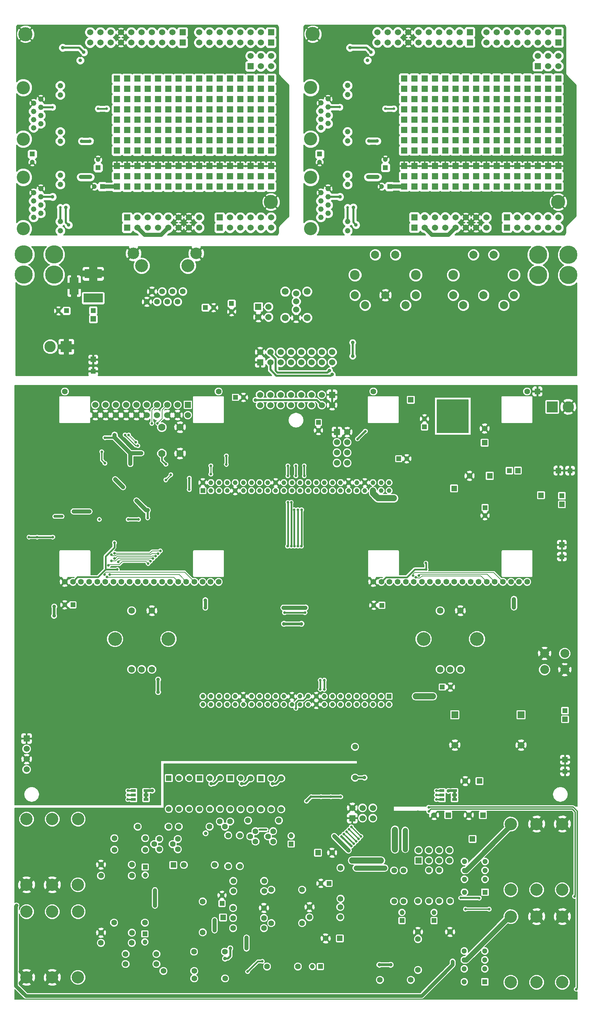
<source format=gbl>
G04 (created by PCBNEW (2013-07-07 BZR 4022)-stable) date 14/04/2014 03:28:27*
%MOIN*%
G04 Gerber Fmt 3.4, Leading zero omitted, Abs format*
%FSLAX34Y34*%
G01*
G70*
G90*
G04 APERTURE LIST*
%ADD10C,0.00590551*%
%ADD11C,0.137795*%
%ADD12C,0.0472441*%
%ADD13R,0.0472441X0.0472441*%
%ADD14C,0.052*%
%ADD15C,0.128*%
%ADD16R,0.06X0.06*%
%ADD17C,0.06*%
%ADD18R,0.055X0.055*%
%ADD19C,0.055*%
%ADD20C,0.0551181*%
%ADD21R,0.056X0.056*%
%ADD22C,0.056*%
%ADD23R,0.0511811X0.0275591*%
%ADD24R,0.11X0.11*%
%ADD25C,0.11*%
%ADD26R,0.0551181X0.0551181*%
%ADD27C,0.0570866*%
%ADD28R,0.0570866X0.0570866*%
%ADD29R,0.0511811X0.0511811*%
%ADD30C,0.0629921*%
%ADD31C,0.133858*%
%ADD32C,0.12*%
%ADD33R,0.0452756X0.0452756*%
%ADD34C,0.0452756*%
%ADD35C,0.07*%
%ADD36C,0.0511811*%
%ADD37R,0.0531496X0.0531496*%
%ADD38C,0.0866142*%
%ADD39R,0.0669291X0.0669291*%
%ADD40C,0.0669291*%
%ADD41C,0.177165*%
%ADD42C,0.112205*%
%ADD43C,0.125984*%
%ADD44C,0.0944882*%
%ADD45C,0.0787402*%
%ADD46R,0.169291X0.0905512*%
%ADD47R,0.188976X0.0905512*%
%ADD48R,0.0905512X0.169291*%
%ADD49C,0.035*%
%ADD50C,0.025*%
%ADD51C,0.04*%
%ADD52C,0.02*%
%ADD53C,0.025*%
%ADD54C,0.02*%
%ADD55C,0.04*%
%ADD56C,0.015*%
%ADD57C,0.06*%
%ADD58C,0.03*%
%ADD59C,0.05*%
%ADD60C,0.012*%
%ADD61C,0.08*%
%ADD62C,0.035*%
%ADD63C,0.008*%
%ADD64C,0.01*%
G04 APERTURE END LIST*
G54D10*
G54D11*
X25057Y-17500D03*
X1187Y-1181D03*
G54D12*
X1845Y-13633D03*
G54D13*
X1845Y-12846D03*
G54D12*
X8245Y-13376D03*
G54D13*
X8245Y-14163D03*
G54D12*
X7881Y-16000D03*
G54D13*
X8668Y-16000D03*
G54D14*
X4565Y-20300D03*
X4565Y-19400D03*
X4565Y-15800D03*
X4565Y-14900D03*
X2665Y-16200D03*
X2665Y-17000D03*
X2665Y-17800D03*
X2665Y-18600D03*
X1965Y-17400D03*
X1965Y-18200D03*
X1965Y-16600D03*
X1965Y-19000D03*
G54D15*
X965Y-20100D03*
X965Y-15100D03*
G54D14*
X4565Y-11580D03*
X4565Y-10680D03*
X4565Y-7080D03*
X4565Y-6180D03*
X2665Y-7480D03*
X2665Y-8280D03*
X2665Y-9080D03*
X2665Y-9880D03*
X1965Y-8680D03*
X1965Y-9480D03*
X1965Y-7880D03*
X1965Y-10280D03*
G54D15*
X965Y-11380D03*
X965Y-6380D03*
G54D16*
X25065Y-16000D03*
X24065Y-16000D03*
X23065Y-16000D03*
X22065Y-16000D03*
X21065Y-16000D03*
X20065Y-16000D03*
X19065Y-16000D03*
X16065Y-16000D03*
X15065Y-16000D03*
X17065Y-16000D03*
X18065Y-16000D03*
X14065Y-16000D03*
X13065Y-16000D03*
X10065Y-16000D03*
X11065Y-16000D03*
X12065Y-16000D03*
X25065Y-14000D03*
X24065Y-14000D03*
X23065Y-14000D03*
X22065Y-14000D03*
X21065Y-14000D03*
X20065Y-14000D03*
X19065Y-14000D03*
X16065Y-14000D03*
X15065Y-14000D03*
X17065Y-14000D03*
X18065Y-14000D03*
X14065Y-14000D03*
X13065Y-14000D03*
X10065Y-14000D03*
X11065Y-14000D03*
X12065Y-14000D03*
X25065Y-15000D03*
X24065Y-15000D03*
X23065Y-15000D03*
X22065Y-15000D03*
X21065Y-15000D03*
X20065Y-15000D03*
X19065Y-15000D03*
X16065Y-15000D03*
X15065Y-15000D03*
X17065Y-15000D03*
X18065Y-15000D03*
X14065Y-15000D03*
X13065Y-15000D03*
X10065Y-15000D03*
X11065Y-15000D03*
X12065Y-15000D03*
X25065Y-11500D03*
X24065Y-11500D03*
X23065Y-11500D03*
X22065Y-11500D03*
X21065Y-11500D03*
X20065Y-11500D03*
X19065Y-11500D03*
X16065Y-11500D03*
X15065Y-11500D03*
X17065Y-11500D03*
X18065Y-11500D03*
X14065Y-11500D03*
X13065Y-11500D03*
X10065Y-11500D03*
X11065Y-11500D03*
X12065Y-11500D03*
X12065Y-12500D03*
X11065Y-12500D03*
X10065Y-12500D03*
X13065Y-12500D03*
X14065Y-12500D03*
X18065Y-12500D03*
X17065Y-12500D03*
X15065Y-12500D03*
X16065Y-12500D03*
X19065Y-12500D03*
X20065Y-12500D03*
X21065Y-12500D03*
X22065Y-12500D03*
X23065Y-12500D03*
X24065Y-12500D03*
X25065Y-12500D03*
X25065Y-10500D03*
X24065Y-10500D03*
X23065Y-10500D03*
X22065Y-10500D03*
X21065Y-10500D03*
X20065Y-10500D03*
X19065Y-10500D03*
X16065Y-10500D03*
X15065Y-10500D03*
X17065Y-10500D03*
X18065Y-10500D03*
X14065Y-10500D03*
X13065Y-10500D03*
X10065Y-10500D03*
X11065Y-10500D03*
X12065Y-10500D03*
X12065Y-9500D03*
X11065Y-9500D03*
X10065Y-9500D03*
X13065Y-9500D03*
X14065Y-9500D03*
X18065Y-9500D03*
X17065Y-9500D03*
X15065Y-9500D03*
X16065Y-9500D03*
X19065Y-9500D03*
X20065Y-9500D03*
X21065Y-9500D03*
X22065Y-9500D03*
X23065Y-9500D03*
X24065Y-9500D03*
X25065Y-9500D03*
X25065Y-8500D03*
X24065Y-8500D03*
X23065Y-8500D03*
X22065Y-8500D03*
X21065Y-8500D03*
X20065Y-8500D03*
X19065Y-8500D03*
X16065Y-8500D03*
X15065Y-8500D03*
X17065Y-8500D03*
X18065Y-8500D03*
X14065Y-8500D03*
X13065Y-8500D03*
X10065Y-8500D03*
X11065Y-8500D03*
X12065Y-8500D03*
X12065Y-7500D03*
X11065Y-7500D03*
X10065Y-7500D03*
X13065Y-7500D03*
X14065Y-7500D03*
X18065Y-7500D03*
X17065Y-7500D03*
X15065Y-7500D03*
X16065Y-7500D03*
X19065Y-7500D03*
X20065Y-7500D03*
X21065Y-7500D03*
X22065Y-7500D03*
X23065Y-7500D03*
X24065Y-7500D03*
X25065Y-7500D03*
X25065Y-6500D03*
X24065Y-6500D03*
X23065Y-6500D03*
X22065Y-6500D03*
X21065Y-6500D03*
X20065Y-6500D03*
X19065Y-6500D03*
X16065Y-6500D03*
X15065Y-6500D03*
X17065Y-6500D03*
X18065Y-6500D03*
X14065Y-6500D03*
X13065Y-6500D03*
X10065Y-6500D03*
X11065Y-6500D03*
X12065Y-6500D03*
X12065Y-5500D03*
X11065Y-5500D03*
X10065Y-5500D03*
X13065Y-5500D03*
X14065Y-5500D03*
X18065Y-5500D03*
X17065Y-5500D03*
X15065Y-5500D03*
X16065Y-5500D03*
X19065Y-5500D03*
X20065Y-5500D03*
X21065Y-5500D03*
X22065Y-5500D03*
X23065Y-5500D03*
X24065Y-5500D03*
X25065Y-5500D03*
G54D17*
X7465Y-2000D03*
X10465Y-2000D03*
X11465Y-2000D03*
X9465Y-2000D03*
X8465Y-2000D03*
X12465Y-2000D03*
X13465Y-2000D03*
G54D16*
X16465Y-2000D03*
G54D17*
X15465Y-2000D03*
X14465Y-2000D03*
X25065Y-19000D03*
X24065Y-19000D03*
X23065Y-19000D03*
G54D16*
X20065Y-19000D03*
G54D17*
X21065Y-19000D03*
X22065Y-19000D03*
X19065Y-2000D03*
X20065Y-2000D03*
X18065Y-2000D03*
X21065Y-2000D03*
X22065Y-2000D03*
G54D16*
X25065Y-2000D03*
G54D17*
X24065Y-2000D03*
X23065Y-2000D03*
X17065Y-19000D03*
X16065Y-19000D03*
X18065Y-19000D03*
X15065Y-19000D03*
X14065Y-19000D03*
G54D16*
X11065Y-19000D03*
G54D17*
X12065Y-19000D03*
X13065Y-19000D03*
G54D16*
X23065Y-4300D03*
G54D17*
X23065Y-3300D03*
X24065Y-4300D03*
X24065Y-3300D03*
X25065Y-4300D03*
X25065Y-3300D03*
X7465Y-1000D03*
X10465Y-1000D03*
X11465Y-1000D03*
X9465Y-1000D03*
X8465Y-1000D03*
X12465Y-1000D03*
X13465Y-1000D03*
G54D16*
X16465Y-1000D03*
G54D17*
X15465Y-1000D03*
X14465Y-1000D03*
X25065Y-20000D03*
X24065Y-20000D03*
X23065Y-20000D03*
G54D16*
X20065Y-20000D03*
G54D17*
X21065Y-20000D03*
X22065Y-20000D03*
X17065Y-20000D03*
X16065Y-20000D03*
X18065Y-20000D03*
X15065Y-20000D03*
X14065Y-20000D03*
G54D16*
X11065Y-20000D03*
G54D17*
X12065Y-20000D03*
X13065Y-20000D03*
X19065Y-1000D03*
X20065Y-1000D03*
X18065Y-1000D03*
X21065Y-1000D03*
X22065Y-1000D03*
G54D16*
X25065Y-1000D03*
G54D17*
X24065Y-1000D03*
X23065Y-1000D03*
G54D12*
X27026Y-79140D03*
G54D13*
X27026Y-79927D03*
G54D18*
X44656Y-79438D03*
G54D19*
X25086Y-87618D03*
X28086Y-87618D03*
X21376Y-88108D03*
X24376Y-88108D03*
X31806Y-87038D03*
X28806Y-87038D03*
X31826Y-82258D03*
X31826Y-85258D03*
X21396Y-84508D03*
X24396Y-84508D03*
X25086Y-84368D03*
X28086Y-84368D03*
X21376Y-87128D03*
X24376Y-87128D03*
X31806Y-86058D03*
X28806Y-86058D03*
X21376Y-86148D03*
X24376Y-86148D03*
X24396Y-83528D03*
X21396Y-83528D03*
G54D12*
X29912Y-83758D03*
G54D13*
X30699Y-83758D03*
G54D12*
X20296Y-84925D03*
G54D13*
X20296Y-85712D03*
G54D19*
X9796Y-87578D03*
X12796Y-87578D03*
G54D12*
X12796Y-89452D03*
G54D13*
X12796Y-88665D03*
G54D19*
X11526Y-89538D03*
X8526Y-89538D03*
X11536Y-88558D03*
X8536Y-88558D03*
X17576Y-90398D03*
X20576Y-90398D03*
X13916Y-91598D03*
X10916Y-91598D03*
X17596Y-92998D03*
X20596Y-92998D03*
X17596Y-92278D03*
X14596Y-92278D03*
X18416Y-88518D03*
X18416Y-85518D03*
X13916Y-90618D03*
X10916Y-90618D03*
G54D20*
X25271Y-79683D03*
X24771Y-79183D03*
X25271Y-78683D03*
X21081Y-77738D03*
X20581Y-78238D03*
X20081Y-77738D03*
X23546Y-79683D03*
X23046Y-79183D03*
X23546Y-78683D03*
X16006Y-80438D03*
X15506Y-79938D03*
X16006Y-79438D03*
X14206Y-80438D03*
X13706Y-79938D03*
X14206Y-79438D03*
G54D19*
X23071Y-73548D03*
X23071Y-76548D03*
X25826Y-77633D03*
X22826Y-77633D03*
X17103Y-73526D03*
X17103Y-76526D03*
X20906Y-79088D03*
X20906Y-82088D03*
X19581Y-81963D03*
X16581Y-81963D03*
X26056Y-73558D03*
X26056Y-76558D03*
X16123Y-73526D03*
X16123Y-76526D03*
X22096Y-73538D03*
X22096Y-76538D03*
X20096Y-73528D03*
X20096Y-76528D03*
X19116Y-73528D03*
X19116Y-76528D03*
X25076Y-73558D03*
X25076Y-76558D03*
X9831Y-80488D03*
X12831Y-80488D03*
X22031Y-82088D03*
X22031Y-79088D03*
X11531Y-83013D03*
X8531Y-83013D03*
X11536Y-81938D03*
X8536Y-81938D03*
X9831Y-79363D03*
X12831Y-79363D03*
X12106Y-78238D03*
X15106Y-78238D03*
X16081Y-78238D03*
X19081Y-78238D03*
G54D21*
X18096Y-73538D03*
G54D22*
X18096Y-76538D03*
G54D21*
X21096Y-73538D03*
G54D22*
X21096Y-76538D03*
G54D21*
X24076Y-73558D03*
G54D22*
X24076Y-76558D03*
G54D21*
X15123Y-73526D03*
G54D22*
X15123Y-76526D03*
G54D12*
X12831Y-82952D03*
G54D13*
X12831Y-82165D03*
G54D20*
X19185Y-54433D03*
X19973Y-54433D03*
X5012Y-35929D03*
X16036Y-54433D03*
X16823Y-54433D03*
X17611Y-54433D03*
X12886Y-54433D03*
X13674Y-54433D03*
X14461Y-54433D03*
X10524Y-54433D03*
X11311Y-54433D03*
X12099Y-54433D03*
X7374Y-54433D03*
X8162Y-54433D03*
X8949Y-54433D03*
X5012Y-54433D03*
X5800Y-54433D03*
X19973Y-35929D03*
X15248Y-54433D03*
X18398Y-54433D03*
X6587Y-54433D03*
X9737Y-54433D03*
G54D18*
X50973Y-35926D03*
X51312Y-46018D03*
X38656Y-36733D03*
X42861Y-45353D03*
G54D16*
X30996Y-36253D03*
G54D17*
X30996Y-37253D03*
X29996Y-36253D03*
X29996Y-37253D03*
X28996Y-36253D03*
X28996Y-37253D03*
X27996Y-36253D03*
X27996Y-37253D03*
X26996Y-36253D03*
X26996Y-37253D03*
X25996Y-36253D03*
X25996Y-37253D03*
X24996Y-36253D03*
X24996Y-37253D03*
X23996Y-36253D03*
X23996Y-37253D03*
G54D16*
X31471Y-39878D03*
G54D17*
X32471Y-39878D03*
X31471Y-40878D03*
X32471Y-40878D03*
X31471Y-41878D03*
X32471Y-41878D03*
X31471Y-42878D03*
X32471Y-42878D03*
X15976Y-37223D03*
X14976Y-37223D03*
X15976Y-38223D03*
X14976Y-38223D03*
X12976Y-37223D03*
X11976Y-37223D03*
X12976Y-38223D03*
X11976Y-38223D03*
X9976Y-37223D03*
X8976Y-37223D03*
X9976Y-38223D03*
X8976Y-38223D03*
G54D16*
X16976Y-37223D03*
G54D17*
X13976Y-37223D03*
X16976Y-38223D03*
X13976Y-38223D03*
X10976Y-37223D03*
X7976Y-37223D03*
X10976Y-38223D03*
X7976Y-38223D03*
G54D23*
X12906Y-74745D03*
X12906Y-75178D03*
X12906Y-75611D03*
X11685Y-75611D03*
X11685Y-75178D03*
X11685Y-74745D03*
X42906Y-74745D03*
X42906Y-75178D03*
X42906Y-75611D03*
X41685Y-75611D03*
X41685Y-75178D03*
X41685Y-74745D03*
G54D24*
X52414Y-37425D03*
G54D25*
X53973Y-37425D03*
G54D20*
X43957Y-73808D03*
G54D26*
X45335Y-73808D03*
G54D20*
X45836Y-39534D03*
G54D26*
X45836Y-40912D03*
G54D12*
X38269Y-42468D03*
G54D13*
X37482Y-42468D03*
G54D12*
X22392Y-36499D03*
G54D13*
X21605Y-36499D03*
G54D12*
X29676Y-39722D03*
G54D13*
X29676Y-38935D03*
G54D12*
X35052Y-56717D03*
G54D13*
X35839Y-56717D03*
G54D12*
X42507Y-64667D03*
G54D13*
X41720Y-64667D03*
G54D12*
X5012Y-56677D03*
G54D13*
X5800Y-56677D03*
G54D12*
X45876Y-48003D03*
G54D13*
X45876Y-47216D03*
G54D12*
X39984Y-38585D03*
G54D13*
X39984Y-39372D03*
G54D27*
X44361Y-44133D03*
G54D28*
X46330Y-44133D03*
G54D29*
X53655Y-66958D03*
X53655Y-72864D03*
X48243Y-43618D03*
X54148Y-43618D03*
X53354Y-46075D03*
X53354Y-51980D03*
G54D30*
X11509Y-62955D03*
X11509Y-57246D03*
X13478Y-62955D03*
X13478Y-57246D03*
X12493Y-62955D03*
G54D31*
X9894Y-60004D03*
X15091Y-60004D03*
G54D30*
X41509Y-62955D03*
X41509Y-57246D03*
X43478Y-62955D03*
X43478Y-57246D03*
X42493Y-62955D03*
G54D31*
X39894Y-60004D03*
X45091Y-60004D03*
G54D32*
X3793Y-77511D03*
X1293Y-77511D03*
X6308Y-77511D03*
X3793Y-83901D03*
X1293Y-83901D03*
X6293Y-83901D03*
X3793Y-86511D03*
X1293Y-86511D03*
X6308Y-86511D03*
X3793Y-92901D03*
X1293Y-92901D03*
X6293Y-92901D03*
X50893Y-84376D03*
X53393Y-84376D03*
X48378Y-84376D03*
X50893Y-77986D03*
X53393Y-77986D03*
X48393Y-77986D03*
X50893Y-93376D03*
X53393Y-93376D03*
X48378Y-93376D03*
X50893Y-86986D03*
X53393Y-86986D03*
X48393Y-86986D03*
G54D20*
X49185Y-54433D03*
X49973Y-54433D03*
X35012Y-35929D03*
X46036Y-54433D03*
X46823Y-54433D03*
X47611Y-54433D03*
X42886Y-54433D03*
X43674Y-54433D03*
X44461Y-54433D03*
X40524Y-54433D03*
X41311Y-54433D03*
X42099Y-54433D03*
X37374Y-54433D03*
X38162Y-54433D03*
X38949Y-54433D03*
X35012Y-54433D03*
X35800Y-54433D03*
X49973Y-35929D03*
X45248Y-54433D03*
X48398Y-54433D03*
X36587Y-54433D03*
X39737Y-54433D03*
G54D33*
X18437Y-45575D03*
G54D34*
X18437Y-44788D03*
X19225Y-45575D03*
X19225Y-44788D03*
X20012Y-45575D03*
X20012Y-44788D03*
X20800Y-45575D03*
X20800Y-44788D03*
X21587Y-45575D03*
X21587Y-44788D03*
X22374Y-45575D03*
X22374Y-44788D03*
X23162Y-45575D03*
X23162Y-44788D03*
X23949Y-45575D03*
X23949Y-44788D03*
X24737Y-45575D03*
X24737Y-44788D03*
X25524Y-45575D03*
X25524Y-44788D03*
X26311Y-45575D03*
X26311Y-44788D03*
X27099Y-45575D03*
X27099Y-44788D03*
X27886Y-45575D03*
X27886Y-44788D03*
X28674Y-45575D03*
X28674Y-44788D03*
X29461Y-45575D03*
X29461Y-44788D03*
X30248Y-45575D03*
X30248Y-44788D03*
X31036Y-45575D03*
X31036Y-44788D03*
X31823Y-45575D03*
X31823Y-44788D03*
X32611Y-45575D03*
X32611Y-44788D03*
X33398Y-45575D03*
X33398Y-44788D03*
X34185Y-45575D03*
X34185Y-44788D03*
X34973Y-45575D03*
X34973Y-44788D03*
X35760Y-45575D03*
X35760Y-44788D03*
X36548Y-45575D03*
X36548Y-44788D03*
G54D33*
X36548Y-65575D03*
G54D34*
X36548Y-66363D03*
X35760Y-65575D03*
X35760Y-66363D03*
X34973Y-65575D03*
X34973Y-66363D03*
X34185Y-65575D03*
X34185Y-66363D03*
X33398Y-65575D03*
X33398Y-66363D03*
X32611Y-65575D03*
X32611Y-66363D03*
X31823Y-65575D03*
X31823Y-66363D03*
X31036Y-65575D03*
X31036Y-66363D03*
X30248Y-65575D03*
X30248Y-66363D03*
X29461Y-65575D03*
X29461Y-66363D03*
X28674Y-65575D03*
X28674Y-66363D03*
X27886Y-65575D03*
X27886Y-66363D03*
X27099Y-65575D03*
X27099Y-66363D03*
X26311Y-65575D03*
X26311Y-66363D03*
X25524Y-65575D03*
X25524Y-66363D03*
X24737Y-65575D03*
X24737Y-66363D03*
X23949Y-65575D03*
X23949Y-66363D03*
X23162Y-65575D03*
X23162Y-66363D03*
X22374Y-65575D03*
X22374Y-66363D03*
X21587Y-65575D03*
X21587Y-66363D03*
X20800Y-65575D03*
X20800Y-66363D03*
X20012Y-65575D03*
X20012Y-66363D03*
X19225Y-65575D03*
X19225Y-66363D03*
X18437Y-65575D03*
X18437Y-66363D03*
G54D16*
X1296Y-69678D03*
G54D17*
X1296Y-70678D03*
X1296Y-71678D03*
X1296Y-72678D03*
G54D35*
X14445Y-39403D03*
X16217Y-39403D03*
X14445Y-41963D03*
X16217Y-41963D03*
G54D19*
X27676Y-91838D03*
X24676Y-91838D03*
G54D12*
X29082Y-91838D03*
G54D13*
X29869Y-91838D03*
G54D19*
X39356Y-89178D03*
X39356Y-92178D03*
X37956Y-85498D03*
X37956Y-82498D03*
X39356Y-85478D03*
X39356Y-88478D03*
X40416Y-82478D03*
X40416Y-85478D03*
X38656Y-93138D03*
X35656Y-93138D03*
X37036Y-85498D03*
X37036Y-82498D03*
X42476Y-85478D03*
X42476Y-88478D03*
X41416Y-82478D03*
X41416Y-85478D03*
G54D12*
X37796Y-86585D03*
G54D13*
X37796Y-87372D03*
G54D12*
X40916Y-86585D03*
G54D13*
X40916Y-87372D03*
G54D16*
X39416Y-81538D03*
G54D17*
X39416Y-80538D03*
X40416Y-81538D03*
X40416Y-80538D03*
X41416Y-81538D03*
X41416Y-80538D03*
X42416Y-81538D03*
X42416Y-80538D03*
G54D16*
X32966Y-77418D03*
G54D17*
X32966Y-76418D03*
X33966Y-77418D03*
X33966Y-76418D03*
X34966Y-77418D03*
X34966Y-76418D03*
G54D18*
X15566Y-81968D03*
X20396Y-87068D03*
G54D19*
X33236Y-73473D03*
X33236Y-70473D03*
G54D36*
X45866Y-81622D03*
X45866Y-83355D03*
X43866Y-82488D03*
X43866Y-83355D03*
X43866Y-81622D03*
X45866Y-82488D03*
X43866Y-84614D03*
G54D29*
X45866Y-84614D03*
G54D36*
X45856Y-90337D03*
X45856Y-92070D03*
X43856Y-91203D03*
X43856Y-92070D03*
X43856Y-90337D03*
X45856Y-91203D03*
X43856Y-93329D03*
G54D29*
X45856Y-93329D03*
G54D37*
X53354Y-46903D03*
X53354Y-50840D03*
X49070Y-43618D03*
X53007Y-43618D03*
X53655Y-67798D03*
X53655Y-71735D03*
G54D38*
X51661Y-61401D03*
X53630Y-61401D03*
X53630Y-62976D03*
X51661Y-62976D03*
G54D20*
X44297Y-77118D03*
G54D26*
X45675Y-77118D03*
G54D20*
X40917Y-77118D03*
G54D26*
X42295Y-77118D03*
G54D20*
X31005Y-80778D03*
G54D26*
X29627Y-80778D03*
G54D20*
X30377Y-89108D03*
G54D26*
X31755Y-89108D03*
G54D39*
X42936Y-67362D03*
G54D40*
X42936Y-70315D03*
G54D39*
X49376Y-67362D03*
G54D40*
X49376Y-70315D03*
G54D12*
X19469Y-27764D03*
G54D13*
X18682Y-27764D03*
G54D16*
X24000Y-33089D03*
G54D17*
X24000Y-32089D03*
X25000Y-33089D03*
X25000Y-32089D03*
X26000Y-33089D03*
X26000Y-32089D03*
X27000Y-33089D03*
X27000Y-32089D03*
X28000Y-33089D03*
X28000Y-32089D03*
X29000Y-33089D03*
X29000Y-32089D03*
X30000Y-33089D03*
X30000Y-32089D03*
X31000Y-33089D03*
X31000Y-32089D03*
G54D24*
X5150Y-31559D03*
G54D25*
X3591Y-31559D03*
G54D12*
X4387Y-28079D03*
G54D13*
X5174Y-28079D03*
G54D29*
X7760Y-33961D03*
X7760Y-28056D03*
G54D41*
X53987Y-24603D03*
X51034Y-24603D03*
X53987Y-22634D03*
X51034Y-22634D03*
X3967Y-24568D03*
X1014Y-24568D03*
X3967Y-22599D03*
X1014Y-22599D03*
G54D16*
X23825Y-27689D03*
G54D17*
X24825Y-27689D03*
X23825Y-28689D03*
X24825Y-28689D03*
G54D12*
X21225Y-28157D03*
G54D13*
X21225Y-27370D03*
G54D20*
X12975Y-27199D03*
X13975Y-27199D03*
X14975Y-27199D03*
X15975Y-27199D03*
X14475Y-26199D03*
X15475Y-26199D03*
G54D42*
X11674Y-22498D03*
X17776Y-22498D03*
G54D20*
X13475Y-26199D03*
X16475Y-26199D03*
G54D43*
X12475Y-23699D03*
X16975Y-23699D03*
G54D17*
X27500Y-26389D03*
X27500Y-27176D03*
X27500Y-27963D03*
G54D40*
X28571Y-26200D03*
G54D17*
X27500Y-28751D03*
G54D40*
X28571Y-28751D03*
X26429Y-26200D03*
X26429Y-28751D03*
G54D44*
X42772Y-24589D03*
G54D45*
X43757Y-27541D03*
X44741Y-22620D03*
X42772Y-26557D03*
X45725Y-26557D03*
X48678Y-26557D03*
X47694Y-27541D03*
X46709Y-22620D03*
G54D44*
X48678Y-24589D03*
X33222Y-24589D03*
G54D45*
X34207Y-27541D03*
X35191Y-22620D03*
X33222Y-26557D03*
X36175Y-26557D03*
X39128Y-26557D03*
X38144Y-27541D03*
X37159Y-22620D03*
G54D44*
X39128Y-24589D03*
G54D37*
X7764Y-32809D03*
X7764Y-28872D03*
G54D46*
X7760Y-24477D03*
G54D47*
X7760Y-26840D03*
G54D48*
X5910Y-25659D03*
G54D17*
X47001Y-996D03*
X48001Y-996D03*
X46001Y-996D03*
X49001Y-996D03*
X50001Y-996D03*
G54D16*
X53001Y-996D03*
G54D17*
X52001Y-996D03*
X51001Y-996D03*
X45001Y-19996D03*
X44001Y-19996D03*
X46001Y-19996D03*
X43001Y-19996D03*
X42001Y-19996D03*
G54D16*
X39001Y-19996D03*
G54D17*
X40001Y-19996D03*
X41001Y-19996D03*
X53001Y-19996D03*
X52001Y-19996D03*
X51001Y-19996D03*
G54D16*
X48001Y-19996D03*
G54D17*
X49001Y-19996D03*
X50001Y-19996D03*
X35401Y-996D03*
X38401Y-996D03*
X39401Y-996D03*
X37401Y-996D03*
X36401Y-996D03*
X40401Y-996D03*
X41401Y-996D03*
G54D16*
X44401Y-996D03*
G54D17*
X43401Y-996D03*
X42401Y-996D03*
G54D16*
X51001Y-4296D03*
G54D17*
X51001Y-3296D03*
X52001Y-4296D03*
X52001Y-3296D03*
X53001Y-4296D03*
X53001Y-3296D03*
X45001Y-18996D03*
X44001Y-18996D03*
X46001Y-18996D03*
X43001Y-18996D03*
X42001Y-18996D03*
G54D16*
X39001Y-18996D03*
G54D17*
X40001Y-18996D03*
X41001Y-18996D03*
X47001Y-1996D03*
X48001Y-1996D03*
X46001Y-1996D03*
X49001Y-1996D03*
X50001Y-1996D03*
G54D16*
X53001Y-1996D03*
G54D17*
X52001Y-1996D03*
X51001Y-1996D03*
X53001Y-18996D03*
X52001Y-18996D03*
X51001Y-18996D03*
G54D16*
X48001Y-18996D03*
G54D17*
X49001Y-18996D03*
X50001Y-18996D03*
X35401Y-1996D03*
X38401Y-1996D03*
X39401Y-1996D03*
X37401Y-1996D03*
X36401Y-1996D03*
X40401Y-1996D03*
X41401Y-1996D03*
G54D16*
X44401Y-1996D03*
G54D17*
X43401Y-1996D03*
X42401Y-1996D03*
G54D16*
X53001Y-11496D03*
X52001Y-11496D03*
X51001Y-11496D03*
X50001Y-11496D03*
X49001Y-11496D03*
X48001Y-11496D03*
X47001Y-11496D03*
X44001Y-11496D03*
X43001Y-11496D03*
X45001Y-11496D03*
X46001Y-11496D03*
X42001Y-11496D03*
X41001Y-11496D03*
X38001Y-11496D03*
X39001Y-11496D03*
X40001Y-11496D03*
X40001Y-12496D03*
X39001Y-12496D03*
X38001Y-12496D03*
X41001Y-12496D03*
X42001Y-12496D03*
X46001Y-12496D03*
X45001Y-12496D03*
X43001Y-12496D03*
X44001Y-12496D03*
X47001Y-12496D03*
X48001Y-12496D03*
X49001Y-12496D03*
X50001Y-12496D03*
X51001Y-12496D03*
X52001Y-12496D03*
X53001Y-12496D03*
X53001Y-10496D03*
X52001Y-10496D03*
X51001Y-10496D03*
X50001Y-10496D03*
X49001Y-10496D03*
X48001Y-10496D03*
X47001Y-10496D03*
X44001Y-10496D03*
X43001Y-10496D03*
X45001Y-10496D03*
X46001Y-10496D03*
X42001Y-10496D03*
X41001Y-10496D03*
X38001Y-10496D03*
X39001Y-10496D03*
X40001Y-10496D03*
X40001Y-9496D03*
X39001Y-9496D03*
X38001Y-9496D03*
X41001Y-9496D03*
X42001Y-9496D03*
X46001Y-9496D03*
X45001Y-9496D03*
X43001Y-9496D03*
X44001Y-9496D03*
X47001Y-9496D03*
X48001Y-9496D03*
X49001Y-9496D03*
X50001Y-9496D03*
X51001Y-9496D03*
X52001Y-9496D03*
X53001Y-9496D03*
X53001Y-8496D03*
X52001Y-8496D03*
X51001Y-8496D03*
X50001Y-8496D03*
X49001Y-8496D03*
X48001Y-8496D03*
X47001Y-8496D03*
X44001Y-8496D03*
X43001Y-8496D03*
X45001Y-8496D03*
X46001Y-8496D03*
X42001Y-8496D03*
X41001Y-8496D03*
X38001Y-8496D03*
X39001Y-8496D03*
X40001Y-8496D03*
X40001Y-7496D03*
X39001Y-7496D03*
X38001Y-7496D03*
X41001Y-7496D03*
X42001Y-7496D03*
X46001Y-7496D03*
X45001Y-7496D03*
X43001Y-7496D03*
X44001Y-7496D03*
X47001Y-7496D03*
X48001Y-7496D03*
X49001Y-7496D03*
X50001Y-7496D03*
X51001Y-7496D03*
X52001Y-7496D03*
X53001Y-7496D03*
X53001Y-6496D03*
X52001Y-6496D03*
X51001Y-6496D03*
X50001Y-6496D03*
X49001Y-6496D03*
X48001Y-6496D03*
X47001Y-6496D03*
X44001Y-6496D03*
X43001Y-6496D03*
X45001Y-6496D03*
X46001Y-6496D03*
X42001Y-6496D03*
X41001Y-6496D03*
X38001Y-6496D03*
X39001Y-6496D03*
X40001Y-6496D03*
X40001Y-5496D03*
X39001Y-5496D03*
X38001Y-5496D03*
X41001Y-5496D03*
X42001Y-5496D03*
X46001Y-5496D03*
X45001Y-5496D03*
X43001Y-5496D03*
X44001Y-5496D03*
X47001Y-5496D03*
X48001Y-5496D03*
X49001Y-5496D03*
X50001Y-5496D03*
X51001Y-5496D03*
X52001Y-5496D03*
X53001Y-5496D03*
X53001Y-14996D03*
X52001Y-14996D03*
X51001Y-14996D03*
X50001Y-14996D03*
X49001Y-14996D03*
X48001Y-14996D03*
X47001Y-14996D03*
X44001Y-14996D03*
X43001Y-14996D03*
X45001Y-14996D03*
X46001Y-14996D03*
X42001Y-14996D03*
X41001Y-14996D03*
X38001Y-14996D03*
X39001Y-14996D03*
X40001Y-14996D03*
X53001Y-13996D03*
X52001Y-13996D03*
X51001Y-13996D03*
X50001Y-13996D03*
X49001Y-13996D03*
X48001Y-13996D03*
X47001Y-13996D03*
X44001Y-13996D03*
X43001Y-13996D03*
X45001Y-13996D03*
X46001Y-13996D03*
X42001Y-13996D03*
X41001Y-13996D03*
X38001Y-13996D03*
X39001Y-13996D03*
X40001Y-13996D03*
X53001Y-15996D03*
X52001Y-15996D03*
X51001Y-15996D03*
X50001Y-15996D03*
X49001Y-15996D03*
X48001Y-15996D03*
X47001Y-15996D03*
X44001Y-15996D03*
X43001Y-15996D03*
X45001Y-15996D03*
X46001Y-15996D03*
X42001Y-15996D03*
X41001Y-15996D03*
X38001Y-15996D03*
X39001Y-15996D03*
X40001Y-15996D03*
G54D14*
X32501Y-11576D03*
X32501Y-10676D03*
X32501Y-7076D03*
X32501Y-6176D03*
X30601Y-7476D03*
X30601Y-8276D03*
X30601Y-9076D03*
X30601Y-9876D03*
X29901Y-8676D03*
X29901Y-9476D03*
X29901Y-7876D03*
X29901Y-10276D03*
G54D15*
X28901Y-11376D03*
X28901Y-6376D03*
G54D14*
X32501Y-20296D03*
X32501Y-19396D03*
X32501Y-15796D03*
X32501Y-14896D03*
X30601Y-16196D03*
X30601Y-16996D03*
X30601Y-17796D03*
X30601Y-18596D03*
X29901Y-17396D03*
X29901Y-18196D03*
X29901Y-16596D03*
X29901Y-18996D03*
G54D15*
X28901Y-20096D03*
X28901Y-15096D03*
G54D12*
X35817Y-15996D03*
G54D13*
X36604Y-15996D03*
G54D12*
X36181Y-13372D03*
G54D13*
X36181Y-14160D03*
G54D12*
X29781Y-13630D03*
G54D13*
X29781Y-12842D03*
G54D11*
X29123Y-1177D03*
X52993Y-17496D03*
G54D49*
X6505Y-3730D03*
X34441Y-3726D03*
X42306Y-74765D03*
X26326Y-58518D03*
X28026Y-58518D03*
X14086Y-63938D03*
X14082Y-65161D03*
X13514Y-74743D03*
X3982Y-56841D03*
X3968Y-57737D03*
X5868Y-47589D03*
X7404Y-47595D03*
G54D50*
X20724Y-43017D03*
X20722Y-42185D03*
X33472Y-40547D03*
X34236Y-39789D03*
X3836Y-50085D03*
X2318Y-50085D03*
X1526Y-50085D03*
X4746Y-48073D03*
X4044Y-48073D03*
G54D49*
X9911Y-44463D03*
X10676Y-45228D03*
X11976Y-46528D03*
G54D50*
X12191Y-48373D03*
X11166Y-48373D03*
X13066Y-48218D03*
X13066Y-47478D03*
G54D49*
X11381Y-42973D03*
X12446Y-41928D03*
G54D50*
X8910Y-40418D03*
G54D49*
X9856Y-40153D03*
G54D50*
X8366Y-48373D03*
X17121Y-44359D03*
X17121Y-45467D03*
G54D49*
X30750Y-33904D03*
X39154Y-65571D03*
X40794Y-65571D03*
X28416Y-56948D03*
X18676Y-56958D03*
X18676Y-56221D03*
X26276Y-56958D03*
X23551Y-36753D03*
G54D50*
X9836Y-50633D03*
G54D49*
X48688Y-56115D03*
X48690Y-56925D03*
G54D50*
X40126Y-52613D03*
X10116Y-53243D03*
X40146Y-53228D03*
G54D49*
X37026Y-46313D03*
X33000Y-31164D03*
X33000Y-32489D03*
X30995Y-34274D03*
G54D51*
X33336Y-82258D03*
G54D49*
X36126Y-82258D03*
G54D51*
X38106Y-80448D03*
X38106Y-78598D03*
G54D50*
X28516Y-75768D03*
X32866Y-80138D03*
X31916Y-79188D03*
G54D49*
X20586Y-91068D03*
X21096Y-90078D03*
X22686Y-90078D03*
X13776Y-84423D03*
X13776Y-85918D03*
G54D50*
X45316Y-85188D03*
X43516Y-85178D03*
X31836Y-75338D03*
X30876Y-75338D03*
X29916Y-75338D03*
X28956Y-75338D03*
G54D49*
X22686Y-89038D03*
X19576Y-87328D03*
X19576Y-88328D03*
X8675Y-16000D03*
X7485Y-15070D03*
X6565Y-15070D03*
X5125Y-18020D03*
X5385Y-19740D03*
X6655Y-11580D03*
X7435Y-11580D03*
X35371Y-11576D03*
X34591Y-11576D03*
X33321Y-19736D03*
X33061Y-18016D03*
X34501Y-15066D03*
X35421Y-15066D03*
X36611Y-15996D03*
X53646Y-62188D03*
X52646Y-62188D03*
X54446Y-62188D03*
X52646Y-62988D03*
X52646Y-63788D03*
X52646Y-61388D03*
X52646Y-60588D03*
X51646Y-62188D03*
X30846Y-93338D03*
X28436Y-78198D03*
X25126Y-86998D03*
X39346Y-76818D03*
X40806Y-73398D03*
X39397Y-64115D03*
G54D52*
X48394Y-74752D03*
X49194Y-75552D03*
X50794Y-75552D03*
X51594Y-74752D03*
X51594Y-73152D03*
X50794Y-72352D03*
X49194Y-72352D03*
X48394Y-73152D03*
X48394Y-73952D03*
X48394Y-72352D03*
X49994Y-72352D03*
X51594Y-72352D03*
X51594Y-73952D03*
X51594Y-75552D03*
X49994Y-75552D03*
X48394Y-75552D03*
X48794Y-73952D03*
X48862Y-50143D03*
X44362Y-44793D03*
X45362Y-44793D03*
X51862Y-46793D03*
X50862Y-44793D03*
X51862Y-49793D03*
X51862Y-50793D03*
X50862Y-49793D03*
X52862Y-49793D03*
X51862Y-48793D03*
X51862Y-47793D03*
X52862Y-48793D03*
X50861Y-48793D03*
X50862Y-46793D03*
X48862Y-46793D03*
X49862Y-46793D03*
X50862Y-47793D03*
X45362Y-45793D03*
X44362Y-45793D03*
X47862Y-44793D03*
X48862Y-45793D03*
X48862Y-44793D03*
X46362Y-44793D03*
X46362Y-49793D03*
X45362Y-48793D03*
X47362Y-48793D03*
X46362Y-48793D03*
X45362Y-49793D03*
X49262Y-48793D03*
X48462Y-48793D03*
X48862Y-48793D03*
X49661Y-49193D03*
X49261Y-49593D03*
X48461Y-49593D03*
X48061Y-49193D03*
X49661Y-47993D03*
X49661Y-48393D03*
X49261Y-48393D03*
X49261Y-47993D03*
X48461Y-47993D03*
X48061Y-48393D03*
X48061Y-47993D03*
X48461Y-48393D03*
X48061Y-49593D03*
X48461Y-49193D03*
X49661Y-49593D03*
X49261Y-49193D03*
X48861Y-49593D03*
X48861Y-49193D03*
X48861Y-47993D03*
X48861Y-48393D03*
X48061Y-48793D03*
X49661Y-48793D03*
X47362Y-46793D03*
X47362Y-49793D03*
X47362Y-47793D03*
G54D49*
X39487Y-40943D03*
X41837Y-40318D03*
X42412Y-41168D03*
X41262Y-41168D03*
G54D52*
X50791Y-74753D03*
X50391Y-74753D03*
X49991Y-74753D03*
X49591Y-74753D03*
X49191Y-74753D03*
X49191Y-74353D03*
X49591Y-74353D03*
X49991Y-74353D03*
X50391Y-74353D03*
X50791Y-74353D03*
X50791Y-73153D03*
X50791Y-73553D03*
X50391Y-73553D03*
X50391Y-73153D03*
X49991Y-73153D03*
X49991Y-73553D03*
X49591Y-73553D03*
X49591Y-73153D03*
X49191Y-73153D03*
X49191Y-73553D03*
X49191Y-73953D03*
X49591Y-73953D03*
X50791Y-73953D03*
X50391Y-73953D03*
G54D49*
X34876Y-74778D03*
X33476Y-74778D03*
X32286Y-72898D03*
X8586Y-47118D03*
X36406Y-90798D03*
X38576Y-91408D03*
X18746Y-91558D03*
X37951Y-76963D03*
X39096Y-83008D03*
X29226Y-84298D03*
X43176Y-82478D03*
X9696Y-85828D03*
X27146Y-72768D03*
X28566Y-72768D03*
X31406Y-72768D03*
X29986Y-72768D03*
X9686Y-84228D03*
X20166Y-78888D03*
X25526Y-90328D03*
X14046Y-87318D03*
X15336Y-88738D03*
X17696Y-88118D03*
X22176Y-93338D03*
X17566Y-80938D03*
X24696Y-72678D03*
X18746Y-72738D03*
X21701Y-72693D03*
X15736Y-72748D03*
X14136Y-74753D03*
X39416Y-62353D03*
G54D50*
X12492Y-35693D03*
G54D52*
X49994Y-73953D03*
G54D49*
X38488Y-66691D03*
X47860Y-55259D03*
X45016Y-55255D03*
G54D50*
X17806Y-55373D03*
X15060Y-55373D03*
G54D49*
X37226Y-51121D03*
X11086Y-63933D03*
X9366Y-62363D03*
X11526Y-62273D03*
X41566Y-62293D03*
X51936Y-56383D03*
X21956Y-56333D03*
X18846Y-39398D03*
X12156Y-46053D03*
X14286Y-45133D03*
X7896Y-44023D03*
G54D50*
X41586Y-50623D03*
X41296Y-53203D03*
G54D49*
X15471Y-53178D03*
X45571Y-53228D03*
X7221Y-51128D03*
X23346Y-38778D03*
G54D50*
X12686Y-40718D03*
G54D49*
X14206Y-43958D03*
X5326Y-45788D03*
X4966Y-40003D03*
X4026Y-40008D03*
X20846Y-38653D03*
X5336Y-43173D03*
X10436Y-40153D03*
X9701Y-41783D03*
X7981Y-45533D03*
G54D50*
X16171Y-43068D03*
G54D49*
X11696Y-50543D03*
X34731Y-47058D03*
X25726Y-39883D03*
G54D50*
X11266Y-47303D03*
X11306Y-53168D03*
X8477Y-35693D03*
X8366Y-49603D03*
X11166Y-49673D03*
X26376Y-57428D03*
X28366Y-57428D03*
X54746Y-94048D03*
X40396Y-76358D03*
X46276Y-86268D03*
X40396Y-76778D03*
X54576Y-85018D03*
X43966Y-86268D03*
G54D49*
X48175Y-33564D03*
X36650Y-31189D03*
X30625Y-27564D03*
X19025Y-26764D03*
X35400Y-31589D03*
X40585Y-24174D03*
X13083Y-29756D03*
X16595Y-30214D03*
X43310Y-33014D03*
G54D50*
X27312Y-47433D03*
X27358Y-50971D03*
X27675Y-47432D03*
X27689Y-50971D03*
X28039Y-47431D03*
X28020Y-50969D03*
X27486Y-66748D03*
G54D49*
X6500Y-3250D03*
X7425Y-11045D03*
G54D50*
X670Y-4900D03*
G54D49*
X2365Y-3200D03*
X26465Y-13860D03*
X26465Y-17180D03*
X7335Y-6570D03*
X16905Y-17620D03*
X12225Y-17620D03*
X40161Y-17616D03*
X44841Y-17616D03*
X35271Y-6566D03*
X54401Y-17176D03*
X54401Y-13856D03*
X30301Y-3196D03*
G54D50*
X28606Y-4896D03*
G54D49*
X35361Y-11041D03*
X34436Y-3246D03*
X42716Y-91358D03*
X306Y-85908D03*
G54D50*
X8255Y-8430D03*
X9065Y-8430D03*
X37001Y-8426D03*
X36191Y-8426D03*
X9116Y-53963D03*
X9376Y-53743D03*
X8866Y-53743D03*
X39151Y-53993D03*
X39441Y-53818D03*
X38866Y-53823D03*
X14076Y-51683D03*
X9541Y-51793D03*
X14301Y-51433D03*
X9846Y-51653D03*
X9541Y-52408D03*
X13581Y-52178D03*
X13111Y-52653D03*
X9251Y-52833D03*
X9856Y-52158D03*
X13831Y-51933D03*
X10226Y-52493D03*
X13346Y-52418D03*
X28294Y-44139D03*
X28292Y-43153D03*
X4565Y-18020D03*
X32501Y-18016D03*
G54D49*
X34156Y-73473D03*
G54D52*
X41362Y-39843D03*
X42736Y-39823D03*
X41362Y-36843D03*
X41362Y-38333D03*
X44112Y-36843D03*
X44112Y-39843D03*
X44112Y-38333D03*
X42721Y-36823D03*
X43121Y-39128D03*
X43521Y-38728D03*
X42321Y-39128D03*
X41921Y-38728D03*
X42321Y-37528D03*
X41921Y-37928D03*
X43521Y-37928D03*
X43121Y-37528D03*
X43521Y-37528D03*
X43121Y-37928D03*
X41921Y-37528D03*
X42321Y-37928D03*
X41921Y-39128D03*
X42321Y-38728D03*
X43521Y-39128D03*
X43121Y-38728D03*
X42721Y-39128D03*
X42721Y-38728D03*
X43521Y-38328D03*
X43121Y-38328D03*
X42721Y-37528D03*
X42721Y-37928D03*
X41921Y-38328D03*
X42321Y-38328D03*
X42721Y-38328D03*
G54D50*
X24226Y-91338D03*
X22786Y-92338D03*
X32871Y-78263D03*
X33796Y-79188D03*
X32156Y-78958D03*
X33106Y-79908D03*
X33336Y-79668D03*
X32411Y-78743D03*
X33571Y-79433D03*
X32646Y-78508D03*
X11128Y-74745D03*
X11128Y-75179D03*
X11126Y-75608D03*
X41128Y-75611D03*
X41128Y-74745D03*
X41128Y-75177D03*
X8916Y-42913D03*
X8596Y-41783D03*
X12116Y-41213D03*
X10876Y-40153D03*
X14836Y-43013D03*
X19216Y-43968D03*
X19216Y-43148D03*
X14831Y-44523D03*
X15326Y-44018D03*
G54D49*
X3825Y-17000D03*
G54D50*
X3815Y-8280D03*
X31751Y-8276D03*
G54D49*
X31761Y-16996D03*
G54D50*
X26676Y-50973D03*
X26696Y-46713D03*
X26696Y-44141D03*
X26696Y-43153D03*
X29856Y-63998D03*
X29856Y-64888D03*
G54D49*
X6855Y-2940D03*
X4805Y-2500D03*
X32741Y-2496D03*
X34791Y-2936D03*
G54D50*
X14026Y-39018D03*
X11216Y-40153D03*
X11916Y-40853D03*
X13476Y-39023D03*
X27484Y-43152D03*
X27484Y-44139D03*
X30246Y-64888D03*
X30246Y-63998D03*
X27027Y-46712D03*
X27027Y-50972D03*
G54D49*
X18706Y-78888D03*
G54D51*
X37116Y-78548D03*
X37116Y-80448D03*
G54D49*
X36696Y-91668D03*
X35606Y-91668D03*
G54D51*
X32596Y-80548D03*
X31216Y-79168D03*
X32956Y-81538D03*
X35756Y-81538D03*
G54D49*
X19246Y-74078D03*
X22206Y-74078D03*
X25196Y-74078D03*
G54D52*
X24606Y-78543D03*
X23936Y-78543D03*
G54D53*
X42906Y-74745D02*
X42326Y-74745D01*
X42306Y-74765D02*
X42326Y-74745D01*
X26326Y-58518D02*
X28026Y-58518D01*
X14082Y-63942D02*
X14086Y-63938D01*
X14082Y-65161D02*
X14082Y-63942D01*
X12906Y-75178D02*
X12906Y-75611D01*
X13512Y-74745D02*
X12906Y-74745D01*
G54D54*
X13514Y-74743D02*
X13512Y-74745D01*
G54D53*
X3982Y-56841D02*
X3982Y-57723D01*
X3982Y-57723D02*
X3968Y-57737D01*
G54D55*
X5874Y-47595D02*
X5868Y-47589D01*
X7404Y-47595D02*
X5874Y-47595D01*
G54D56*
X20724Y-43017D02*
X20724Y-42187D01*
X20724Y-42187D02*
X20722Y-42185D01*
G54D54*
X33472Y-40547D02*
X34230Y-39789D01*
X34230Y-39789D02*
X34236Y-39789D01*
G54D53*
X12906Y-74745D02*
X12906Y-75178D01*
G54D56*
X3836Y-50085D02*
X2318Y-50085D01*
X1526Y-50085D02*
X2318Y-50085D01*
G54D53*
X4746Y-48073D02*
X4044Y-48073D01*
X42906Y-75178D02*
X42906Y-75611D01*
X42906Y-74745D02*
X42906Y-75178D01*
G54D55*
X10676Y-45228D02*
X9911Y-44463D01*
X11976Y-46528D02*
X12926Y-47478D01*
X13066Y-47478D02*
X12926Y-47478D01*
G54D54*
X11166Y-48373D02*
X12191Y-48373D01*
X13066Y-48218D02*
X13066Y-47478D01*
G54D55*
X11381Y-42973D02*
X11381Y-41928D01*
X11381Y-41928D02*
X9856Y-40403D01*
X12446Y-41928D02*
X11381Y-41928D01*
G54D54*
X8910Y-40418D02*
X9841Y-40418D01*
X9841Y-40418D02*
X9856Y-40403D01*
G54D55*
X9856Y-40403D02*
X9856Y-40153D01*
G54D54*
X17121Y-45467D02*
X17121Y-44359D01*
X25500Y-33909D02*
X25690Y-34099D01*
X25690Y-34099D02*
X30555Y-34099D01*
X30555Y-34099D02*
X30750Y-33904D01*
X25000Y-32089D02*
X25000Y-32265D01*
X25000Y-32265D02*
X25500Y-32765D01*
X25500Y-32765D02*
X25500Y-33909D01*
G54D57*
X40794Y-65571D02*
X39154Y-65571D01*
G54D55*
X26276Y-56958D02*
X28406Y-56958D01*
X28406Y-56958D02*
X28416Y-56948D01*
G54D58*
X18676Y-56221D02*
X18676Y-56958D01*
G54D54*
X23551Y-36753D02*
X29496Y-36753D01*
X29496Y-36753D02*
X29996Y-37253D01*
G54D56*
X8966Y-51953D02*
X9836Y-51083D01*
X9836Y-51083D02*
X9836Y-50633D01*
X8966Y-53243D02*
X8966Y-51953D01*
G54D55*
X48688Y-56115D02*
X48688Y-56923D01*
X48688Y-56923D02*
X48690Y-56925D01*
G54D56*
X40146Y-52633D02*
X40126Y-52613D01*
X40146Y-52633D02*
X40146Y-53228D01*
X8231Y-53978D02*
X8966Y-53243D01*
X8966Y-53243D02*
X10116Y-53243D01*
X5800Y-54433D02*
X6255Y-53978D01*
X6255Y-53978D02*
X8231Y-53978D01*
X40146Y-53228D02*
X39030Y-53228D01*
X36240Y-53993D02*
X35800Y-54433D01*
X38265Y-53993D02*
X36240Y-53993D01*
X39030Y-53228D02*
X38265Y-53993D01*
G54D57*
X37026Y-46313D02*
X35471Y-46313D01*
X35471Y-46313D02*
X34973Y-45816D01*
X34973Y-45816D02*
X34973Y-45575D01*
G54D54*
X33000Y-32489D02*
X33000Y-31164D01*
X25580Y-34389D02*
X30880Y-34389D01*
X25000Y-33809D02*
X25580Y-34389D01*
X25000Y-33089D02*
X25000Y-33809D01*
X30880Y-34389D02*
X30995Y-34274D01*
G54D59*
X33336Y-82258D02*
X36126Y-82258D01*
X38106Y-80448D02*
X38106Y-78598D01*
G54D54*
X28956Y-75338D02*
X28946Y-75338D01*
X28946Y-75338D02*
X28516Y-75768D01*
X31916Y-79188D02*
X32866Y-80138D01*
X21116Y-90098D02*
X21096Y-90078D01*
X21116Y-90818D02*
X21116Y-90098D01*
X20866Y-91068D02*
X21116Y-90818D01*
X20586Y-91068D02*
X20866Y-91068D01*
G54D55*
X13776Y-85918D02*
X13776Y-84423D01*
G54D54*
X45306Y-85178D02*
X45316Y-85188D01*
X43516Y-85178D02*
X45306Y-85178D01*
X29916Y-75338D02*
X30876Y-75338D01*
X31836Y-75338D02*
X30876Y-75338D01*
X28956Y-75338D02*
X29916Y-75338D01*
G54D55*
X22686Y-90078D02*
X22686Y-89038D01*
X19576Y-88328D02*
X19576Y-87328D01*
X12065Y-20000D02*
X12765Y-20700D01*
X12765Y-20700D02*
X14365Y-20700D01*
X14365Y-20700D02*
X15065Y-20000D01*
X12065Y-20000D02*
X12065Y-20000D01*
X10065Y-16000D02*
X8675Y-16000D01*
X7485Y-15070D02*
X6565Y-15070D01*
G54D54*
X5385Y-19740D02*
X5125Y-19480D01*
X5125Y-19480D02*
X5125Y-18020D01*
G54D58*
X6655Y-11580D02*
X7435Y-11580D01*
X34591Y-11576D02*
X35371Y-11576D01*
G54D54*
X33061Y-19476D02*
X33061Y-18016D01*
X33321Y-19736D02*
X33061Y-19476D01*
G54D55*
X35421Y-15066D02*
X34501Y-15066D01*
X38001Y-15996D02*
X36611Y-15996D01*
X40001Y-19996D02*
X40001Y-19996D01*
X42301Y-20696D02*
X43001Y-19996D01*
X40701Y-20696D02*
X42301Y-20696D01*
X40001Y-19996D02*
X40701Y-20696D01*
X53630Y-62976D02*
X53628Y-62976D01*
X53628Y-62976D02*
X53036Y-63568D01*
X53630Y-62976D02*
X53633Y-62976D01*
X53633Y-62976D02*
X54186Y-63528D01*
X53630Y-62976D02*
X53638Y-62976D01*
X53638Y-62976D02*
X54136Y-62478D01*
X53630Y-62976D02*
X53630Y-62973D01*
X53630Y-62973D02*
X53016Y-62358D01*
X51661Y-61401D02*
X51661Y-61404D01*
X51661Y-61404D02*
X52246Y-61988D01*
X51661Y-61401D02*
X51661Y-61413D01*
X51661Y-61413D02*
X51066Y-62008D01*
X51661Y-61401D02*
X51673Y-61401D01*
X51673Y-61401D02*
X52306Y-60768D01*
X51661Y-61401D02*
X51661Y-61394D01*
X51661Y-61394D02*
X51066Y-60798D01*
G54D54*
X30996Y-36253D02*
X30996Y-37253D01*
G54D55*
X53393Y-77986D02*
X53393Y-77991D01*
X53393Y-77991D02*
X52726Y-78658D01*
X53393Y-77986D02*
X53404Y-77986D01*
X54076Y-78658D02*
X54076Y-78728D01*
X53404Y-77986D02*
X54076Y-78658D01*
X53393Y-77986D02*
X53393Y-77981D01*
X53393Y-77981D02*
X54026Y-77348D01*
X53393Y-77986D02*
X53393Y-77965D01*
X53393Y-77965D02*
X52716Y-77288D01*
X50893Y-77986D02*
X50893Y-77985D01*
X50893Y-77985D02*
X50296Y-77388D01*
X50893Y-77986D02*
X50893Y-77981D01*
X50893Y-77981D02*
X51476Y-77398D01*
X50893Y-77986D02*
X50904Y-77986D01*
X50904Y-77986D02*
X51516Y-78598D01*
X50893Y-77986D02*
X50888Y-77986D01*
X50888Y-77986D02*
X50246Y-78628D01*
X53393Y-86986D02*
X53388Y-86986D01*
X53388Y-86986D02*
X52706Y-87668D01*
X53393Y-86986D02*
X53404Y-86986D01*
X53404Y-86986D02*
X54126Y-87708D01*
X53393Y-86986D02*
X53398Y-86986D01*
X53398Y-86986D02*
X54056Y-86328D01*
X53393Y-86986D02*
X53393Y-86955D01*
X53393Y-86955D02*
X52656Y-86218D01*
X50893Y-86986D02*
X50893Y-86965D01*
X50893Y-86965D02*
X50056Y-86128D01*
X50893Y-86986D02*
X50893Y-86995D01*
X50893Y-86995D02*
X51706Y-87808D01*
X50893Y-86986D02*
X50893Y-86961D01*
X50893Y-86961D02*
X51656Y-86198D01*
X50893Y-86986D02*
X50858Y-86986D01*
X50858Y-86986D02*
X50216Y-87628D01*
X1293Y-83901D02*
X1289Y-83901D01*
X1289Y-83901D02*
X596Y-83208D01*
X1293Y-83901D02*
X1293Y-83921D01*
X1293Y-83921D02*
X676Y-84538D01*
X1293Y-83901D02*
X1309Y-83901D01*
X1309Y-83901D02*
X2006Y-84598D01*
X1293Y-83901D02*
X1293Y-83891D01*
X1293Y-83891D02*
X1956Y-83228D01*
X3793Y-83901D02*
X3793Y-83895D01*
X3166Y-83268D02*
X3116Y-83268D01*
X3793Y-83895D02*
X3166Y-83268D01*
X3793Y-83901D02*
X4436Y-83258D01*
X3793Y-83901D02*
X3809Y-83901D01*
X3809Y-83901D02*
X4446Y-84538D01*
X3793Y-83901D02*
X3793Y-83931D01*
X3793Y-83931D02*
X3246Y-84478D01*
X3793Y-92901D02*
X3773Y-92901D01*
X3773Y-92901D02*
X3036Y-93638D01*
X3793Y-92901D02*
X3819Y-92901D01*
X3819Y-92901D02*
X4536Y-93618D01*
X3793Y-92901D02*
X3823Y-92901D01*
X3823Y-92901D02*
X4526Y-92198D01*
X3793Y-92901D02*
X3779Y-92901D01*
X3779Y-92901D02*
X3096Y-92218D01*
X1293Y-92901D02*
X1299Y-92901D01*
X1299Y-92901D02*
X1896Y-93498D01*
X1293Y-92901D02*
X1283Y-92901D01*
X1283Y-92901D02*
X726Y-93458D01*
X1293Y-92901D02*
X1293Y-92900D01*
X1293Y-92900D02*
X711Y-92318D01*
X1293Y-92901D02*
X1303Y-92901D01*
X2146Y-92058D02*
X2166Y-92058D01*
X1303Y-92901D02*
X2146Y-92058D01*
G54D54*
X21701Y-72693D02*
X21701Y-72683D01*
G54D60*
X16186Y-43083D02*
X16186Y-43088D01*
X16171Y-43068D02*
X16186Y-43083D01*
G54D56*
X26376Y-57428D02*
X28366Y-57428D01*
G54D60*
X54856Y-76738D02*
X54856Y-93938D01*
X54856Y-93938D02*
X54746Y-94048D01*
X40481Y-76333D02*
X54451Y-76333D01*
X40396Y-76358D02*
X40506Y-76358D01*
X40506Y-76358D02*
X40481Y-76333D01*
X54451Y-76333D02*
X54856Y-76738D01*
X46276Y-86268D02*
X43966Y-86268D01*
X40611Y-76543D02*
X54378Y-76543D01*
X40396Y-76778D02*
X40396Y-76758D01*
X40396Y-76758D02*
X40611Y-76543D01*
X54656Y-84938D02*
X54576Y-85018D01*
X54656Y-76821D02*
X54656Y-84938D01*
X54378Y-76543D02*
X54656Y-76821D01*
G54D57*
X5910Y-25659D02*
X5910Y-26868D01*
G54D59*
X5910Y-26868D02*
X5930Y-26889D01*
G54D57*
X5910Y-25659D02*
X4940Y-25659D01*
G54D59*
X4940Y-25659D02*
X4930Y-25649D01*
G54D57*
X5910Y-25659D02*
X6870Y-25659D01*
G54D59*
X6870Y-25659D02*
X6880Y-25649D01*
G54D57*
X5910Y-25659D02*
X5910Y-24139D01*
G54D59*
X5910Y-24139D02*
X5910Y-24139D01*
G54D57*
X7760Y-24477D02*
X6661Y-24477D01*
G54D59*
X6661Y-24477D02*
X6660Y-24479D01*
G54D61*
X7760Y-24477D02*
X7760Y-25459D01*
G54D59*
X7760Y-25459D02*
X7770Y-25469D01*
G54D57*
X7760Y-24477D02*
X9141Y-24477D01*
G54D59*
X9141Y-24477D02*
X9150Y-24469D01*
G54D61*
X7760Y-24477D02*
X7760Y-23159D01*
G54D59*
X5150Y-31559D02*
X4530Y-31559D01*
X5150Y-31559D02*
X5150Y-30699D01*
G54D55*
X5150Y-30699D02*
X5140Y-30689D01*
G54D54*
X13083Y-29756D02*
X13080Y-29759D01*
G54D59*
X5150Y-31559D02*
X5150Y-32629D01*
G54D55*
X5150Y-32629D02*
X5140Y-32639D01*
G54D59*
X5150Y-31559D02*
X6270Y-31559D01*
G54D55*
X6270Y-31559D02*
X6290Y-31539D01*
G54D56*
X27312Y-47433D02*
X27312Y-50925D01*
X27312Y-50925D02*
X27358Y-50971D01*
X27675Y-47432D02*
X27675Y-50957D01*
X27675Y-50957D02*
X27689Y-50971D01*
X28039Y-47431D02*
X28039Y-50950D01*
X28039Y-50950D02*
X28020Y-50969D01*
X28599Y-65575D02*
X28206Y-65968D01*
X28206Y-65968D02*
X27706Y-65968D01*
X27706Y-65968D02*
X27486Y-66188D01*
X27486Y-66188D02*
X27486Y-66748D01*
X28599Y-65575D02*
X28674Y-65575D01*
G54D62*
X256Y-85958D02*
X256Y-93718D01*
X306Y-85908D02*
X256Y-85958D01*
X256Y-93718D02*
X1236Y-94698D01*
X1236Y-94698D02*
X39696Y-94698D01*
X42716Y-91678D02*
X39696Y-94698D01*
X42716Y-91358D02*
X42716Y-91678D01*
G54D56*
X8255Y-8430D02*
X9065Y-8430D01*
X36191Y-8426D02*
X37001Y-8426D01*
G54D63*
X9116Y-53963D02*
X9156Y-53963D01*
X15596Y-53993D02*
X16036Y-54433D01*
X9186Y-53993D02*
X15596Y-53993D01*
X9156Y-53963D02*
X9186Y-53993D01*
X9376Y-53743D02*
X16133Y-53743D01*
X16133Y-53743D02*
X16823Y-54433D01*
X9006Y-53493D02*
X16671Y-53493D01*
X8866Y-53633D02*
X9006Y-53493D01*
X8866Y-53743D02*
X8866Y-53633D01*
X16671Y-53493D02*
X17611Y-54433D01*
X39151Y-53993D02*
X39256Y-53993D01*
X45461Y-53858D02*
X46036Y-54433D01*
X39766Y-53858D02*
X45461Y-53858D01*
X39556Y-54068D02*
X39766Y-53858D01*
X39331Y-54068D02*
X39556Y-54068D01*
X39256Y-53993D02*
X39331Y-54068D01*
X39556Y-53698D02*
X46088Y-53698D01*
X39441Y-53813D02*
X39556Y-53698D01*
X39441Y-53818D02*
X39441Y-53813D01*
X46088Y-53698D02*
X46823Y-54433D01*
X38866Y-53823D02*
X38866Y-53668D01*
X46716Y-53538D02*
X47611Y-54433D01*
X38996Y-53538D02*
X46716Y-53538D01*
X38866Y-53668D02*
X38996Y-53538D01*
X38866Y-53823D02*
X38876Y-53813D01*
X13356Y-51813D02*
X13486Y-51683D01*
X13486Y-51683D02*
X14076Y-51683D01*
X9946Y-51908D02*
X10041Y-51813D01*
X9656Y-51908D02*
X9946Y-51908D01*
X9541Y-51793D02*
X9656Y-51908D01*
X10041Y-51813D02*
X13356Y-51813D01*
X13276Y-51653D02*
X13496Y-51433D01*
X13496Y-51433D02*
X14301Y-51433D01*
X9846Y-51653D02*
X13276Y-51653D01*
X10231Y-52133D02*
X13536Y-52133D01*
X9541Y-52408D02*
X9546Y-52413D01*
X9546Y-52413D02*
X9951Y-52413D01*
X9951Y-52413D02*
X10231Y-52133D01*
X13536Y-52133D02*
X13581Y-52178D01*
X12911Y-52453D02*
X13111Y-52653D01*
X10621Y-52453D02*
X12911Y-52453D01*
X10321Y-52753D02*
X10621Y-52453D01*
X9331Y-52753D02*
X10321Y-52753D01*
X9251Y-52833D02*
X9331Y-52753D01*
X10121Y-51973D02*
X13436Y-51973D01*
X9936Y-52158D02*
X10121Y-51973D01*
X9856Y-52158D02*
X9936Y-52158D01*
X13826Y-51928D02*
X13831Y-51933D01*
X13481Y-51928D02*
X13826Y-51928D01*
X13436Y-51973D02*
X13481Y-51928D01*
X10426Y-52293D02*
X13221Y-52293D01*
X10226Y-52493D02*
X10426Y-52293D01*
X13221Y-52293D02*
X13346Y-52418D01*
G54D56*
X28292Y-44137D02*
X28294Y-44139D01*
X28292Y-43153D02*
X28292Y-44137D01*
G54D54*
X4565Y-18020D02*
X4565Y-19400D01*
X32501Y-18016D02*
X32501Y-19396D01*
X34156Y-73473D02*
X33236Y-73473D01*
G54D60*
X41362Y-38333D02*
X41362Y-38343D01*
X44112Y-38333D02*
X44112Y-38343D01*
G54D56*
X23786Y-91338D02*
X24226Y-91338D01*
X22786Y-92338D02*
X23786Y-91338D01*
G54D60*
X33796Y-79188D02*
X32871Y-78263D01*
X33106Y-79908D02*
X32156Y-78958D01*
X33336Y-79668D02*
X32411Y-78743D01*
X33571Y-79433D02*
X32646Y-78508D01*
X32646Y-78508D02*
X32641Y-78508D01*
G54D59*
X43866Y-82488D02*
X44030Y-82488D01*
X48393Y-78126D02*
X48393Y-77986D01*
X44030Y-82488D02*
X48393Y-78126D01*
X43856Y-91203D02*
X44040Y-91203D01*
X48258Y-86986D02*
X48393Y-86986D01*
X44040Y-91203D02*
X48258Y-86986D01*
G54D56*
X11128Y-74745D02*
X11128Y-74745D01*
X11128Y-74745D02*
X11685Y-74745D01*
X11129Y-75178D02*
X11128Y-75179D01*
X11685Y-75178D02*
X11129Y-75178D01*
X11129Y-75611D02*
X11685Y-75611D01*
X11126Y-75608D02*
X11129Y-75611D01*
X41128Y-75611D02*
X41685Y-75611D01*
X41128Y-75611D02*
X41128Y-75611D01*
X41685Y-74745D02*
X41128Y-74745D01*
X41128Y-74745D02*
X41128Y-74745D01*
X41129Y-75178D02*
X41685Y-75178D01*
X41129Y-75178D02*
X41128Y-75177D01*
G54D60*
X8596Y-41783D02*
X8596Y-42593D01*
X8596Y-42593D02*
X8916Y-42913D01*
G54D64*
X11896Y-41213D02*
X10876Y-40193D01*
X12116Y-41213D02*
X11896Y-41213D01*
X10876Y-40193D02*
X10876Y-40153D01*
G54D56*
X14445Y-41963D02*
X14445Y-42622D01*
X14445Y-42622D02*
X14836Y-43013D01*
G54D60*
X14841Y-43008D02*
X14836Y-43013D01*
G54D64*
X19216Y-43148D02*
X19216Y-43968D01*
X14831Y-44523D02*
X15326Y-44028D01*
X15326Y-44028D02*
X15326Y-44018D01*
G54D54*
X2665Y-17000D02*
X3825Y-17000D01*
X2665Y-8280D02*
X3815Y-8280D01*
X30601Y-8276D02*
X31751Y-8276D01*
X30601Y-16996D02*
X31761Y-16996D01*
G54D56*
X26696Y-50953D02*
X26676Y-50973D01*
X26696Y-46713D02*
X26696Y-50953D01*
X26696Y-44141D02*
X26696Y-43153D01*
X29856Y-64888D02*
X29856Y-63998D01*
G54D54*
X6855Y-2940D02*
X6415Y-2500D01*
X6415Y-2500D02*
X4805Y-2500D01*
X34351Y-2496D02*
X32741Y-2496D01*
X34791Y-2936D02*
X34351Y-2496D01*
G54D63*
X14976Y-37223D02*
X14466Y-37733D01*
X14466Y-38578D02*
X14466Y-37733D01*
X14026Y-39018D02*
X14466Y-38578D01*
X11916Y-40853D02*
X11216Y-40153D01*
X13476Y-37723D02*
X13976Y-37223D01*
X13476Y-39023D02*
X13476Y-37723D01*
G54D56*
X27484Y-43152D02*
X27484Y-44139D01*
X30246Y-63998D02*
X30246Y-64888D01*
X27027Y-50972D02*
X27027Y-46712D01*
G54D57*
X37116Y-78548D02*
X37116Y-80448D01*
G54D53*
X35606Y-91668D02*
X36696Y-91668D01*
G54D55*
X32596Y-80548D02*
X31216Y-79168D01*
G54D57*
X35756Y-81538D02*
X32956Y-81538D01*
G54D54*
X19246Y-74078D02*
X19546Y-74078D01*
X19546Y-74078D02*
X20096Y-73528D01*
X23071Y-73548D02*
X22541Y-74078D01*
X22206Y-74078D02*
X22541Y-74078D01*
X25196Y-74078D02*
X25536Y-74078D01*
X26056Y-73558D02*
X25536Y-74078D01*
X24606Y-78543D02*
X23936Y-78543D01*
G54D10*
G36*
X14066Y-38229D02*
X13981Y-38314D01*
X13976Y-38308D01*
X13970Y-38314D01*
X13885Y-38229D01*
X13891Y-38223D01*
X13885Y-38218D01*
X13970Y-38133D01*
X13976Y-38139D01*
X13981Y-38133D01*
X14066Y-38218D01*
X14060Y-38223D01*
X14066Y-38229D01*
X14066Y-38229D01*
G37*
G54D63*
X14066Y-38229D02*
X13981Y-38314D01*
X13976Y-38308D01*
X13970Y-38314D01*
X13885Y-38229D01*
X13891Y-38223D01*
X13885Y-38218D01*
X13970Y-38133D01*
X13976Y-38139D01*
X13981Y-38133D01*
X14066Y-38218D01*
X14060Y-38223D01*
X14066Y-38229D01*
G54D10*
G36*
X54836Y-95019D02*
X54237Y-95019D01*
X54237Y-87128D01*
X54237Y-78128D01*
X54227Y-77793D01*
X54119Y-77533D01*
X53997Y-77467D01*
X53912Y-77552D01*
X53912Y-77382D01*
X53846Y-77260D01*
X53534Y-77142D01*
X53200Y-77152D01*
X52939Y-77260D01*
X52873Y-77382D01*
X53393Y-77902D01*
X53912Y-77382D01*
X53912Y-77552D01*
X53477Y-77986D01*
X53997Y-78506D01*
X54119Y-78440D01*
X54237Y-78128D01*
X54237Y-87128D01*
X54227Y-86793D01*
X54133Y-86566D01*
X54133Y-84230D01*
X54020Y-83958D01*
X53912Y-83849D01*
X53912Y-78590D01*
X53393Y-78071D01*
X53308Y-78156D01*
X53308Y-77986D01*
X52789Y-77467D01*
X52666Y-77533D01*
X52548Y-77845D01*
X52558Y-78179D01*
X52666Y-78440D01*
X52789Y-78506D01*
X53308Y-77986D01*
X53308Y-78156D01*
X52873Y-78590D01*
X52939Y-78713D01*
X53251Y-78831D01*
X53585Y-78821D01*
X53846Y-78713D01*
X53912Y-78590D01*
X53912Y-83849D01*
X53812Y-83749D01*
X53540Y-83637D01*
X53246Y-83636D01*
X52974Y-83749D01*
X52766Y-83957D01*
X52653Y-84229D01*
X52652Y-84523D01*
X52765Y-84795D01*
X52973Y-85003D01*
X53245Y-85116D01*
X53539Y-85117D01*
X53811Y-85004D01*
X54020Y-84796D01*
X54132Y-84524D01*
X54133Y-84230D01*
X54133Y-86566D01*
X54119Y-86533D01*
X53997Y-86467D01*
X53912Y-86552D01*
X53912Y-86382D01*
X53846Y-86260D01*
X53534Y-86142D01*
X53200Y-86152D01*
X52939Y-86260D01*
X52873Y-86382D01*
X53393Y-86902D01*
X53912Y-86382D01*
X53912Y-86552D01*
X53477Y-86986D01*
X53997Y-87506D01*
X54119Y-87440D01*
X54237Y-87128D01*
X54237Y-95019D01*
X54133Y-95019D01*
X54133Y-93230D01*
X54020Y-92958D01*
X53912Y-92849D01*
X53912Y-87590D01*
X53393Y-87071D01*
X53308Y-87156D01*
X53308Y-86986D01*
X52789Y-86467D01*
X52666Y-86533D01*
X52548Y-86845D01*
X52558Y-87179D01*
X52666Y-87440D01*
X52789Y-87506D01*
X53308Y-86986D01*
X53308Y-87156D01*
X52873Y-87590D01*
X52939Y-87713D01*
X53251Y-87831D01*
X53585Y-87821D01*
X53846Y-87713D01*
X53912Y-87590D01*
X53912Y-92849D01*
X53812Y-92749D01*
X53540Y-92637D01*
X53246Y-92636D01*
X52974Y-92749D01*
X52766Y-92957D01*
X52653Y-93229D01*
X52652Y-93523D01*
X52765Y-93795D01*
X52973Y-94003D01*
X53245Y-94116D01*
X53539Y-94117D01*
X53811Y-94004D01*
X54020Y-93796D01*
X54132Y-93524D01*
X54133Y-93230D01*
X54133Y-95019D01*
X51737Y-95019D01*
X51737Y-87128D01*
X51737Y-78128D01*
X51727Y-77793D01*
X51619Y-77533D01*
X51497Y-77467D01*
X51412Y-77552D01*
X51412Y-77382D01*
X51346Y-77260D01*
X51034Y-77142D01*
X50700Y-77152D01*
X50439Y-77260D01*
X50373Y-77382D01*
X50893Y-77902D01*
X51412Y-77382D01*
X51412Y-77552D01*
X50977Y-77986D01*
X51497Y-78506D01*
X51619Y-78440D01*
X51737Y-78128D01*
X51737Y-87128D01*
X51727Y-86793D01*
X51633Y-86566D01*
X51633Y-84230D01*
X51520Y-83958D01*
X51412Y-83849D01*
X51412Y-78590D01*
X50893Y-78071D01*
X50808Y-78156D01*
X50808Y-77986D01*
X50289Y-77467D01*
X50166Y-77533D01*
X50048Y-77845D01*
X50058Y-78179D01*
X50166Y-78440D01*
X50289Y-78506D01*
X50808Y-77986D01*
X50808Y-78156D01*
X50373Y-78590D01*
X50439Y-78713D01*
X50751Y-78831D01*
X51085Y-78821D01*
X51346Y-78713D01*
X51412Y-78590D01*
X51412Y-83849D01*
X51312Y-83749D01*
X51040Y-83637D01*
X50746Y-83636D01*
X50474Y-83749D01*
X50266Y-83957D01*
X50153Y-84229D01*
X50152Y-84523D01*
X50265Y-84795D01*
X50473Y-85003D01*
X50745Y-85116D01*
X51039Y-85117D01*
X51311Y-85004D01*
X51520Y-84796D01*
X51632Y-84524D01*
X51633Y-84230D01*
X51633Y-86566D01*
X51619Y-86533D01*
X51497Y-86467D01*
X51412Y-86552D01*
X51412Y-86382D01*
X51346Y-86260D01*
X51034Y-86142D01*
X50700Y-86152D01*
X50439Y-86260D01*
X50373Y-86382D01*
X50893Y-86902D01*
X51412Y-86382D01*
X51412Y-86552D01*
X50977Y-86986D01*
X51497Y-87506D01*
X51619Y-87440D01*
X51737Y-87128D01*
X51737Y-95019D01*
X51633Y-95019D01*
X51633Y-93230D01*
X51520Y-92958D01*
X51412Y-92849D01*
X51412Y-87590D01*
X50893Y-87071D01*
X50808Y-87156D01*
X50808Y-86986D01*
X50289Y-86467D01*
X50166Y-86533D01*
X50048Y-86845D01*
X50058Y-87179D01*
X50166Y-87440D01*
X50289Y-87506D01*
X50808Y-86986D01*
X50808Y-87156D01*
X50373Y-87590D01*
X50439Y-87713D01*
X50751Y-87831D01*
X51085Y-87821D01*
X51346Y-87713D01*
X51412Y-87590D01*
X51412Y-92849D01*
X51312Y-92749D01*
X51040Y-92637D01*
X50746Y-92636D01*
X50474Y-92749D01*
X50266Y-92957D01*
X50153Y-93229D01*
X50152Y-93523D01*
X50265Y-93795D01*
X50473Y-94003D01*
X50745Y-94116D01*
X51039Y-94117D01*
X51311Y-94004D01*
X51520Y-93796D01*
X51632Y-93524D01*
X51633Y-93230D01*
X51633Y-95019D01*
X49133Y-95019D01*
X49133Y-86840D01*
X49133Y-77840D01*
X49020Y-77568D01*
X48812Y-77359D01*
X48540Y-77247D01*
X48246Y-77246D01*
X47974Y-77359D01*
X47766Y-77567D01*
X47653Y-77839D01*
X47652Y-78133D01*
X47706Y-78262D01*
X45071Y-80897D01*
X45071Y-79686D01*
X45071Y-79136D01*
X45049Y-79084D01*
X45010Y-79045D01*
X44959Y-79023D01*
X44903Y-79023D01*
X44818Y-79023D01*
X44818Y-77182D01*
X44803Y-76977D01*
X44754Y-76860D01*
X44666Y-76834D01*
X44381Y-77118D01*
X44666Y-77403D01*
X44754Y-77377D01*
X44818Y-77182D01*
X44818Y-79023D01*
X44581Y-79023D01*
X44581Y-77487D01*
X44297Y-77203D01*
X44212Y-77288D01*
X44212Y-77118D01*
X43928Y-76834D01*
X43839Y-76860D01*
X43775Y-77055D01*
X43790Y-77259D01*
X43839Y-77377D01*
X43928Y-77403D01*
X44212Y-77118D01*
X44212Y-77288D01*
X44012Y-77487D01*
X44038Y-77576D01*
X44233Y-77640D01*
X44438Y-77625D01*
X44555Y-77576D01*
X44581Y-77487D01*
X44581Y-79023D01*
X44353Y-79023D01*
X44301Y-79045D01*
X44262Y-79084D01*
X44241Y-79135D01*
X44241Y-79191D01*
X44241Y-79741D01*
X44262Y-79793D01*
X44301Y-79832D01*
X44353Y-79853D01*
X44408Y-79853D01*
X44958Y-79853D01*
X45010Y-79832D01*
X45049Y-79793D01*
X45071Y-79741D01*
X45071Y-79686D01*
X45071Y-80897D01*
X44258Y-81709D01*
X44261Y-81701D01*
X44262Y-81544D01*
X44201Y-81398D01*
X44090Y-81287D01*
X43945Y-81226D01*
X43787Y-81226D01*
X43642Y-81287D01*
X43530Y-81398D01*
X43470Y-81543D01*
X43470Y-81701D01*
X43530Y-81846D01*
X43641Y-81958D01*
X43786Y-82018D01*
X43944Y-82018D01*
X43953Y-82015D01*
X43875Y-82093D01*
X43787Y-82093D01*
X43642Y-82153D01*
X43530Y-82264D01*
X43470Y-82409D01*
X43470Y-82567D01*
X43530Y-82712D01*
X43641Y-82824D01*
X43786Y-82884D01*
X43944Y-82884D01*
X43958Y-82878D01*
X44030Y-82878D01*
X44180Y-82849D01*
X44306Y-82764D01*
X45470Y-81601D01*
X45470Y-81701D01*
X45530Y-81846D01*
X45641Y-81958D01*
X45786Y-82018D01*
X45944Y-82018D01*
X46090Y-81958D01*
X46201Y-81847D01*
X46261Y-81701D01*
X46262Y-81544D01*
X46201Y-81398D01*
X46090Y-81287D01*
X45945Y-81226D01*
X45844Y-81226D01*
X48344Y-78726D01*
X48539Y-78727D01*
X48811Y-78614D01*
X49020Y-78406D01*
X49132Y-78134D01*
X49133Y-77840D01*
X49133Y-86840D01*
X49118Y-86804D01*
X49118Y-84230D01*
X49005Y-83958D01*
X48797Y-83749D01*
X48525Y-83637D01*
X48231Y-83636D01*
X47959Y-83749D01*
X47751Y-83957D01*
X47638Y-84229D01*
X47637Y-84523D01*
X47750Y-84795D01*
X47958Y-85003D01*
X48230Y-85116D01*
X48524Y-85117D01*
X48796Y-85004D01*
X49005Y-84796D01*
X49117Y-84524D01*
X49118Y-84230D01*
X49118Y-86804D01*
X49020Y-86568D01*
X48812Y-86359D01*
X48540Y-86247D01*
X48246Y-86246D01*
X47974Y-86359D01*
X47766Y-86567D01*
X47653Y-86839D01*
X47653Y-87040D01*
X46541Y-88152D01*
X46541Y-86216D01*
X46500Y-86118D01*
X46426Y-86044D01*
X46329Y-86003D01*
X46262Y-86003D01*
X46262Y-83276D01*
X46262Y-82410D01*
X46201Y-82265D01*
X46090Y-82153D01*
X45945Y-82093D01*
X45787Y-82093D01*
X45642Y-82153D01*
X45530Y-82264D01*
X45470Y-82409D01*
X45470Y-82567D01*
X45530Y-82712D01*
X45641Y-82824D01*
X45786Y-82884D01*
X45944Y-82884D01*
X46090Y-82824D01*
X46201Y-82713D01*
X46261Y-82568D01*
X46262Y-82410D01*
X46262Y-83276D01*
X46201Y-83131D01*
X46090Y-83019D01*
X45945Y-82959D01*
X45787Y-82959D01*
X45642Y-83019D01*
X45530Y-83130D01*
X45470Y-83276D01*
X45470Y-83433D01*
X45530Y-83579D01*
X45641Y-83690D01*
X45786Y-83750D01*
X45944Y-83751D01*
X46090Y-83690D01*
X46201Y-83579D01*
X46261Y-83434D01*
X46262Y-83276D01*
X46262Y-86003D01*
X46261Y-86003D01*
X46261Y-84843D01*
X46261Y-84331D01*
X46240Y-84279D01*
X46201Y-84240D01*
X46149Y-84219D01*
X46094Y-84219D01*
X45582Y-84219D01*
X45530Y-84240D01*
X45491Y-84279D01*
X45470Y-84331D01*
X45470Y-84386D01*
X45470Y-84898D01*
X45491Y-84950D01*
X45530Y-84989D01*
X45582Y-85010D01*
X45637Y-85010D01*
X46149Y-85010D01*
X46201Y-84989D01*
X46240Y-84950D01*
X46261Y-84898D01*
X46261Y-84843D01*
X46261Y-86003D01*
X46223Y-86003D01*
X46126Y-86044D01*
X46101Y-86068D01*
X45581Y-86068D01*
X45581Y-85136D01*
X45540Y-85038D01*
X45466Y-84964D01*
X45369Y-84923D01*
X45263Y-84923D01*
X45227Y-84938D01*
X44101Y-84938D01*
X44201Y-84839D01*
X44261Y-84694D01*
X44262Y-84536D01*
X44262Y-83276D01*
X44201Y-83131D01*
X44090Y-83019D01*
X43945Y-82959D01*
X43787Y-82959D01*
X43642Y-83019D01*
X43530Y-83130D01*
X43470Y-83276D01*
X43470Y-83433D01*
X43530Y-83579D01*
X43641Y-83690D01*
X43786Y-83750D01*
X43944Y-83751D01*
X44090Y-83690D01*
X44201Y-83579D01*
X44261Y-83434D01*
X44262Y-83276D01*
X44262Y-84536D01*
X44201Y-84390D01*
X44090Y-84279D01*
X43945Y-84219D01*
X43787Y-84218D01*
X43642Y-84279D01*
X43530Y-84390D01*
X43470Y-84535D01*
X43470Y-84693D01*
X43530Y-84838D01*
X43630Y-84938D01*
X43629Y-84938D01*
X43569Y-84913D01*
X43463Y-84913D01*
X43366Y-84954D01*
X43291Y-85028D01*
X43251Y-85125D01*
X43251Y-85231D01*
X43291Y-85328D01*
X43365Y-85403D01*
X43463Y-85443D01*
X43568Y-85443D01*
X43629Y-85418D01*
X45178Y-85418D01*
X45263Y-85453D01*
X45368Y-85453D01*
X45465Y-85413D01*
X45540Y-85339D01*
X45581Y-85241D01*
X45581Y-85136D01*
X45581Y-86068D01*
X44140Y-86068D01*
X44116Y-86044D01*
X44019Y-86003D01*
X43913Y-86003D01*
X43816Y-86044D01*
X43741Y-86118D01*
X43701Y-86215D01*
X43701Y-86321D01*
X43741Y-86418D01*
X43815Y-86493D01*
X43913Y-86533D01*
X44018Y-86533D01*
X44115Y-86493D01*
X44140Y-86468D01*
X46101Y-86468D01*
X46125Y-86493D01*
X46223Y-86533D01*
X46328Y-86533D01*
X46425Y-86493D01*
X46500Y-86419D01*
X46541Y-86321D01*
X46541Y-86216D01*
X46541Y-88152D01*
X44234Y-90458D01*
X44251Y-90416D01*
X44252Y-90259D01*
X44191Y-90113D01*
X44080Y-90002D01*
X43935Y-89941D01*
X43777Y-89941D01*
X43632Y-90002D01*
X43520Y-90113D01*
X43460Y-90258D01*
X43460Y-90416D01*
X43520Y-90561D01*
X43631Y-90673D01*
X43776Y-90733D01*
X43934Y-90733D01*
X43977Y-90716D01*
X43885Y-90808D01*
X43777Y-90808D01*
X43632Y-90868D01*
X43520Y-90979D01*
X43460Y-91124D01*
X43460Y-91282D01*
X43520Y-91427D01*
X43631Y-91539D01*
X43776Y-91599D01*
X43934Y-91599D01*
X43948Y-91593D01*
X44040Y-91593D01*
X44190Y-91564D01*
X44316Y-91479D01*
X45460Y-90336D01*
X45460Y-90416D01*
X45520Y-90561D01*
X45631Y-90673D01*
X45776Y-90733D01*
X45934Y-90733D01*
X46080Y-90673D01*
X46191Y-90562D01*
X46251Y-90416D01*
X46252Y-90259D01*
X46191Y-90113D01*
X46080Y-90002D01*
X45935Y-89941D01*
X45854Y-89941D01*
X48121Y-87675D01*
X48245Y-87726D01*
X48539Y-87727D01*
X48811Y-87614D01*
X49020Y-87406D01*
X49132Y-87134D01*
X49133Y-86840D01*
X49133Y-95019D01*
X49118Y-95019D01*
X49118Y-93230D01*
X49005Y-92958D01*
X48797Y-92749D01*
X48525Y-92637D01*
X48231Y-92636D01*
X47959Y-92749D01*
X47751Y-92957D01*
X47638Y-93229D01*
X47637Y-93523D01*
X47750Y-93795D01*
X47958Y-94003D01*
X48230Y-94116D01*
X48524Y-94117D01*
X48796Y-94004D01*
X49005Y-93796D01*
X49117Y-93524D01*
X49118Y-93230D01*
X49118Y-95019D01*
X46252Y-95019D01*
X46252Y-91991D01*
X46252Y-91125D01*
X46191Y-90980D01*
X46080Y-90868D01*
X45935Y-90808D01*
X45777Y-90808D01*
X45632Y-90868D01*
X45520Y-90979D01*
X45460Y-91124D01*
X45460Y-91282D01*
X45520Y-91427D01*
X45631Y-91539D01*
X45776Y-91599D01*
X45934Y-91599D01*
X46080Y-91539D01*
X46191Y-91428D01*
X46251Y-91283D01*
X46252Y-91125D01*
X46252Y-91991D01*
X46191Y-91846D01*
X46080Y-91734D01*
X45935Y-91674D01*
X45777Y-91674D01*
X45632Y-91734D01*
X45520Y-91845D01*
X45460Y-91991D01*
X45460Y-92148D01*
X45520Y-92294D01*
X45631Y-92405D01*
X45776Y-92465D01*
X45934Y-92466D01*
X46080Y-92405D01*
X46191Y-92294D01*
X46251Y-92149D01*
X46252Y-91991D01*
X46252Y-95019D01*
X46251Y-95019D01*
X46251Y-93558D01*
X46251Y-93046D01*
X46230Y-92994D01*
X46191Y-92955D01*
X46139Y-92934D01*
X46084Y-92934D01*
X45572Y-92934D01*
X45520Y-92955D01*
X45481Y-92994D01*
X45460Y-93046D01*
X45460Y-93101D01*
X45460Y-93613D01*
X45481Y-93665D01*
X45520Y-93704D01*
X45572Y-93725D01*
X45627Y-93725D01*
X46139Y-93725D01*
X46191Y-93704D01*
X46230Y-93665D01*
X46251Y-93613D01*
X46251Y-93558D01*
X46251Y-95019D01*
X44252Y-95019D01*
X44252Y-93251D01*
X44252Y-91991D01*
X44191Y-91846D01*
X44080Y-91734D01*
X43935Y-91674D01*
X43777Y-91674D01*
X43632Y-91734D01*
X43520Y-91845D01*
X43460Y-91991D01*
X43460Y-92148D01*
X43520Y-92294D01*
X43631Y-92405D01*
X43776Y-92465D01*
X43934Y-92466D01*
X44080Y-92405D01*
X44191Y-92294D01*
X44251Y-92149D01*
X44252Y-91991D01*
X44252Y-93251D01*
X44191Y-93105D01*
X44080Y-92994D01*
X43935Y-92934D01*
X43777Y-92933D01*
X43632Y-92994D01*
X43520Y-93105D01*
X43460Y-93250D01*
X43460Y-93408D01*
X43520Y-93553D01*
X43631Y-93665D01*
X43776Y-93725D01*
X43934Y-93725D01*
X44080Y-93665D01*
X44191Y-93554D01*
X44251Y-93409D01*
X44252Y-93251D01*
X44252Y-95019D01*
X155Y-95019D01*
X155Y-94063D01*
X1013Y-94921D01*
X1115Y-94989D01*
X1236Y-95013D01*
X39696Y-95013D01*
X39816Y-94989D01*
X39918Y-94921D01*
X42938Y-91901D01*
X43007Y-91799D01*
X43031Y-91678D01*
X43031Y-91359D01*
X43031Y-91358D01*
X43031Y-91296D01*
X43007Y-91238D01*
X42997Y-91214D01*
X42997Y-88542D01*
X42981Y-88338D01*
X42933Y-88220D01*
X42891Y-88208D01*
X42891Y-85396D01*
X42856Y-85312D01*
X42856Y-81451D01*
X42856Y-80451D01*
X42789Y-80289D01*
X42665Y-80166D01*
X42503Y-80098D01*
X42328Y-80098D01*
X42167Y-80165D01*
X42043Y-80289D01*
X41976Y-80450D01*
X41975Y-80626D01*
X42042Y-80787D01*
X42166Y-80911D01*
X42328Y-80978D01*
X42503Y-80978D01*
X42664Y-80912D01*
X42788Y-80788D01*
X42855Y-80626D01*
X42856Y-80451D01*
X42856Y-81451D01*
X42789Y-81289D01*
X42665Y-81166D01*
X42503Y-81098D01*
X42328Y-81098D01*
X42167Y-81165D01*
X42043Y-81289D01*
X41976Y-81450D01*
X41975Y-81626D01*
X42042Y-81787D01*
X42166Y-81911D01*
X42328Y-81978D01*
X42503Y-81978D01*
X42664Y-81912D01*
X42788Y-81788D01*
X42855Y-81626D01*
X42856Y-81451D01*
X42856Y-85312D01*
X42828Y-85244D01*
X42711Y-85127D01*
X42558Y-85063D01*
X42393Y-85063D01*
X42241Y-85126D01*
X42124Y-85243D01*
X42061Y-85395D01*
X42060Y-85561D01*
X42124Y-85713D01*
X42240Y-85830D01*
X42393Y-85893D01*
X42558Y-85893D01*
X42710Y-85830D01*
X42827Y-85714D01*
X42890Y-85561D01*
X42891Y-85396D01*
X42891Y-88208D01*
X42844Y-88195D01*
X42759Y-88280D01*
X42759Y-88110D01*
X42734Y-88021D01*
X42539Y-87957D01*
X42335Y-87973D01*
X42217Y-88021D01*
X42192Y-88110D01*
X42476Y-88394D01*
X42759Y-88110D01*
X42759Y-88280D01*
X42560Y-88478D01*
X42844Y-88762D01*
X42933Y-88736D01*
X42997Y-88542D01*
X42997Y-91214D01*
X42983Y-91180D01*
X42938Y-91136D01*
X42894Y-91092D01*
X42836Y-91067D01*
X42778Y-91043D01*
X42759Y-91043D01*
X42759Y-88847D01*
X42476Y-88563D01*
X42391Y-88648D01*
X42391Y-88478D01*
X42107Y-88195D01*
X42018Y-88220D01*
X41954Y-88415D01*
X41970Y-88619D01*
X42018Y-88736D01*
X42107Y-88762D01*
X42391Y-88478D01*
X42391Y-88648D01*
X42192Y-88847D01*
X42217Y-88936D01*
X42412Y-89000D01*
X42616Y-88984D01*
X42734Y-88936D01*
X42759Y-88847D01*
X42759Y-91043D01*
X42653Y-91043D01*
X42537Y-91091D01*
X42449Y-91180D01*
X42401Y-91295D01*
X42401Y-91421D01*
X42401Y-91421D01*
X42401Y-91548D01*
X41856Y-92093D01*
X41856Y-81451D01*
X41856Y-80451D01*
X41789Y-80289D01*
X41665Y-80166D01*
X41503Y-80098D01*
X41438Y-80098D01*
X41438Y-77182D01*
X41423Y-76977D01*
X41374Y-76860D01*
X41286Y-76834D01*
X41001Y-77118D01*
X41286Y-77403D01*
X41374Y-77377D01*
X41438Y-77182D01*
X41438Y-80098D01*
X41328Y-80098D01*
X41201Y-80151D01*
X41201Y-77487D01*
X40917Y-77203D01*
X40632Y-77487D01*
X40658Y-77576D01*
X40853Y-77640D01*
X41058Y-77625D01*
X41175Y-77576D01*
X41201Y-77487D01*
X41201Y-80151D01*
X41167Y-80165D01*
X41043Y-80289D01*
X40976Y-80450D01*
X40975Y-80626D01*
X41042Y-80787D01*
X41166Y-80911D01*
X41328Y-80978D01*
X41503Y-80978D01*
X41664Y-80912D01*
X41788Y-80788D01*
X41855Y-80626D01*
X41856Y-80451D01*
X41856Y-81451D01*
X41789Y-81289D01*
X41665Y-81166D01*
X41503Y-81098D01*
X41328Y-81098D01*
X41167Y-81165D01*
X41043Y-81289D01*
X40976Y-81450D01*
X40975Y-81626D01*
X41042Y-81787D01*
X41166Y-81911D01*
X41328Y-81978D01*
X41503Y-81978D01*
X41664Y-81912D01*
X41788Y-81788D01*
X41855Y-81626D01*
X41856Y-81451D01*
X41856Y-92093D01*
X41831Y-92118D01*
X41831Y-85396D01*
X41831Y-82396D01*
X41768Y-82244D01*
X41651Y-82127D01*
X41498Y-82063D01*
X41333Y-82063D01*
X41181Y-82126D01*
X41064Y-82243D01*
X41001Y-82395D01*
X41000Y-82561D01*
X41064Y-82713D01*
X41180Y-82830D01*
X41333Y-82893D01*
X41498Y-82893D01*
X41650Y-82830D01*
X41767Y-82714D01*
X41830Y-82561D01*
X41831Y-82396D01*
X41831Y-85396D01*
X41768Y-85244D01*
X41651Y-85127D01*
X41498Y-85063D01*
X41333Y-85063D01*
X41181Y-85126D01*
X41064Y-85243D01*
X41001Y-85395D01*
X41000Y-85561D01*
X41064Y-85713D01*
X41180Y-85830D01*
X41333Y-85893D01*
X41498Y-85893D01*
X41650Y-85830D01*
X41767Y-85714D01*
X41830Y-85561D01*
X41831Y-85396D01*
X41831Y-92118D01*
X41292Y-92657D01*
X41292Y-86510D01*
X41235Y-86372D01*
X41129Y-86266D01*
X40991Y-86209D01*
X40856Y-86208D01*
X40856Y-81451D01*
X40856Y-80451D01*
X40789Y-80289D01*
X40665Y-80166D01*
X40503Y-80098D01*
X40328Y-80098D01*
X40167Y-80165D01*
X40043Y-80289D01*
X39976Y-80450D01*
X39975Y-80626D01*
X40042Y-80787D01*
X40166Y-80911D01*
X40328Y-80978D01*
X40503Y-80978D01*
X40664Y-80912D01*
X40788Y-80788D01*
X40855Y-80626D01*
X40856Y-80451D01*
X40856Y-81451D01*
X40789Y-81289D01*
X40665Y-81166D01*
X40503Y-81098D01*
X40328Y-81098D01*
X40167Y-81165D01*
X40043Y-81289D01*
X39976Y-81450D01*
X39975Y-81626D01*
X40042Y-81787D01*
X40166Y-81911D01*
X40328Y-81978D01*
X40503Y-81978D01*
X40664Y-81912D01*
X40788Y-81788D01*
X40855Y-81626D01*
X40856Y-81451D01*
X40856Y-86208D01*
X40841Y-86208D01*
X40831Y-86213D01*
X40831Y-85396D01*
X40831Y-82396D01*
X40768Y-82244D01*
X40651Y-82127D01*
X40498Y-82063D01*
X40333Y-82063D01*
X40181Y-82126D01*
X40064Y-82243D01*
X40001Y-82395D01*
X40000Y-82561D01*
X40064Y-82713D01*
X40180Y-82830D01*
X40333Y-82893D01*
X40498Y-82893D01*
X40650Y-82830D01*
X40767Y-82714D01*
X40830Y-82561D01*
X40831Y-82396D01*
X40831Y-85396D01*
X40768Y-85244D01*
X40651Y-85127D01*
X40498Y-85063D01*
X40333Y-85063D01*
X40181Y-85126D01*
X40064Y-85243D01*
X40001Y-85395D01*
X40000Y-85561D01*
X40064Y-85713D01*
X40180Y-85830D01*
X40333Y-85893D01*
X40498Y-85893D01*
X40650Y-85830D01*
X40767Y-85714D01*
X40830Y-85561D01*
X40831Y-85396D01*
X40831Y-86213D01*
X40703Y-86266D01*
X40597Y-86371D01*
X40539Y-86510D01*
X40539Y-86659D01*
X40596Y-86798D01*
X40702Y-86903D01*
X40840Y-86961D01*
X40990Y-86961D01*
X41128Y-86904D01*
X41234Y-86798D01*
X41292Y-86660D01*
X41292Y-86510D01*
X41292Y-92657D01*
X41292Y-92657D01*
X41292Y-87581D01*
X41292Y-87108D01*
X41271Y-87057D01*
X41231Y-87017D01*
X41180Y-86996D01*
X41124Y-86996D01*
X40652Y-86996D01*
X40600Y-87017D01*
X40561Y-87056D01*
X40539Y-87108D01*
X40539Y-87164D01*
X40539Y-87636D01*
X40561Y-87688D01*
X40600Y-87727D01*
X40651Y-87748D01*
X40707Y-87748D01*
X41180Y-87748D01*
X41231Y-87727D01*
X41270Y-87688D01*
X41292Y-87636D01*
X41292Y-87581D01*
X41292Y-92657D01*
X39877Y-94072D01*
X39877Y-88542D01*
X39861Y-88338D01*
X39856Y-88324D01*
X39856Y-80451D01*
X39789Y-80289D01*
X39665Y-80166D01*
X39503Y-80098D01*
X39328Y-80098D01*
X39167Y-80165D01*
X39043Y-80289D01*
X38976Y-80450D01*
X38975Y-80626D01*
X39042Y-80787D01*
X39166Y-80911D01*
X39328Y-80978D01*
X39503Y-80978D01*
X39664Y-80912D01*
X39788Y-80788D01*
X39855Y-80626D01*
X39856Y-80451D01*
X39856Y-88324D01*
X39856Y-88323D01*
X39856Y-81811D01*
X39856Y-81211D01*
X39834Y-81159D01*
X39795Y-81120D01*
X39744Y-81098D01*
X39688Y-81098D01*
X39088Y-81098D01*
X39036Y-81120D01*
X38997Y-81159D01*
X38976Y-81210D01*
X38976Y-81266D01*
X38976Y-81866D01*
X38997Y-81918D01*
X39036Y-81957D01*
X39088Y-81978D01*
X39143Y-81978D01*
X39743Y-81978D01*
X39795Y-81957D01*
X39834Y-81918D01*
X39856Y-81866D01*
X39856Y-81811D01*
X39856Y-88323D01*
X39813Y-88220D01*
X39771Y-88208D01*
X39771Y-85396D01*
X39708Y-85244D01*
X39591Y-85127D01*
X39438Y-85063D01*
X39273Y-85063D01*
X39121Y-85126D01*
X39004Y-85243D01*
X38941Y-85395D01*
X38940Y-85561D01*
X39004Y-85713D01*
X39120Y-85830D01*
X39273Y-85893D01*
X39438Y-85893D01*
X39590Y-85830D01*
X39707Y-85714D01*
X39770Y-85561D01*
X39771Y-85396D01*
X39771Y-88208D01*
X39724Y-88195D01*
X39639Y-88280D01*
X39639Y-88110D01*
X39614Y-88021D01*
X39419Y-87957D01*
X39215Y-87973D01*
X39097Y-88021D01*
X39072Y-88110D01*
X39356Y-88394D01*
X39639Y-88110D01*
X39639Y-88280D01*
X39440Y-88478D01*
X39724Y-88762D01*
X39813Y-88736D01*
X39877Y-88542D01*
X39877Y-94072D01*
X39771Y-94178D01*
X39771Y-92096D01*
X39771Y-89096D01*
X39708Y-88944D01*
X39633Y-88869D01*
X39639Y-88847D01*
X39356Y-88563D01*
X39271Y-88648D01*
X39271Y-88478D01*
X38987Y-88195D01*
X38898Y-88220D01*
X38834Y-88415D01*
X38850Y-88619D01*
X38898Y-88736D01*
X38987Y-88762D01*
X39271Y-88478D01*
X39271Y-88648D01*
X39072Y-88847D01*
X39078Y-88869D01*
X39004Y-88943D01*
X38941Y-89095D01*
X38940Y-89261D01*
X39004Y-89413D01*
X39120Y-89530D01*
X39273Y-89593D01*
X39438Y-89593D01*
X39590Y-89530D01*
X39707Y-89414D01*
X39770Y-89261D01*
X39771Y-89096D01*
X39771Y-92096D01*
X39708Y-91944D01*
X39591Y-91827D01*
X39438Y-91763D01*
X39273Y-91763D01*
X39121Y-91826D01*
X39004Y-91943D01*
X38941Y-92095D01*
X38940Y-92261D01*
X39004Y-92413D01*
X39120Y-92530D01*
X39273Y-92593D01*
X39438Y-92593D01*
X39590Y-92530D01*
X39707Y-92414D01*
X39770Y-92261D01*
X39771Y-92096D01*
X39771Y-94178D01*
X39565Y-94383D01*
X39071Y-94383D01*
X39071Y-93056D01*
X39008Y-92904D01*
X38891Y-92787D01*
X38738Y-92723D01*
X38573Y-92723D01*
X38496Y-92755D01*
X38496Y-80448D01*
X38496Y-78598D01*
X38466Y-78449D01*
X38381Y-78323D01*
X38255Y-78238D01*
X38106Y-78208D01*
X37956Y-78238D01*
X37830Y-78323D01*
X37745Y-78449D01*
X37716Y-78598D01*
X37716Y-80448D01*
X37745Y-80598D01*
X37830Y-80724D01*
X37956Y-80809D01*
X38106Y-80838D01*
X38255Y-80809D01*
X38381Y-80724D01*
X38466Y-80598D01*
X38496Y-80448D01*
X38496Y-92755D01*
X38421Y-92786D01*
X38371Y-92836D01*
X38371Y-85416D01*
X38371Y-82416D01*
X38308Y-82264D01*
X38191Y-82147D01*
X38038Y-82083D01*
X37873Y-82083D01*
X37721Y-82146D01*
X37604Y-82263D01*
X37556Y-82380D01*
X37556Y-80448D01*
X37556Y-78548D01*
X37522Y-78380D01*
X37427Y-78237D01*
X37284Y-78142D01*
X37116Y-78108D01*
X36947Y-78142D01*
X36914Y-78164D01*
X36914Y-66290D01*
X36914Y-66290D01*
X36914Y-65774D01*
X36914Y-65321D01*
X36893Y-65270D01*
X36853Y-65230D01*
X36802Y-65209D01*
X36746Y-65209D01*
X36294Y-65209D01*
X36242Y-65230D01*
X36215Y-65257D01*
X36215Y-56925D01*
X36215Y-56453D01*
X36194Y-56401D01*
X36155Y-56362D01*
X36103Y-56341D01*
X36048Y-56341D01*
X35575Y-56341D01*
X35524Y-56362D01*
X35484Y-56401D01*
X35463Y-56453D01*
X35463Y-56479D01*
X35392Y-56461D01*
X35307Y-56546D01*
X35307Y-56377D01*
X35296Y-56333D01*
X35296Y-54802D01*
X35012Y-54518D01*
X34927Y-54603D01*
X34927Y-54433D01*
X34643Y-54149D01*
X34554Y-54175D01*
X34490Y-54370D01*
X34506Y-54574D01*
X34554Y-54692D01*
X34643Y-54717D01*
X34927Y-54433D01*
X34927Y-54603D01*
X34728Y-54802D01*
X34754Y-54891D01*
X34949Y-54955D01*
X35153Y-54940D01*
X35271Y-54891D01*
X35296Y-54802D01*
X35296Y-56333D01*
X35286Y-56292D01*
X35106Y-56234D01*
X34917Y-56250D01*
X34817Y-56292D01*
X34796Y-56377D01*
X35052Y-56632D01*
X35307Y-56377D01*
X35307Y-56546D01*
X35136Y-56717D01*
X35392Y-56972D01*
X35463Y-56955D01*
X35463Y-56981D01*
X35484Y-57032D01*
X35523Y-57072D01*
X35575Y-57093D01*
X35631Y-57093D01*
X36103Y-57093D01*
X36154Y-57072D01*
X36194Y-57032D01*
X36215Y-56981D01*
X36215Y-56925D01*
X36215Y-65257D01*
X36203Y-65270D01*
X36181Y-65321D01*
X36181Y-65377D01*
X36181Y-65830D01*
X36203Y-65881D01*
X36242Y-65920D01*
X36293Y-65942D01*
X36349Y-65942D01*
X36802Y-65942D01*
X36853Y-65921D01*
X36893Y-65881D01*
X36914Y-65830D01*
X36914Y-65774D01*
X36914Y-66290D01*
X36858Y-66156D01*
X36755Y-66052D01*
X36621Y-65996D01*
X36475Y-65996D01*
X36340Y-66052D01*
X36237Y-66155D01*
X36181Y-66290D01*
X36181Y-66435D01*
X36237Y-66570D01*
X36340Y-66673D01*
X36474Y-66729D01*
X36620Y-66729D01*
X36755Y-66674D01*
X36858Y-66571D01*
X36914Y-66436D01*
X36914Y-66290D01*
X36914Y-78164D01*
X36804Y-78237D01*
X36709Y-78380D01*
X36676Y-78548D01*
X36676Y-80448D01*
X36709Y-80617D01*
X36804Y-80760D01*
X36947Y-80855D01*
X37116Y-80888D01*
X37284Y-80855D01*
X37427Y-80760D01*
X37522Y-80617D01*
X37556Y-80448D01*
X37556Y-82380D01*
X37541Y-82415D01*
X37540Y-82581D01*
X37604Y-82733D01*
X37720Y-82850D01*
X37873Y-82913D01*
X38038Y-82913D01*
X38190Y-82850D01*
X38307Y-82734D01*
X38370Y-82581D01*
X38371Y-82416D01*
X38371Y-85416D01*
X38308Y-85264D01*
X38191Y-85147D01*
X38038Y-85083D01*
X37873Y-85083D01*
X37721Y-85146D01*
X37604Y-85263D01*
X37541Y-85415D01*
X37540Y-85581D01*
X37604Y-85733D01*
X37720Y-85850D01*
X37873Y-85913D01*
X38038Y-85913D01*
X38190Y-85850D01*
X38307Y-85734D01*
X38370Y-85581D01*
X38371Y-85416D01*
X38371Y-92836D01*
X38304Y-92903D01*
X38241Y-93055D01*
X38240Y-93221D01*
X38304Y-93373D01*
X38420Y-93490D01*
X38573Y-93553D01*
X38738Y-93553D01*
X38890Y-93490D01*
X39007Y-93374D01*
X39070Y-93221D01*
X39071Y-93056D01*
X39071Y-94383D01*
X38172Y-94383D01*
X38172Y-86510D01*
X38115Y-86372D01*
X38009Y-86266D01*
X37871Y-86209D01*
X37721Y-86208D01*
X37583Y-86266D01*
X37477Y-86371D01*
X37451Y-86434D01*
X37451Y-85416D01*
X37451Y-82416D01*
X37388Y-82264D01*
X37271Y-82147D01*
X37118Y-82083D01*
X36953Y-82083D01*
X36801Y-82146D01*
X36684Y-82263D01*
X36621Y-82415D01*
X36620Y-82581D01*
X36684Y-82733D01*
X36800Y-82850D01*
X36953Y-82913D01*
X37118Y-82913D01*
X37270Y-82850D01*
X37387Y-82734D01*
X37450Y-82581D01*
X37451Y-82416D01*
X37451Y-85416D01*
X37388Y-85264D01*
X37271Y-85147D01*
X37118Y-85083D01*
X36953Y-85083D01*
X36801Y-85146D01*
X36684Y-85263D01*
X36621Y-85415D01*
X36620Y-85581D01*
X36684Y-85733D01*
X36800Y-85850D01*
X36953Y-85913D01*
X37118Y-85913D01*
X37270Y-85850D01*
X37387Y-85734D01*
X37450Y-85581D01*
X37451Y-85416D01*
X37451Y-86434D01*
X37419Y-86510D01*
X37419Y-86659D01*
X37476Y-86798D01*
X37582Y-86903D01*
X37720Y-86961D01*
X37870Y-86961D01*
X38008Y-86904D01*
X38114Y-86798D01*
X38172Y-86660D01*
X38172Y-86510D01*
X38172Y-94383D01*
X38172Y-94383D01*
X38172Y-87581D01*
X38172Y-87108D01*
X38151Y-87057D01*
X38111Y-87017D01*
X38060Y-86996D01*
X38004Y-86996D01*
X37532Y-86996D01*
X37480Y-87017D01*
X37441Y-87056D01*
X37419Y-87108D01*
X37419Y-87164D01*
X37419Y-87636D01*
X37441Y-87688D01*
X37480Y-87727D01*
X37531Y-87748D01*
X37587Y-87748D01*
X38060Y-87748D01*
X38111Y-87727D01*
X38150Y-87688D01*
X38172Y-87636D01*
X38172Y-87581D01*
X38172Y-94383D01*
X37011Y-94383D01*
X37011Y-91606D01*
X36963Y-91490D01*
X36874Y-91402D01*
X36758Y-91353D01*
X36633Y-91353D01*
X36517Y-91401D01*
X36516Y-91403D01*
X36516Y-82258D01*
X36486Y-82109D01*
X36401Y-81983D01*
X36275Y-81898D01*
X36126Y-81868D01*
X36038Y-81868D01*
X36067Y-81850D01*
X36162Y-81707D01*
X36196Y-81538D01*
X36162Y-81370D01*
X36127Y-81317D01*
X36127Y-66290D01*
X36127Y-65503D01*
X36071Y-65368D01*
X35968Y-65265D01*
X35833Y-65209D01*
X35688Y-65209D01*
X35553Y-65265D01*
X35450Y-65368D01*
X35394Y-65502D01*
X35394Y-65648D01*
X35449Y-65783D01*
X35552Y-65886D01*
X35687Y-65942D01*
X35833Y-65942D01*
X35968Y-65886D01*
X36071Y-65783D01*
X36127Y-65649D01*
X36127Y-65503D01*
X36127Y-66290D01*
X36071Y-66156D01*
X35968Y-66052D01*
X35833Y-65996D01*
X35688Y-65996D01*
X35553Y-66052D01*
X35450Y-66155D01*
X35394Y-66290D01*
X35394Y-66435D01*
X35449Y-66570D01*
X35552Y-66673D01*
X35687Y-66729D01*
X35833Y-66729D01*
X35968Y-66674D01*
X36071Y-66571D01*
X36127Y-66436D01*
X36127Y-66290D01*
X36127Y-81317D01*
X36067Y-81227D01*
X35924Y-81132D01*
X35756Y-81098D01*
X35406Y-81098D01*
X35406Y-77331D01*
X35406Y-76331D01*
X35339Y-76171D01*
X35339Y-66290D01*
X35339Y-65503D01*
X35307Y-65425D01*
X35307Y-57057D01*
X35052Y-56802D01*
X34967Y-56887D01*
X34967Y-56717D01*
X34711Y-56461D01*
X34627Y-56482D01*
X34569Y-56663D01*
X34585Y-56851D01*
X34627Y-56952D01*
X34711Y-56972D01*
X34967Y-56717D01*
X34967Y-56887D01*
X34796Y-57057D01*
X34817Y-57142D01*
X34997Y-57199D01*
X35186Y-57183D01*
X35286Y-57142D01*
X35307Y-57057D01*
X35307Y-65425D01*
X35284Y-65368D01*
X35181Y-65265D01*
X35046Y-65209D01*
X34900Y-65209D01*
X34766Y-65265D01*
X34662Y-65368D01*
X34607Y-65502D01*
X34606Y-65648D01*
X34662Y-65783D01*
X34765Y-65886D01*
X34900Y-65942D01*
X35045Y-65942D01*
X35180Y-65886D01*
X35283Y-65783D01*
X35339Y-65649D01*
X35339Y-65503D01*
X35339Y-66290D01*
X35284Y-66156D01*
X35181Y-66052D01*
X35046Y-65996D01*
X34900Y-65996D01*
X34766Y-66052D01*
X34662Y-66155D01*
X34607Y-66290D01*
X34606Y-66435D01*
X34662Y-66570D01*
X34765Y-66673D01*
X34900Y-66729D01*
X35045Y-66729D01*
X35180Y-66674D01*
X35283Y-66571D01*
X35339Y-66436D01*
X35339Y-66290D01*
X35339Y-76171D01*
X35339Y-76169D01*
X35215Y-76046D01*
X35053Y-75978D01*
X34878Y-75978D01*
X34717Y-76045D01*
X34593Y-76169D01*
X34552Y-76267D01*
X34552Y-66290D01*
X34552Y-65503D01*
X34496Y-65368D01*
X34393Y-65265D01*
X34259Y-65209D01*
X34113Y-65209D01*
X33978Y-65265D01*
X33875Y-65368D01*
X33819Y-65502D01*
X33819Y-65648D01*
X33875Y-65783D01*
X33978Y-65886D01*
X34112Y-65942D01*
X34258Y-65942D01*
X34393Y-65886D01*
X34496Y-65783D01*
X34552Y-65649D01*
X34552Y-65503D01*
X34552Y-66290D01*
X34496Y-66156D01*
X34393Y-66052D01*
X34259Y-65996D01*
X34113Y-65996D01*
X33978Y-66052D01*
X33875Y-66155D01*
X33819Y-66290D01*
X33819Y-66435D01*
X33875Y-66570D01*
X33978Y-66673D01*
X34112Y-66729D01*
X34258Y-66729D01*
X34393Y-66674D01*
X34496Y-66571D01*
X34552Y-66436D01*
X34552Y-66290D01*
X34552Y-76267D01*
X34526Y-76330D01*
X34525Y-76506D01*
X34592Y-76667D01*
X34716Y-76791D01*
X34878Y-76858D01*
X35053Y-76858D01*
X35214Y-76792D01*
X35338Y-76668D01*
X35405Y-76506D01*
X35406Y-76331D01*
X35406Y-77331D01*
X35339Y-77169D01*
X35215Y-77046D01*
X35053Y-76978D01*
X34878Y-76978D01*
X34717Y-77045D01*
X34593Y-77169D01*
X34526Y-77330D01*
X34525Y-77506D01*
X34592Y-77667D01*
X34716Y-77791D01*
X34878Y-77858D01*
X35053Y-77858D01*
X35214Y-77792D01*
X35338Y-77668D01*
X35405Y-77506D01*
X35406Y-77331D01*
X35406Y-81098D01*
X34471Y-81098D01*
X34471Y-73411D01*
X34423Y-73295D01*
X34334Y-73207D01*
X34218Y-73158D01*
X34093Y-73158D01*
X33977Y-73206D01*
X33950Y-73233D01*
X33765Y-73233D01*
X33765Y-66290D01*
X33765Y-65503D01*
X33765Y-45503D01*
X33709Y-45368D01*
X33606Y-45265D01*
X33471Y-45209D01*
X33326Y-45209D01*
X33191Y-45265D01*
X33088Y-45368D01*
X33032Y-45502D01*
X33032Y-45648D01*
X33087Y-45783D01*
X33190Y-45886D01*
X33325Y-45942D01*
X33471Y-45942D01*
X33605Y-45886D01*
X33708Y-45783D01*
X33764Y-45649D01*
X33765Y-45503D01*
X33765Y-65503D01*
X33709Y-65368D01*
X33606Y-65265D01*
X33471Y-65209D01*
X33326Y-65209D01*
X33191Y-65265D01*
X33088Y-65368D01*
X33032Y-65502D01*
X33032Y-65648D01*
X33087Y-65783D01*
X33190Y-65886D01*
X33325Y-65942D01*
X33471Y-65942D01*
X33605Y-65886D01*
X33708Y-65783D01*
X33764Y-65649D01*
X33765Y-65503D01*
X33765Y-66290D01*
X33709Y-66156D01*
X33606Y-66052D01*
X33471Y-65996D01*
X33326Y-65996D01*
X33191Y-66052D01*
X33088Y-66155D01*
X33032Y-66290D01*
X33032Y-66435D01*
X33087Y-66570D01*
X33190Y-66673D01*
X33325Y-66729D01*
X33471Y-66729D01*
X33605Y-66674D01*
X33708Y-66571D01*
X33764Y-66436D01*
X33765Y-66290D01*
X33765Y-73233D01*
X33651Y-73233D01*
X33651Y-70391D01*
X33588Y-70239D01*
X33471Y-70122D01*
X33318Y-70058D01*
X33153Y-70058D01*
X33001Y-70121D01*
X32977Y-70145D01*
X32977Y-66290D01*
X32977Y-65503D01*
X32977Y-45503D01*
X32921Y-45368D01*
X32818Y-45265D01*
X32756Y-45239D01*
X32839Y-45205D01*
X32859Y-45121D01*
X32611Y-44873D01*
X32526Y-44958D01*
X32526Y-44788D01*
X32278Y-44540D01*
X32194Y-44559D01*
X32164Y-44653D01*
X32134Y-44581D01*
X32031Y-44478D01*
X31911Y-44428D01*
X31911Y-42791D01*
X31911Y-41791D01*
X31911Y-40791D01*
X31844Y-40629D01*
X31720Y-40506D01*
X31558Y-40438D01*
X31411Y-40438D01*
X31411Y-40358D01*
X31411Y-39938D01*
X31411Y-39818D01*
X31411Y-39398D01*
X31351Y-39338D01*
X31297Y-39338D01*
X31297Y-37640D01*
X30996Y-37338D01*
X30911Y-37423D01*
X30911Y-37253D01*
X30609Y-36952D01*
X30518Y-36980D01*
X30449Y-37184D01*
X30464Y-37398D01*
X30518Y-37527D01*
X30609Y-37555D01*
X30911Y-37253D01*
X30911Y-37423D01*
X30694Y-37640D01*
X30722Y-37731D01*
X30926Y-37800D01*
X31140Y-37785D01*
X31269Y-37731D01*
X31297Y-37640D01*
X31297Y-39338D01*
X31218Y-39338D01*
X31123Y-39338D01*
X31034Y-39375D01*
X30967Y-39443D01*
X30931Y-39531D01*
X30931Y-39758D01*
X30991Y-39818D01*
X31411Y-39818D01*
X31411Y-39938D01*
X30991Y-39938D01*
X30931Y-39998D01*
X30931Y-40226D01*
X30967Y-40314D01*
X31034Y-40382D01*
X31123Y-40418D01*
X31218Y-40418D01*
X31351Y-40418D01*
X31411Y-40358D01*
X31411Y-40438D01*
X31383Y-40438D01*
X31222Y-40505D01*
X31098Y-40629D01*
X31031Y-40790D01*
X31030Y-40966D01*
X31097Y-41127D01*
X31221Y-41251D01*
X31383Y-41318D01*
X31558Y-41318D01*
X31719Y-41252D01*
X31843Y-41128D01*
X31910Y-40966D01*
X31911Y-40791D01*
X31911Y-41791D01*
X31844Y-41629D01*
X31720Y-41506D01*
X31558Y-41438D01*
X31383Y-41438D01*
X31222Y-41505D01*
X31098Y-41629D01*
X31031Y-41790D01*
X31030Y-41966D01*
X31097Y-42127D01*
X31221Y-42251D01*
X31383Y-42318D01*
X31558Y-42318D01*
X31719Y-42252D01*
X31843Y-42128D01*
X31910Y-41966D01*
X31911Y-41791D01*
X31911Y-42791D01*
X31844Y-42629D01*
X31720Y-42506D01*
X31558Y-42438D01*
X31383Y-42438D01*
X31222Y-42505D01*
X31098Y-42629D01*
X31031Y-42790D01*
X31030Y-42966D01*
X31097Y-43127D01*
X31221Y-43251D01*
X31383Y-43318D01*
X31558Y-43318D01*
X31719Y-43252D01*
X31843Y-43128D01*
X31910Y-42966D01*
X31911Y-42791D01*
X31911Y-44428D01*
X31896Y-44422D01*
X31751Y-44422D01*
X31616Y-44477D01*
X31513Y-44580D01*
X31457Y-44715D01*
X31457Y-44861D01*
X31512Y-44995D01*
X31615Y-45098D01*
X31750Y-45154D01*
X31896Y-45154D01*
X32031Y-45099D01*
X32134Y-44996D01*
X32159Y-44934D01*
X32194Y-45017D01*
X32278Y-45036D01*
X32526Y-44788D01*
X32526Y-44958D01*
X32362Y-45121D01*
X32382Y-45205D01*
X32476Y-45235D01*
X32403Y-45265D01*
X32300Y-45368D01*
X32244Y-45502D01*
X32244Y-45648D01*
X32300Y-45783D01*
X32403Y-45886D01*
X32537Y-45942D01*
X32683Y-45942D01*
X32818Y-45886D01*
X32921Y-45783D01*
X32977Y-45649D01*
X32977Y-45503D01*
X32977Y-65503D01*
X32921Y-65368D01*
X32818Y-65265D01*
X32684Y-65209D01*
X32538Y-65209D01*
X32403Y-65265D01*
X32300Y-65368D01*
X32244Y-65502D01*
X32244Y-65648D01*
X32300Y-65783D01*
X32403Y-65886D01*
X32537Y-65942D01*
X32683Y-65942D01*
X32818Y-65886D01*
X32921Y-65783D01*
X32977Y-65649D01*
X32977Y-65503D01*
X32977Y-66290D01*
X32921Y-66156D01*
X32818Y-66052D01*
X32684Y-65996D01*
X32538Y-65996D01*
X32403Y-66052D01*
X32300Y-66155D01*
X32244Y-66290D01*
X32244Y-66435D01*
X32300Y-66570D01*
X32403Y-66673D01*
X32537Y-66729D01*
X32683Y-66729D01*
X32818Y-66674D01*
X32921Y-66571D01*
X32977Y-66436D01*
X32977Y-66290D01*
X32977Y-70145D01*
X32884Y-70238D01*
X32821Y-70390D01*
X32820Y-70556D01*
X32884Y-70708D01*
X33000Y-70825D01*
X33153Y-70888D01*
X33318Y-70888D01*
X33470Y-70825D01*
X33587Y-70709D01*
X33650Y-70556D01*
X33651Y-70391D01*
X33651Y-73233D01*
X33582Y-73233D01*
X33471Y-73122D01*
X33318Y-73058D01*
X33153Y-73058D01*
X33001Y-73121D01*
X32884Y-73238D01*
X32821Y-73390D01*
X32820Y-73556D01*
X32884Y-73708D01*
X33000Y-73825D01*
X33153Y-73888D01*
X33318Y-73888D01*
X33470Y-73825D01*
X33583Y-73713D01*
X33950Y-73713D01*
X33977Y-73740D01*
X34093Y-73788D01*
X34218Y-73788D01*
X34334Y-73741D01*
X34422Y-73652D01*
X34471Y-73536D01*
X34471Y-73411D01*
X34471Y-81098D01*
X34406Y-81098D01*
X34406Y-77331D01*
X34406Y-76331D01*
X34339Y-76169D01*
X34215Y-76046D01*
X34053Y-75978D01*
X33878Y-75978D01*
X33717Y-76045D01*
X33593Y-76169D01*
X33526Y-76330D01*
X33525Y-76506D01*
X33592Y-76667D01*
X33716Y-76791D01*
X33878Y-76858D01*
X34053Y-76858D01*
X34214Y-76792D01*
X34338Y-76668D01*
X34405Y-76506D01*
X34406Y-76331D01*
X34406Y-77331D01*
X34339Y-77169D01*
X34215Y-77046D01*
X34053Y-76978D01*
X33878Y-76978D01*
X33717Y-77045D01*
X33593Y-77169D01*
X33526Y-77330D01*
X33525Y-77506D01*
X33592Y-77667D01*
X33716Y-77791D01*
X33878Y-77858D01*
X34053Y-77858D01*
X34214Y-77792D01*
X34338Y-77668D01*
X34405Y-77506D01*
X34406Y-77331D01*
X34406Y-81098D01*
X34061Y-81098D01*
X34061Y-79136D01*
X34020Y-79038D01*
X33946Y-78964D01*
X33849Y-78923D01*
X33813Y-78923D01*
X33512Y-78622D01*
X33512Y-76488D01*
X33497Y-76274D01*
X33444Y-76145D01*
X33352Y-76117D01*
X33267Y-76201D01*
X33267Y-76032D01*
X33239Y-75940D01*
X33035Y-75872D01*
X32821Y-75887D01*
X32692Y-75940D01*
X32664Y-76032D01*
X32966Y-76334D01*
X33267Y-76032D01*
X33267Y-76201D01*
X33050Y-76418D01*
X33352Y-76720D01*
X33444Y-76692D01*
X33512Y-76488D01*
X33512Y-78622D01*
X33506Y-78616D01*
X33506Y-77671D01*
X33506Y-77166D01*
X33506Y-77070D01*
X33469Y-76982D01*
X33401Y-76915D01*
X33313Y-76878D01*
X33244Y-76878D01*
X33267Y-76805D01*
X32966Y-76503D01*
X32881Y-76588D01*
X32881Y-76418D01*
X32579Y-76117D01*
X32488Y-76145D01*
X32419Y-76349D01*
X32434Y-76563D01*
X32488Y-76692D01*
X32579Y-76720D01*
X32881Y-76418D01*
X32881Y-76588D01*
X32664Y-76805D01*
X32687Y-76878D01*
X32618Y-76878D01*
X32530Y-76915D01*
X32462Y-76982D01*
X32426Y-77070D01*
X32426Y-77166D01*
X32426Y-77298D01*
X32486Y-77358D01*
X32906Y-77358D01*
X32906Y-77351D01*
X33026Y-77351D01*
X33026Y-77358D01*
X33446Y-77358D01*
X33506Y-77298D01*
X33506Y-77166D01*
X33506Y-77671D01*
X33506Y-77538D01*
X33446Y-77478D01*
X33026Y-77478D01*
X33026Y-77898D01*
X33086Y-77958D01*
X33313Y-77958D01*
X33401Y-77922D01*
X33469Y-77855D01*
X33506Y-77766D01*
X33506Y-77671D01*
X33506Y-78616D01*
X33136Y-78246D01*
X33136Y-78211D01*
X33095Y-78113D01*
X33021Y-78039D01*
X32924Y-77998D01*
X32906Y-77998D01*
X32906Y-77898D01*
X32906Y-77478D01*
X32486Y-77478D01*
X32426Y-77538D01*
X32426Y-77671D01*
X32426Y-77766D01*
X32462Y-77855D01*
X32530Y-77922D01*
X32618Y-77958D01*
X32846Y-77958D01*
X32906Y-77898D01*
X32906Y-77998D01*
X32818Y-77998D01*
X32721Y-78039D01*
X32646Y-78113D01*
X32606Y-78210D01*
X32606Y-78243D01*
X32593Y-78243D01*
X32496Y-78284D01*
X32421Y-78358D01*
X32381Y-78455D01*
X32381Y-78478D01*
X32358Y-78478D01*
X32261Y-78519D01*
X32186Y-78593D01*
X32146Y-78690D01*
X32146Y-78693D01*
X32103Y-78693D01*
X32101Y-78694D01*
X32101Y-75286D01*
X32060Y-75188D01*
X31986Y-75114D01*
X31889Y-75073D01*
X31783Y-75073D01*
X31722Y-75098D01*
X30989Y-75098D01*
X30929Y-75073D01*
X30823Y-75073D01*
X30762Y-75098D01*
X30029Y-75098D01*
X29969Y-75073D01*
X29863Y-75073D01*
X29802Y-75098D01*
X29069Y-75098D01*
X29009Y-75073D01*
X28903Y-75073D01*
X28806Y-75114D01*
X28731Y-75188D01*
X28713Y-75232D01*
X28426Y-75519D01*
X28366Y-75544D01*
X28291Y-75618D01*
X28251Y-75715D01*
X28251Y-75821D01*
X28291Y-75918D01*
X28365Y-75993D01*
X28463Y-76033D01*
X28568Y-76033D01*
X28665Y-75993D01*
X28740Y-75919D01*
X28765Y-75858D01*
X29028Y-75595D01*
X29069Y-75578D01*
X29803Y-75578D01*
X29863Y-75603D01*
X29968Y-75603D01*
X30029Y-75578D01*
X30763Y-75578D01*
X30823Y-75603D01*
X30928Y-75603D01*
X30989Y-75578D01*
X31723Y-75578D01*
X31783Y-75603D01*
X31888Y-75603D01*
X31985Y-75563D01*
X32060Y-75489D01*
X32101Y-75391D01*
X32101Y-75286D01*
X32101Y-78694D01*
X32006Y-78734D01*
X31931Y-78808D01*
X31891Y-78905D01*
X31891Y-78923D01*
X31863Y-78923D01*
X31766Y-78964D01*
X31691Y-79038D01*
X31654Y-79126D01*
X31456Y-78928D01*
X31408Y-78880D01*
X31283Y-78828D01*
X31148Y-78828D01*
X31023Y-78880D01*
X30927Y-78976D01*
X30876Y-79100D01*
X30876Y-79236D01*
X30927Y-79361D01*
X31023Y-79456D01*
X31023Y-79457D01*
X32355Y-80789D01*
X32355Y-80789D01*
X32403Y-80836D01*
X32465Y-80863D01*
X32528Y-80888D01*
X32663Y-80888D01*
X32726Y-80863D01*
X32788Y-80837D01*
X32836Y-80789D01*
X32884Y-80741D01*
X32910Y-80679D01*
X32936Y-80616D01*
X32936Y-80481D01*
X32910Y-80418D01*
X32904Y-80403D01*
X32918Y-80403D01*
X33015Y-80363D01*
X33090Y-80289D01*
X33131Y-80191D01*
X33131Y-80173D01*
X33158Y-80173D01*
X33255Y-80133D01*
X33330Y-80059D01*
X33371Y-79961D01*
X33371Y-79933D01*
X33388Y-79933D01*
X33485Y-79893D01*
X33560Y-79819D01*
X33601Y-79721D01*
X33601Y-79698D01*
X33623Y-79698D01*
X33720Y-79658D01*
X33795Y-79584D01*
X33836Y-79486D01*
X33836Y-79453D01*
X33848Y-79453D01*
X33945Y-79413D01*
X34020Y-79339D01*
X34061Y-79241D01*
X34061Y-79136D01*
X34061Y-81098D01*
X32956Y-81098D01*
X32787Y-81132D01*
X32644Y-81227D01*
X32549Y-81370D01*
X32516Y-81538D01*
X32549Y-81707D01*
X32644Y-81850D01*
X32787Y-81945D01*
X32956Y-81978D01*
X33066Y-81978D01*
X33060Y-81983D01*
X32975Y-82109D01*
X32946Y-82258D01*
X32975Y-82408D01*
X33060Y-82534D01*
X33186Y-82619D01*
X33336Y-82648D01*
X36126Y-82648D01*
X36275Y-82619D01*
X36401Y-82534D01*
X36486Y-82408D01*
X36516Y-82258D01*
X36516Y-91403D01*
X36515Y-91403D01*
X35786Y-91403D01*
X35784Y-91402D01*
X35668Y-91353D01*
X35543Y-91353D01*
X35427Y-91401D01*
X35339Y-91490D01*
X35291Y-91605D01*
X35291Y-91731D01*
X35338Y-91847D01*
X35427Y-91935D01*
X35543Y-91983D01*
X35668Y-91983D01*
X35784Y-91936D01*
X35786Y-91933D01*
X36515Y-91933D01*
X36517Y-91935D01*
X36633Y-91983D01*
X36758Y-91983D01*
X36874Y-91936D01*
X36962Y-91847D01*
X37011Y-91731D01*
X37011Y-91606D01*
X37011Y-94383D01*
X36071Y-94383D01*
X36071Y-93056D01*
X36008Y-92904D01*
X35891Y-92787D01*
X35738Y-92723D01*
X35573Y-92723D01*
X35421Y-92786D01*
X35304Y-92903D01*
X35241Y-93055D01*
X35240Y-93221D01*
X35304Y-93373D01*
X35420Y-93490D01*
X35573Y-93553D01*
X35738Y-93553D01*
X35890Y-93490D01*
X36007Y-93374D01*
X36070Y-93221D01*
X36071Y-93056D01*
X36071Y-94383D01*
X32241Y-94383D01*
X32241Y-85176D01*
X32241Y-82176D01*
X32178Y-82024D01*
X32061Y-81907D01*
X31908Y-81843D01*
X31743Y-81843D01*
X31591Y-81906D01*
X31526Y-81971D01*
X31526Y-80842D01*
X31511Y-80637D01*
X31462Y-80520D01*
X31374Y-80494D01*
X31289Y-80579D01*
X31289Y-80409D01*
X31263Y-80321D01*
X31068Y-80257D01*
X30864Y-80272D01*
X30746Y-80321D01*
X30720Y-80409D01*
X31005Y-80694D01*
X31289Y-80409D01*
X31289Y-80579D01*
X31089Y-80778D01*
X31374Y-81063D01*
X31462Y-81037D01*
X31526Y-80842D01*
X31526Y-81971D01*
X31474Y-82023D01*
X31411Y-82175D01*
X31410Y-82341D01*
X31474Y-82493D01*
X31590Y-82610D01*
X31743Y-82673D01*
X31908Y-82673D01*
X32060Y-82610D01*
X32177Y-82494D01*
X32240Y-82341D01*
X32241Y-82176D01*
X32241Y-85176D01*
X32178Y-85024D01*
X32061Y-84907D01*
X31908Y-84843D01*
X31743Y-84843D01*
X31591Y-84906D01*
X31474Y-85023D01*
X31411Y-85175D01*
X31410Y-85341D01*
X31474Y-85493D01*
X31590Y-85610D01*
X31697Y-85654D01*
X31571Y-85706D01*
X31454Y-85823D01*
X31391Y-85975D01*
X31390Y-86141D01*
X31454Y-86293D01*
X31570Y-86410D01*
X31723Y-86473D01*
X31888Y-86473D01*
X32040Y-86410D01*
X32157Y-86294D01*
X32220Y-86141D01*
X32221Y-85976D01*
X32158Y-85824D01*
X32041Y-85707D01*
X31934Y-85662D01*
X32060Y-85610D01*
X32177Y-85494D01*
X32240Y-85341D01*
X32241Y-85176D01*
X32241Y-94383D01*
X32221Y-94383D01*
X32221Y-86956D01*
X32158Y-86804D01*
X32041Y-86687D01*
X31888Y-86623D01*
X31723Y-86623D01*
X31571Y-86686D01*
X31454Y-86803D01*
X31391Y-86955D01*
X31390Y-87121D01*
X31454Y-87273D01*
X31570Y-87390D01*
X31723Y-87453D01*
X31888Y-87453D01*
X32040Y-87390D01*
X32157Y-87274D01*
X32220Y-87121D01*
X32221Y-86956D01*
X32221Y-94383D01*
X32170Y-94383D01*
X32170Y-89356D01*
X32170Y-88805D01*
X32149Y-88754D01*
X32110Y-88714D01*
X32058Y-88693D01*
X32002Y-88693D01*
X31451Y-88693D01*
X31400Y-88714D01*
X31360Y-88753D01*
X31339Y-88805D01*
X31339Y-88861D01*
X31339Y-89412D01*
X31360Y-89463D01*
X31400Y-89503D01*
X31451Y-89524D01*
X31507Y-89524D01*
X32058Y-89524D01*
X32109Y-89503D01*
X32149Y-89463D01*
X32170Y-89412D01*
X32170Y-89356D01*
X32170Y-94383D01*
X31289Y-94383D01*
X31289Y-81147D01*
X31005Y-80863D01*
X30920Y-80948D01*
X30920Y-80778D01*
X30636Y-80494D01*
X30547Y-80520D01*
X30483Y-80715D01*
X30498Y-80919D01*
X30547Y-81037D01*
X30636Y-81063D01*
X30920Y-80778D01*
X30920Y-80948D01*
X30720Y-81147D01*
X30746Y-81236D01*
X30941Y-81300D01*
X31145Y-81285D01*
X31263Y-81236D01*
X31289Y-81147D01*
X31289Y-94383D01*
X31076Y-94383D01*
X31076Y-83967D01*
X31076Y-83494D01*
X31054Y-83443D01*
X31015Y-83404D01*
X30963Y-83382D01*
X30908Y-83382D01*
X30435Y-83382D01*
X30384Y-83403D01*
X30344Y-83443D01*
X30323Y-83494D01*
X30323Y-83520D01*
X30252Y-83503D01*
X30167Y-83588D01*
X30167Y-83418D01*
X30147Y-83333D01*
X30042Y-83300D01*
X30042Y-81026D01*
X30042Y-80475D01*
X30021Y-80424D01*
X29982Y-80384D01*
X29930Y-80363D01*
X29874Y-80363D01*
X29323Y-80363D01*
X29272Y-80384D01*
X29232Y-80423D01*
X29211Y-80475D01*
X29211Y-80531D01*
X29211Y-81082D01*
X29232Y-81133D01*
X29272Y-81173D01*
X29323Y-81194D01*
X29379Y-81194D01*
X29930Y-81194D01*
X29981Y-81173D01*
X30021Y-81133D01*
X30042Y-81082D01*
X30042Y-81026D01*
X30042Y-83300D01*
X29966Y-83276D01*
X29777Y-83292D01*
X29677Y-83333D01*
X29656Y-83418D01*
X29912Y-83674D01*
X30167Y-83418D01*
X30167Y-83588D01*
X29997Y-83758D01*
X30252Y-84014D01*
X30323Y-83996D01*
X30323Y-84022D01*
X30344Y-84074D01*
X30384Y-84113D01*
X30435Y-84135D01*
X30491Y-84135D01*
X30963Y-84135D01*
X31015Y-84113D01*
X31054Y-84074D01*
X31075Y-84023D01*
X31076Y-83967D01*
X31076Y-94383D01*
X30898Y-94383D01*
X30898Y-89172D01*
X30883Y-88967D01*
X30834Y-88850D01*
X30746Y-88824D01*
X30661Y-88909D01*
X30661Y-88739D01*
X30635Y-88651D01*
X30440Y-88587D01*
X30236Y-88602D01*
X30167Y-88630D01*
X30167Y-84099D01*
X29912Y-83843D01*
X29827Y-83928D01*
X29827Y-83758D01*
X29572Y-83503D01*
X29487Y-83524D01*
X29429Y-83704D01*
X29445Y-83893D01*
X29487Y-83993D01*
X29572Y-84014D01*
X29827Y-83758D01*
X29827Y-83928D01*
X29656Y-84099D01*
X29677Y-84183D01*
X29858Y-84241D01*
X30046Y-84225D01*
X30147Y-84183D01*
X30167Y-84099D01*
X30167Y-88630D01*
X30118Y-88651D01*
X30092Y-88739D01*
X30377Y-89024D01*
X30661Y-88739D01*
X30661Y-88909D01*
X30461Y-89108D01*
X30746Y-89393D01*
X30834Y-89367D01*
X30898Y-89172D01*
X30898Y-94383D01*
X30661Y-94383D01*
X30661Y-89477D01*
X30377Y-89193D01*
X30292Y-89278D01*
X30292Y-89108D01*
X30008Y-88824D01*
X29919Y-88850D01*
X29855Y-89045D01*
X29870Y-89249D01*
X29919Y-89367D01*
X30008Y-89393D01*
X30292Y-89108D01*
X30292Y-89278D01*
X30092Y-89477D01*
X30118Y-89566D01*
X30313Y-89630D01*
X30518Y-89615D01*
X30635Y-89566D01*
X30661Y-89477D01*
X30661Y-94383D01*
X30246Y-94383D01*
X30246Y-92047D01*
X30246Y-91574D01*
X30224Y-91523D01*
X30185Y-91484D01*
X30133Y-91462D01*
X30078Y-91462D01*
X29605Y-91462D01*
X29554Y-91483D01*
X29514Y-91523D01*
X29493Y-91574D01*
X29493Y-91630D01*
X29493Y-92102D01*
X29514Y-92154D01*
X29554Y-92193D01*
X29605Y-92215D01*
X29661Y-92215D01*
X30133Y-92215D01*
X30185Y-92193D01*
X30224Y-92154D01*
X30245Y-92103D01*
X30246Y-92047D01*
X30246Y-94383D01*
X29458Y-94383D01*
X29458Y-91764D01*
X29401Y-91626D01*
X29327Y-91551D01*
X29327Y-86122D01*
X29311Y-85918D01*
X29263Y-85800D01*
X29174Y-85775D01*
X29089Y-85860D01*
X29089Y-85690D01*
X29064Y-85601D01*
X28869Y-85537D01*
X28665Y-85553D01*
X28547Y-85601D01*
X28522Y-85690D01*
X28806Y-85974D01*
X29089Y-85690D01*
X29089Y-85860D01*
X28890Y-86058D01*
X29174Y-86342D01*
X29263Y-86316D01*
X29327Y-86122D01*
X29327Y-91551D01*
X29295Y-91520D01*
X29221Y-91489D01*
X29221Y-86956D01*
X29158Y-86804D01*
X29089Y-86735D01*
X29089Y-86427D01*
X28806Y-86143D01*
X28721Y-86228D01*
X28721Y-86058D01*
X28501Y-85838D01*
X28501Y-84286D01*
X28438Y-84134D01*
X28321Y-84017D01*
X28168Y-83953D01*
X28003Y-83953D01*
X27851Y-84016D01*
X27734Y-84133D01*
X27671Y-84285D01*
X27670Y-84451D01*
X27734Y-84603D01*
X27850Y-84720D01*
X28003Y-84783D01*
X28168Y-84783D01*
X28320Y-84720D01*
X28437Y-84604D01*
X28500Y-84451D01*
X28501Y-84286D01*
X28501Y-85838D01*
X28437Y-85775D01*
X28348Y-85800D01*
X28284Y-85995D01*
X28300Y-86199D01*
X28348Y-86316D01*
X28437Y-86342D01*
X28721Y-86058D01*
X28721Y-86228D01*
X28522Y-86427D01*
X28547Y-86516D01*
X28742Y-86580D01*
X28946Y-86564D01*
X29064Y-86516D01*
X29089Y-86427D01*
X29089Y-86735D01*
X29041Y-86687D01*
X28888Y-86623D01*
X28723Y-86623D01*
X28571Y-86686D01*
X28454Y-86803D01*
X28391Y-86955D01*
X28390Y-87121D01*
X28454Y-87273D01*
X28570Y-87390D01*
X28723Y-87453D01*
X28888Y-87453D01*
X29040Y-87390D01*
X29157Y-87274D01*
X29220Y-87121D01*
X29221Y-86956D01*
X29221Y-91489D01*
X29157Y-91462D01*
X29007Y-91462D01*
X28869Y-91519D01*
X28763Y-91625D01*
X28706Y-91763D01*
X28706Y-91913D01*
X28763Y-92051D01*
X28868Y-92157D01*
X29007Y-92215D01*
X29156Y-92215D01*
X29295Y-92158D01*
X29401Y-92052D01*
X29458Y-91914D01*
X29458Y-91764D01*
X29458Y-94383D01*
X28501Y-94383D01*
X28501Y-87536D01*
X28438Y-87384D01*
X28321Y-87267D01*
X28168Y-87203D01*
X28003Y-87203D01*
X27851Y-87266D01*
X27734Y-87383D01*
X27671Y-87535D01*
X27670Y-87701D01*
X27734Y-87853D01*
X27850Y-87970D01*
X28003Y-88033D01*
X28168Y-88033D01*
X28320Y-87970D01*
X28437Y-87854D01*
X28500Y-87701D01*
X28501Y-87536D01*
X28501Y-94383D01*
X28091Y-94383D01*
X28091Y-91756D01*
X28028Y-91604D01*
X27911Y-91487D01*
X27758Y-91423D01*
X27593Y-91423D01*
X27441Y-91486D01*
X27402Y-91525D01*
X27402Y-79065D01*
X27345Y-78927D01*
X27239Y-78821D01*
X27101Y-78764D01*
X26951Y-78763D01*
X26813Y-78821D01*
X26707Y-78926D01*
X26649Y-79065D01*
X26649Y-79214D01*
X26706Y-79353D01*
X26812Y-79458D01*
X26950Y-79516D01*
X27100Y-79516D01*
X27238Y-79459D01*
X27344Y-79353D01*
X27402Y-79215D01*
X27402Y-79065D01*
X27402Y-91525D01*
X27402Y-91525D01*
X27402Y-80136D01*
X27402Y-79663D01*
X27381Y-79612D01*
X27341Y-79572D01*
X27290Y-79551D01*
X27234Y-79551D01*
X26762Y-79551D01*
X26710Y-79572D01*
X26671Y-79611D01*
X26649Y-79663D01*
X26649Y-79719D01*
X26649Y-80191D01*
X26671Y-80243D01*
X26710Y-80282D01*
X26761Y-80303D01*
X26817Y-80303D01*
X27290Y-80303D01*
X27341Y-80282D01*
X27380Y-80243D01*
X27402Y-80191D01*
X27402Y-80136D01*
X27402Y-91525D01*
X27324Y-91603D01*
X27261Y-91755D01*
X27260Y-91921D01*
X27324Y-92073D01*
X27440Y-92190D01*
X27593Y-92253D01*
X27758Y-92253D01*
X27910Y-92190D01*
X28027Y-92074D01*
X28090Y-91921D01*
X28091Y-91756D01*
X28091Y-94383D01*
X26471Y-94383D01*
X26471Y-76476D01*
X26471Y-73476D01*
X26408Y-73324D01*
X26291Y-73207D01*
X26138Y-73143D01*
X25973Y-73143D01*
X25821Y-73206D01*
X25704Y-73323D01*
X25641Y-73475D01*
X25640Y-73634D01*
X25436Y-73838D01*
X25401Y-73838D01*
X25392Y-73829D01*
X25427Y-73794D01*
X25490Y-73641D01*
X25491Y-73476D01*
X25428Y-73324D01*
X25311Y-73207D01*
X25158Y-73143D01*
X24993Y-73143D01*
X24841Y-73206D01*
X24724Y-73323D01*
X24661Y-73475D01*
X24660Y-73641D01*
X24724Y-73793D01*
X24840Y-73910D01*
X24912Y-73940D01*
X24881Y-74015D01*
X24881Y-74141D01*
X24928Y-74257D01*
X25017Y-74345D01*
X25133Y-74393D01*
X25258Y-74393D01*
X25374Y-74346D01*
X25401Y-74318D01*
X25536Y-74318D01*
X25627Y-74300D01*
X25705Y-74248D01*
X25980Y-73973D01*
X26138Y-73973D01*
X26290Y-73910D01*
X26407Y-73794D01*
X26470Y-73641D01*
X26471Y-73476D01*
X26471Y-76476D01*
X26408Y-76324D01*
X26291Y-76207D01*
X26138Y-76143D01*
X25973Y-76143D01*
X25821Y-76206D01*
X25704Y-76323D01*
X25641Y-76475D01*
X25640Y-76641D01*
X25704Y-76793D01*
X25820Y-76910D01*
X25973Y-76973D01*
X26138Y-76973D01*
X26290Y-76910D01*
X26407Y-76794D01*
X26470Y-76641D01*
X26471Y-76476D01*
X26471Y-94383D01*
X26241Y-94383D01*
X26241Y-77551D01*
X26178Y-77399D01*
X26061Y-77282D01*
X25908Y-77218D01*
X25743Y-77218D01*
X25591Y-77281D01*
X25491Y-77381D01*
X25491Y-76476D01*
X25428Y-76324D01*
X25311Y-76207D01*
X25158Y-76143D01*
X24993Y-76143D01*
X24841Y-76206D01*
X24724Y-76323D01*
X24661Y-76475D01*
X24660Y-76641D01*
X24724Y-76793D01*
X24840Y-76910D01*
X24993Y-76973D01*
X25158Y-76973D01*
X25310Y-76910D01*
X25427Y-76794D01*
X25490Y-76641D01*
X25491Y-76476D01*
X25491Y-77381D01*
X25474Y-77398D01*
X25411Y-77550D01*
X25410Y-77716D01*
X25474Y-77868D01*
X25590Y-77985D01*
X25743Y-78048D01*
X25908Y-78048D01*
X26060Y-77985D01*
X26177Y-77869D01*
X26240Y-77716D01*
X26241Y-77551D01*
X26241Y-94383D01*
X25686Y-94383D01*
X25686Y-79601D01*
X25623Y-79448D01*
X25506Y-79331D01*
X25354Y-79268D01*
X25188Y-79268D01*
X25185Y-79269D01*
X25186Y-79266D01*
X25186Y-79101D01*
X25185Y-79098D01*
X25188Y-79099D01*
X25353Y-79099D01*
X25506Y-79036D01*
X25623Y-78919D01*
X25686Y-78766D01*
X25686Y-78601D01*
X25623Y-78448D01*
X25506Y-78331D01*
X25354Y-78268D01*
X25188Y-78268D01*
X25035Y-78331D01*
X24918Y-78448D01*
X24855Y-78600D01*
X24855Y-78766D01*
X24856Y-78769D01*
X24854Y-78768D01*
X24691Y-78768D01*
X24697Y-78765D01*
X24741Y-78747D01*
X24775Y-78713D01*
X24809Y-78680D01*
X24827Y-78635D01*
X24846Y-78591D01*
X24846Y-78543D01*
X24846Y-78496D01*
X24827Y-78452D01*
X24809Y-78408D01*
X24742Y-78340D01*
X24654Y-78303D01*
X24558Y-78303D01*
X24558Y-78303D01*
X24496Y-78303D01*
X24496Y-76475D01*
X24496Y-76475D01*
X24496Y-73811D01*
X24496Y-73251D01*
X24474Y-73199D01*
X24435Y-73160D01*
X24384Y-73138D01*
X24328Y-73138D01*
X23768Y-73138D01*
X23716Y-73160D01*
X23677Y-73199D01*
X23656Y-73250D01*
X23656Y-73306D01*
X23656Y-73866D01*
X23677Y-73918D01*
X23716Y-73957D01*
X23768Y-73978D01*
X23823Y-73978D01*
X24383Y-73978D01*
X24435Y-73957D01*
X24474Y-73918D01*
X24496Y-73866D01*
X24496Y-73811D01*
X24496Y-76475D01*
X24432Y-76321D01*
X24314Y-76203D01*
X24159Y-76138D01*
X23992Y-76138D01*
X23838Y-76202D01*
X23720Y-76320D01*
X23656Y-76474D01*
X23655Y-76642D01*
X23719Y-76796D01*
X23837Y-76914D01*
X23992Y-76978D01*
X24159Y-76978D01*
X24313Y-76915D01*
X24431Y-76797D01*
X24495Y-76642D01*
X24496Y-76475D01*
X24496Y-78303D01*
X23936Y-78303D01*
X23888Y-78303D01*
X23800Y-78340D01*
X23795Y-78345D01*
X23781Y-78331D01*
X23629Y-78268D01*
X23486Y-78268D01*
X23486Y-76466D01*
X23486Y-73466D01*
X23423Y-73314D01*
X23306Y-73197D01*
X23153Y-73133D01*
X22988Y-73133D01*
X22836Y-73196D01*
X22719Y-73313D01*
X22656Y-73465D01*
X22655Y-73624D01*
X22441Y-73838D01*
X22411Y-73838D01*
X22397Y-73824D01*
X22447Y-73774D01*
X22510Y-73621D01*
X22511Y-73456D01*
X22448Y-73304D01*
X22331Y-73187D01*
X22178Y-73123D01*
X22013Y-73123D01*
X21861Y-73186D01*
X21744Y-73303D01*
X21681Y-73455D01*
X21680Y-73621D01*
X21744Y-73773D01*
X21860Y-73890D01*
X21931Y-73919D01*
X21891Y-74015D01*
X21891Y-74141D01*
X21938Y-74257D01*
X22027Y-74345D01*
X22143Y-74393D01*
X22268Y-74393D01*
X22384Y-74346D01*
X22411Y-74318D01*
X22541Y-74318D01*
X22632Y-74300D01*
X22710Y-74248D01*
X22995Y-73963D01*
X23153Y-73963D01*
X23305Y-73900D01*
X23422Y-73784D01*
X23485Y-73631D01*
X23486Y-73466D01*
X23486Y-76466D01*
X23423Y-76314D01*
X23306Y-76197D01*
X23153Y-76133D01*
X22988Y-76133D01*
X22836Y-76196D01*
X22719Y-76313D01*
X22656Y-76465D01*
X22655Y-76631D01*
X22719Y-76783D01*
X22835Y-76900D01*
X22988Y-76963D01*
X23153Y-76963D01*
X23305Y-76900D01*
X23422Y-76784D01*
X23485Y-76631D01*
X23486Y-76466D01*
X23486Y-78268D01*
X23463Y-78268D01*
X23310Y-78331D01*
X23241Y-78401D01*
X23241Y-77551D01*
X23178Y-77399D01*
X23061Y-77282D01*
X22908Y-77218D01*
X22743Y-77218D01*
X22591Y-77281D01*
X22511Y-77361D01*
X22511Y-76456D01*
X22448Y-76304D01*
X22331Y-76187D01*
X22178Y-76123D01*
X22013Y-76123D01*
X21861Y-76186D01*
X21744Y-76303D01*
X21681Y-76455D01*
X21680Y-76621D01*
X21744Y-76773D01*
X21860Y-76890D01*
X22013Y-76953D01*
X22178Y-76953D01*
X22330Y-76890D01*
X22447Y-76774D01*
X22510Y-76621D01*
X22511Y-76456D01*
X22511Y-77361D01*
X22474Y-77398D01*
X22411Y-77550D01*
X22410Y-77716D01*
X22474Y-77868D01*
X22590Y-77985D01*
X22743Y-78048D01*
X22908Y-78048D01*
X23060Y-77985D01*
X23177Y-77869D01*
X23240Y-77716D01*
X23241Y-77551D01*
X23241Y-78401D01*
X23193Y-78448D01*
X23130Y-78600D01*
X23130Y-78766D01*
X23131Y-78769D01*
X23129Y-78768D01*
X22963Y-78768D01*
X22810Y-78831D01*
X22693Y-78948D01*
X22630Y-79100D01*
X22630Y-79266D01*
X22693Y-79419D01*
X22810Y-79536D01*
X22963Y-79599D01*
X23128Y-79599D01*
X23131Y-79598D01*
X23130Y-79600D01*
X23130Y-79766D01*
X23193Y-79919D01*
X23310Y-80036D01*
X23463Y-80099D01*
X23628Y-80099D01*
X23781Y-80036D01*
X23898Y-79919D01*
X23961Y-79766D01*
X23961Y-79601D01*
X23898Y-79448D01*
X23781Y-79331D01*
X23629Y-79268D01*
X23463Y-79268D01*
X23460Y-79269D01*
X23461Y-79266D01*
X23461Y-79101D01*
X23460Y-79098D01*
X23463Y-79099D01*
X23628Y-79099D01*
X23781Y-79036D01*
X23898Y-78919D01*
X23954Y-78783D01*
X23983Y-78783D01*
X23983Y-78783D01*
X24605Y-78783D01*
X24606Y-78783D01*
X24650Y-78783D01*
X24535Y-78831D01*
X24418Y-78948D01*
X24355Y-79100D01*
X24355Y-79266D01*
X24418Y-79419D01*
X24535Y-79536D01*
X24688Y-79599D01*
X24853Y-79599D01*
X24856Y-79598D01*
X24855Y-79600D01*
X24855Y-79766D01*
X24918Y-79919D01*
X25035Y-80036D01*
X25188Y-80099D01*
X25353Y-80099D01*
X25506Y-80036D01*
X25623Y-79919D01*
X25686Y-79766D01*
X25686Y-79601D01*
X25686Y-94383D01*
X25501Y-94383D01*
X25501Y-87536D01*
X25501Y-84286D01*
X25438Y-84134D01*
X25321Y-84017D01*
X25168Y-83953D01*
X25003Y-83953D01*
X24851Y-84016D01*
X24811Y-84056D01*
X24811Y-83446D01*
X24748Y-83294D01*
X24631Y-83177D01*
X24478Y-83113D01*
X24313Y-83113D01*
X24161Y-83176D01*
X24044Y-83293D01*
X23981Y-83445D01*
X23980Y-83611D01*
X24044Y-83763D01*
X24160Y-83880D01*
X24313Y-83943D01*
X24478Y-83943D01*
X24630Y-83880D01*
X24747Y-83764D01*
X24810Y-83611D01*
X24811Y-83446D01*
X24811Y-84056D01*
X24734Y-84133D01*
X24697Y-84223D01*
X24631Y-84157D01*
X24478Y-84093D01*
X24313Y-84093D01*
X24161Y-84156D01*
X24044Y-84273D01*
X23981Y-84425D01*
X23980Y-84591D01*
X24044Y-84743D01*
X24160Y-84860D01*
X24313Y-84923D01*
X24478Y-84923D01*
X24630Y-84860D01*
X24747Y-84744D01*
X24784Y-84654D01*
X24850Y-84720D01*
X25003Y-84783D01*
X25168Y-84783D01*
X25320Y-84720D01*
X25437Y-84604D01*
X25500Y-84451D01*
X25501Y-84286D01*
X25501Y-87536D01*
X25438Y-87384D01*
X25321Y-87267D01*
X25168Y-87203D01*
X25003Y-87203D01*
X24897Y-87247D01*
X24897Y-86212D01*
X24881Y-86008D01*
X24833Y-85890D01*
X24744Y-85865D01*
X24659Y-85950D01*
X24659Y-85780D01*
X24634Y-85691D01*
X24439Y-85627D01*
X24235Y-85643D01*
X24117Y-85691D01*
X24092Y-85780D01*
X24376Y-86064D01*
X24659Y-85780D01*
X24659Y-85950D01*
X24460Y-86148D01*
X24744Y-86432D01*
X24833Y-86406D01*
X24897Y-86212D01*
X24897Y-87247D01*
X24851Y-87266D01*
X24791Y-87326D01*
X24791Y-87046D01*
X24728Y-86894D01*
X24659Y-86825D01*
X24659Y-86517D01*
X24376Y-86233D01*
X24291Y-86318D01*
X24291Y-86148D01*
X24007Y-85865D01*
X23918Y-85890D01*
X23854Y-86085D01*
X23870Y-86289D01*
X23918Y-86406D01*
X24007Y-86432D01*
X24291Y-86148D01*
X24291Y-86318D01*
X24092Y-86517D01*
X24117Y-86606D01*
X24312Y-86670D01*
X24516Y-86654D01*
X24634Y-86606D01*
X24659Y-86517D01*
X24659Y-86825D01*
X24611Y-86777D01*
X24458Y-86713D01*
X24293Y-86713D01*
X24141Y-86776D01*
X24024Y-86893D01*
X23961Y-87045D01*
X23960Y-87211D01*
X24024Y-87363D01*
X24140Y-87480D01*
X24293Y-87543D01*
X24458Y-87543D01*
X24610Y-87480D01*
X24727Y-87364D01*
X24790Y-87211D01*
X24791Y-87046D01*
X24791Y-87326D01*
X24734Y-87383D01*
X24671Y-87535D01*
X24670Y-87701D01*
X24734Y-87853D01*
X24850Y-87970D01*
X25003Y-88033D01*
X25168Y-88033D01*
X25320Y-87970D01*
X25437Y-87854D01*
X25500Y-87701D01*
X25501Y-87536D01*
X25501Y-94383D01*
X25091Y-94383D01*
X25091Y-91756D01*
X25028Y-91604D01*
X24911Y-91487D01*
X24791Y-91437D01*
X24791Y-88026D01*
X24728Y-87874D01*
X24611Y-87757D01*
X24458Y-87693D01*
X24293Y-87693D01*
X24141Y-87756D01*
X24024Y-87873D01*
X23961Y-88025D01*
X23960Y-88191D01*
X24024Y-88343D01*
X24140Y-88460D01*
X24293Y-88523D01*
X24458Y-88523D01*
X24610Y-88460D01*
X24727Y-88344D01*
X24790Y-88191D01*
X24791Y-88026D01*
X24791Y-91437D01*
X24758Y-91423D01*
X24593Y-91423D01*
X24453Y-91481D01*
X24491Y-91391D01*
X24491Y-91286D01*
X24450Y-91188D01*
X24376Y-91114D01*
X24279Y-91073D01*
X24173Y-91073D01*
X24076Y-91114D01*
X24066Y-91123D01*
X23786Y-91123D01*
X23703Y-91140D01*
X23634Y-91186D01*
X23026Y-91794D01*
X23026Y-90078D01*
X23026Y-89038D01*
X23000Y-88908D01*
X22926Y-88798D01*
X22816Y-88724D01*
X22686Y-88698D01*
X22555Y-88724D01*
X22446Y-88798D01*
X22446Y-82006D01*
X22446Y-79006D01*
X22383Y-78854D01*
X22266Y-78737D01*
X22113Y-78673D01*
X21948Y-78673D01*
X21796Y-78736D01*
X21679Y-78853D01*
X21616Y-79005D01*
X21615Y-79171D01*
X21679Y-79323D01*
X21795Y-79440D01*
X21948Y-79503D01*
X22113Y-79503D01*
X22265Y-79440D01*
X22382Y-79324D01*
X22445Y-79171D01*
X22446Y-79006D01*
X22446Y-82006D01*
X22383Y-81854D01*
X22266Y-81737D01*
X22113Y-81673D01*
X21948Y-81673D01*
X21796Y-81736D01*
X21679Y-81853D01*
X21616Y-82005D01*
X21615Y-82171D01*
X21679Y-82323D01*
X21795Y-82440D01*
X21948Y-82503D01*
X22113Y-82503D01*
X22265Y-82440D01*
X22382Y-82324D01*
X22445Y-82171D01*
X22446Y-82006D01*
X22446Y-88798D01*
X22445Y-88798D01*
X22371Y-88908D01*
X22346Y-89038D01*
X22346Y-90078D01*
X22371Y-90209D01*
X22445Y-90319D01*
X22555Y-90393D01*
X22686Y-90418D01*
X22816Y-90393D01*
X22926Y-90319D01*
X23000Y-90209D01*
X23026Y-90078D01*
X23026Y-91794D01*
X22747Y-92073D01*
X22733Y-92073D01*
X22636Y-92114D01*
X22561Y-92188D01*
X22521Y-92285D01*
X22521Y-92391D01*
X22561Y-92488D01*
X22635Y-92563D01*
X22733Y-92603D01*
X22838Y-92603D01*
X22935Y-92563D01*
X23010Y-92489D01*
X23051Y-92391D01*
X23051Y-92377D01*
X23875Y-91553D01*
X24066Y-91553D01*
X24075Y-91563D01*
X24173Y-91603D01*
X24278Y-91603D01*
X24356Y-91571D01*
X24324Y-91603D01*
X24261Y-91755D01*
X24260Y-91921D01*
X24324Y-92073D01*
X24440Y-92190D01*
X24593Y-92253D01*
X24758Y-92253D01*
X24910Y-92190D01*
X25027Y-92074D01*
X25090Y-91921D01*
X25091Y-91756D01*
X25091Y-94383D01*
X21811Y-94383D01*
X21811Y-84426D01*
X21811Y-83446D01*
X21748Y-83294D01*
X21631Y-83177D01*
X21516Y-83129D01*
X21516Y-76455D01*
X21516Y-76455D01*
X21516Y-73791D01*
X21516Y-73231D01*
X21494Y-73179D01*
X21455Y-73140D01*
X21404Y-73118D01*
X21348Y-73118D01*
X20788Y-73118D01*
X20736Y-73140D01*
X20697Y-73179D01*
X20676Y-73230D01*
X20676Y-73286D01*
X20676Y-73846D01*
X20697Y-73898D01*
X20736Y-73937D01*
X20788Y-73958D01*
X20843Y-73958D01*
X21403Y-73958D01*
X21455Y-73937D01*
X21494Y-73898D01*
X21516Y-73846D01*
X21516Y-73791D01*
X21516Y-76455D01*
X21452Y-76301D01*
X21334Y-76183D01*
X21179Y-76118D01*
X21012Y-76118D01*
X20858Y-76182D01*
X20740Y-76300D01*
X20676Y-76454D01*
X20675Y-76622D01*
X20739Y-76776D01*
X20857Y-76894D01*
X21012Y-76958D01*
X21179Y-76958D01*
X21333Y-76895D01*
X21451Y-76777D01*
X21515Y-76622D01*
X21516Y-76455D01*
X21516Y-83129D01*
X21496Y-83121D01*
X21496Y-77656D01*
X21433Y-77503D01*
X21316Y-77386D01*
X21164Y-77323D01*
X20998Y-77323D01*
X20845Y-77386D01*
X20728Y-77503D01*
X20665Y-77655D01*
X20665Y-77821D01*
X20666Y-77824D01*
X20664Y-77823D01*
X20511Y-77823D01*
X20511Y-76446D01*
X20511Y-73446D01*
X20448Y-73294D01*
X20331Y-73177D01*
X20178Y-73113D01*
X20013Y-73113D01*
X19861Y-73176D01*
X19744Y-73293D01*
X19681Y-73445D01*
X19680Y-73604D01*
X19449Y-73836D01*
X19424Y-73812D01*
X19421Y-73810D01*
X19467Y-73764D01*
X19530Y-73611D01*
X19531Y-73446D01*
X19468Y-73294D01*
X19351Y-73177D01*
X19198Y-73113D01*
X19033Y-73113D01*
X18881Y-73176D01*
X18764Y-73293D01*
X18701Y-73445D01*
X18700Y-73611D01*
X18764Y-73763D01*
X18880Y-73880D01*
X18971Y-73918D01*
X18931Y-74015D01*
X18931Y-74141D01*
X18978Y-74257D01*
X19067Y-74345D01*
X19183Y-74393D01*
X19308Y-74393D01*
X19424Y-74346D01*
X19451Y-74318D01*
X19546Y-74318D01*
X19637Y-74300D01*
X19715Y-74248D01*
X20020Y-73943D01*
X20178Y-73943D01*
X20330Y-73880D01*
X20447Y-73764D01*
X20510Y-73611D01*
X20511Y-73446D01*
X20511Y-76446D01*
X20448Y-76294D01*
X20331Y-76177D01*
X20178Y-76113D01*
X20013Y-76113D01*
X19861Y-76176D01*
X19744Y-76293D01*
X19681Y-76445D01*
X19680Y-76611D01*
X19744Y-76763D01*
X19860Y-76880D01*
X20013Y-76943D01*
X20178Y-76943D01*
X20330Y-76880D01*
X20447Y-76764D01*
X20510Y-76611D01*
X20511Y-76446D01*
X20511Y-77823D01*
X20498Y-77823D01*
X20495Y-77824D01*
X20496Y-77821D01*
X20496Y-77656D01*
X20433Y-77503D01*
X20316Y-77386D01*
X20164Y-77323D01*
X19998Y-77323D01*
X19845Y-77386D01*
X19728Y-77503D01*
X19665Y-77655D01*
X19665Y-77821D01*
X19728Y-77974D01*
X19845Y-78091D01*
X19998Y-78154D01*
X20163Y-78154D01*
X20166Y-78153D01*
X20165Y-78155D01*
X20165Y-78321D01*
X20228Y-78474D01*
X20345Y-78591D01*
X20498Y-78654D01*
X20663Y-78654D01*
X20816Y-78591D01*
X20933Y-78474D01*
X20996Y-78321D01*
X20996Y-78156D01*
X20995Y-78153D01*
X20998Y-78154D01*
X21163Y-78154D01*
X21316Y-78091D01*
X21433Y-77974D01*
X21496Y-77821D01*
X21496Y-77656D01*
X21496Y-83121D01*
X21478Y-83113D01*
X21321Y-83113D01*
X21321Y-82006D01*
X21321Y-79006D01*
X21258Y-78854D01*
X21141Y-78737D01*
X20988Y-78673D01*
X20823Y-78673D01*
X20671Y-78736D01*
X20554Y-78853D01*
X20491Y-79005D01*
X20490Y-79171D01*
X20554Y-79323D01*
X20670Y-79440D01*
X20823Y-79503D01*
X20988Y-79503D01*
X21140Y-79440D01*
X21257Y-79324D01*
X21320Y-79171D01*
X21321Y-79006D01*
X21321Y-82006D01*
X21258Y-81854D01*
X21141Y-81737D01*
X20988Y-81673D01*
X20823Y-81673D01*
X20671Y-81736D01*
X20554Y-81853D01*
X20491Y-82005D01*
X20490Y-82171D01*
X20554Y-82323D01*
X20670Y-82440D01*
X20823Y-82503D01*
X20988Y-82503D01*
X21140Y-82440D01*
X21257Y-82324D01*
X21320Y-82171D01*
X21321Y-82006D01*
X21321Y-83113D01*
X21313Y-83113D01*
X21161Y-83176D01*
X21044Y-83293D01*
X20981Y-83445D01*
X20980Y-83611D01*
X21044Y-83763D01*
X21160Y-83880D01*
X21313Y-83943D01*
X21478Y-83943D01*
X21630Y-83880D01*
X21747Y-83764D01*
X21810Y-83611D01*
X21811Y-83446D01*
X21811Y-84426D01*
X21748Y-84274D01*
X21631Y-84157D01*
X21478Y-84093D01*
X21313Y-84093D01*
X21161Y-84156D01*
X21044Y-84273D01*
X20981Y-84425D01*
X20980Y-84591D01*
X21044Y-84743D01*
X21160Y-84860D01*
X21313Y-84923D01*
X21478Y-84923D01*
X21630Y-84860D01*
X21747Y-84744D01*
X21810Y-84591D01*
X21811Y-84426D01*
X21811Y-94383D01*
X21791Y-94383D01*
X21791Y-88026D01*
X21791Y-87046D01*
X21791Y-86066D01*
X21728Y-85914D01*
X21611Y-85797D01*
X21458Y-85733D01*
X21293Y-85733D01*
X21141Y-85796D01*
X21024Y-85913D01*
X20961Y-86065D01*
X20960Y-86231D01*
X21024Y-86383D01*
X21140Y-86500D01*
X21293Y-86563D01*
X21458Y-86563D01*
X21610Y-86500D01*
X21727Y-86384D01*
X21790Y-86231D01*
X21791Y-86066D01*
X21791Y-87046D01*
X21728Y-86894D01*
X21611Y-86777D01*
X21458Y-86713D01*
X21293Y-86713D01*
X21141Y-86776D01*
X21024Y-86893D01*
X20961Y-87045D01*
X20960Y-87211D01*
X21024Y-87363D01*
X21140Y-87480D01*
X21293Y-87543D01*
X21458Y-87543D01*
X21610Y-87480D01*
X21727Y-87364D01*
X21790Y-87211D01*
X21791Y-87046D01*
X21791Y-88026D01*
X21728Y-87874D01*
X21611Y-87757D01*
X21458Y-87693D01*
X21293Y-87693D01*
X21141Y-87756D01*
X21024Y-87873D01*
X20961Y-88025D01*
X20960Y-88191D01*
X21024Y-88343D01*
X21140Y-88460D01*
X21293Y-88523D01*
X21458Y-88523D01*
X21610Y-88460D01*
X21727Y-88344D01*
X21790Y-88191D01*
X21791Y-88026D01*
X21791Y-94383D01*
X21411Y-94383D01*
X21411Y-90016D01*
X21363Y-89900D01*
X21274Y-89812D01*
X21158Y-89763D01*
X21033Y-89763D01*
X20917Y-89811D01*
X20829Y-89900D01*
X20811Y-89943D01*
X20811Y-87316D01*
X20811Y-86766D01*
X20789Y-86714D01*
X20778Y-86703D01*
X20778Y-84979D01*
X20762Y-84790D01*
X20721Y-84690D01*
X20636Y-84669D01*
X20551Y-84754D01*
X20551Y-84584D01*
X20530Y-84500D01*
X20350Y-84442D01*
X20161Y-84458D01*
X20061Y-84500D01*
X20040Y-84584D01*
X20296Y-84840D01*
X20551Y-84584D01*
X20551Y-84754D01*
X20380Y-84925D01*
X20636Y-85180D01*
X20721Y-85159D01*
X20778Y-84979D01*
X20778Y-86703D01*
X20750Y-86675D01*
X20699Y-86653D01*
X20672Y-86653D01*
X20672Y-85921D01*
X20672Y-85448D01*
X20651Y-85397D01*
X20611Y-85357D01*
X20560Y-85336D01*
X20534Y-85336D01*
X20551Y-85265D01*
X20296Y-85010D01*
X20211Y-85094D01*
X20211Y-84925D01*
X19996Y-84710D01*
X19996Y-81881D01*
X19933Y-81729D01*
X19816Y-81612D01*
X19663Y-81548D01*
X19531Y-81548D01*
X19531Y-76446D01*
X19468Y-76294D01*
X19351Y-76177D01*
X19198Y-76113D01*
X19033Y-76113D01*
X18881Y-76176D01*
X18764Y-76293D01*
X18701Y-76445D01*
X18700Y-76611D01*
X18764Y-76763D01*
X18880Y-76880D01*
X19033Y-76943D01*
X19198Y-76943D01*
X19350Y-76880D01*
X19467Y-76764D01*
X19530Y-76611D01*
X19531Y-76446D01*
X19531Y-81548D01*
X19498Y-81548D01*
X19496Y-81549D01*
X19496Y-78156D01*
X19433Y-78004D01*
X19316Y-77887D01*
X19163Y-77823D01*
X18998Y-77823D01*
X18846Y-77886D01*
X18729Y-78003D01*
X18666Y-78155D01*
X18665Y-78321D01*
X18729Y-78473D01*
X18845Y-78590D01*
X18998Y-78653D01*
X19163Y-78653D01*
X19315Y-78590D01*
X19432Y-78474D01*
X19495Y-78321D01*
X19496Y-78156D01*
X19496Y-81549D01*
X19346Y-81611D01*
X19229Y-81728D01*
X19166Y-81880D01*
X19165Y-82046D01*
X19229Y-82198D01*
X19345Y-82315D01*
X19498Y-82378D01*
X19663Y-82378D01*
X19815Y-82315D01*
X19932Y-82199D01*
X19995Y-82046D01*
X19996Y-81881D01*
X19996Y-84710D01*
X19955Y-84669D01*
X19870Y-84690D01*
X19813Y-84871D01*
X19829Y-85059D01*
X19870Y-85159D01*
X19955Y-85180D01*
X20211Y-84925D01*
X20211Y-85094D01*
X20040Y-85265D01*
X20057Y-85336D01*
X20032Y-85336D01*
X19980Y-85357D01*
X19941Y-85396D01*
X19919Y-85448D01*
X19919Y-85504D01*
X19919Y-85976D01*
X19941Y-86028D01*
X19980Y-86067D01*
X20031Y-86088D01*
X20087Y-86088D01*
X20560Y-86088D01*
X20611Y-86067D01*
X20650Y-86028D01*
X20672Y-85976D01*
X20672Y-85921D01*
X20672Y-86653D01*
X20643Y-86653D01*
X20093Y-86653D01*
X20041Y-86675D01*
X20002Y-86714D01*
X19981Y-86765D01*
X19981Y-86821D01*
X19981Y-87371D01*
X20002Y-87423D01*
X20041Y-87462D01*
X20093Y-87483D01*
X20148Y-87483D01*
X20698Y-87483D01*
X20750Y-87462D01*
X20789Y-87423D01*
X20811Y-87371D01*
X20811Y-87316D01*
X20811Y-89943D01*
X20781Y-90015D01*
X20781Y-90034D01*
X20658Y-89983D01*
X20493Y-89983D01*
X20341Y-90046D01*
X20224Y-90163D01*
X20161Y-90315D01*
X20160Y-90481D01*
X20224Y-90633D01*
X20340Y-90750D01*
X20435Y-90790D01*
X20407Y-90801D01*
X20319Y-90890D01*
X20271Y-91005D01*
X20271Y-91131D01*
X20318Y-91247D01*
X20407Y-91335D01*
X20523Y-91383D01*
X20648Y-91383D01*
X20764Y-91336D01*
X20791Y-91308D01*
X20866Y-91308D01*
X20957Y-91290D01*
X21035Y-91238D01*
X21285Y-90988D01*
X21285Y-90988D01*
X21337Y-90910D01*
X21356Y-90818D01*
X21356Y-90818D01*
X21356Y-90264D01*
X21362Y-90257D01*
X21411Y-90141D01*
X21411Y-90016D01*
X21411Y-94383D01*
X21011Y-94383D01*
X21011Y-92916D01*
X20948Y-92764D01*
X20831Y-92647D01*
X20678Y-92583D01*
X20513Y-92583D01*
X20361Y-92646D01*
X20244Y-92763D01*
X20181Y-92915D01*
X20180Y-93081D01*
X20244Y-93233D01*
X20360Y-93350D01*
X20513Y-93413D01*
X20678Y-93413D01*
X20830Y-93350D01*
X20947Y-93234D01*
X21010Y-93081D01*
X21011Y-92916D01*
X21011Y-94383D01*
X19916Y-94383D01*
X19916Y-88328D01*
X19916Y-87328D01*
X19890Y-87198D01*
X19816Y-87088D01*
X19706Y-87014D01*
X19576Y-86988D01*
X19445Y-87014D01*
X19335Y-87088D01*
X19261Y-87198D01*
X19236Y-87328D01*
X19236Y-88328D01*
X19261Y-88459D01*
X19335Y-88569D01*
X19445Y-88643D01*
X19576Y-88668D01*
X19706Y-88643D01*
X19816Y-88569D01*
X19890Y-88459D01*
X19916Y-88328D01*
X19916Y-94383D01*
X19021Y-94383D01*
X19021Y-78826D01*
X18973Y-78710D01*
X18884Y-78622D01*
X18768Y-78573D01*
X18643Y-78573D01*
X18527Y-78621D01*
X18516Y-78633D01*
X18516Y-76455D01*
X18516Y-76455D01*
X18516Y-73791D01*
X18516Y-73231D01*
X18494Y-73179D01*
X18455Y-73140D01*
X18404Y-73118D01*
X18348Y-73118D01*
X17788Y-73118D01*
X17736Y-73140D01*
X17697Y-73179D01*
X17676Y-73230D01*
X17676Y-73286D01*
X17676Y-73846D01*
X17697Y-73898D01*
X17736Y-73937D01*
X17788Y-73958D01*
X17843Y-73958D01*
X18403Y-73958D01*
X18455Y-73937D01*
X18494Y-73898D01*
X18516Y-73846D01*
X18516Y-73791D01*
X18516Y-76455D01*
X18452Y-76301D01*
X18334Y-76183D01*
X18179Y-76118D01*
X18012Y-76118D01*
X17858Y-76182D01*
X17740Y-76300D01*
X17676Y-76454D01*
X17675Y-76622D01*
X17739Y-76776D01*
X17857Y-76894D01*
X18012Y-76958D01*
X18179Y-76958D01*
X18333Y-76895D01*
X18451Y-76777D01*
X18515Y-76622D01*
X18516Y-76455D01*
X18516Y-78633D01*
X18439Y-78710D01*
X18391Y-78825D01*
X18391Y-78951D01*
X18438Y-79067D01*
X18527Y-79155D01*
X18643Y-79203D01*
X18768Y-79203D01*
X18884Y-79156D01*
X18972Y-79067D01*
X19021Y-78951D01*
X19021Y-78826D01*
X19021Y-94383D01*
X18831Y-94383D01*
X18831Y-88436D01*
X18831Y-85436D01*
X18768Y-85284D01*
X18651Y-85167D01*
X18498Y-85103D01*
X18333Y-85103D01*
X18181Y-85166D01*
X18064Y-85283D01*
X18001Y-85435D01*
X18000Y-85601D01*
X18064Y-85753D01*
X18180Y-85870D01*
X18333Y-85933D01*
X18498Y-85933D01*
X18650Y-85870D01*
X18767Y-85754D01*
X18830Y-85601D01*
X18831Y-85436D01*
X18831Y-88436D01*
X18768Y-88284D01*
X18651Y-88167D01*
X18498Y-88103D01*
X18333Y-88103D01*
X18181Y-88166D01*
X18064Y-88283D01*
X18001Y-88435D01*
X18000Y-88601D01*
X18064Y-88753D01*
X18180Y-88870D01*
X18333Y-88933D01*
X18498Y-88933D01*
X18650Y-88870D01*
X18767Y-88754D01*
X18830Y-88601D01*
X18831Y-88436D01*
X18831Y-94383D01*
X18011Y-94383D01*
X18011Y-92916D01*
X17948Y-92764D01*
X17831Y-92647D01*
X17811Y-92638D01*
X17830Y-92630D01*
X17947Y-92514D01*
X18010Y-92361D01*
X18011Y-92196D01*
X17991Y-92148D01*
X17991Y-90316D01*
X17928Y-90164D01*
X17811Y-90047D01*
X17658Y-89983D01*
X17518Y-89983D01*
X17518Y-76444D01*
X17518Y-73444D01*
X17455Y-73291D01*
X17338Y-73174D01*
X17186Y-73111D01*
X17021Y-73111D01*
X16868Y-73174D01*
X16751Y-73291D01*
X16688Y-73443D01*
X16688Y-73608D01*
X16751Y-73761D01*
X16868Y-73878D01*
X17020Y-73941D01*
X17185Y-73941D01*
X17338Y-73878D01*
X17455Y-73761D01*
X17518Y-73609D01*
X17518Y-73444D01*
X17518Y-76444D01*
X17455Y-76291D01*
X17338Y-76174D01*
X17186Y-76111D01*
X17021Y-76111D01*
X16868Y-76174D01*
X16751Y-76291D01*
X16688Y-76443D01*
X16688Y-76608D01*
X16751Y-76761D01*
X16868Y-76878D01*
X17020Y-76941D01*
X17185Y-76941D01*
X17338Y-76878D01*
X17455Y-76761D01*
X17518Y-76609D01*
X17518Y-76444D01*
X17518Y-89983D01*
X17493Y-89983D01*
X17341Y-90046D01*
X17224Y-90163D01*
X17161Y-90315D01*
X17160Y-90481D01*
X17224Y-90633D01*
X17340Y-90750D01*
X17493Y-90813D01*
X17658Y-90813D01*
X17810Y-90750D01*
X17927Y-90634D01*
X17990Y-90481D01*
X17991Y-90316D01*
X17991Y-92148D01*
X17948Y-92044D01*
X17831Y-91927D01*
X17678Y-91863D01*
X17513Y-91863D01*
X17361Y-91926D01*
X17244Y-92043D01*
X17181Y-92195D01*
X17180Y-92361D01*
X17244Y-92513D01*
X17360Y-92630D01*
X17380Y-92638D01*
X17361Y-92646D01*
X17244Y-92763D01*
X17181Y-92915D01*
X17180Y-93081D01*
X17244Y-93233D01*
X17360Y-93350D01*
X17513Y-93413D01*
X17678Y-93413D01*
X17830Y-93350D01*
X17947Y-93234D01*
X18010Y-93081D01*
X18011Y-92916D01*
X18011Y-94383D01*
X16996Y-94383D01*
X16996Y-81881D01*
X16933Y-81729D01*
X16816Y-81612D01*
X16663Y-81548D01*
X16538Y-81548D01*
X16538Y-76444D01*
X16538Y-73444D01*
X16475Y-73291D01*
X16358Y-73174D01*
X16206Y-73111D01*
X16041Y-73111D01*
X15888Y-73174D01*
X15771Y-73291D01*
X15708Y-73443D01*
X15708Y-73608D01*
X15771Y-73761D01*
X15888Y-73878D01*
X16040Y-73941D01*
X16205Y-73941D01*
X16358Y-73878D01*
X16475Y-73761D01*
X16538Y-73609D01*
X16538Y-73444D01*
X16538Y-76444D01*
X16475Y-76291D01*
X16358Y-76174D01*
X16206Y-76111D01*
X16041Y-76111D01*
X15888Y-76174D01*
X15771Y-76291D01*
X15708Y-76443D01*
X15708Y-76608D01*
X15771Y-76761D01*
X15888Y-76878D01*
X16040Y-76941D01*
X16205Y-76941D01*
X16358Y-76878D01*
X16475Y-76761D01*
X16538Y-76609D01*
X16538Y-76444D01*
X16538Y-81548D01*
X16498Y-81548D01*
X16496Y-81549D01*
X16496Y-78156D01*
X16433Y-78004D01*
X16316Y-77887D01*
X16163Y-77823D01*
X15998Y-77823D01*
X15846Y-77886D01*
X15729Y-78003D01*
X15666Y-78155D01*
X15665Y-78321D01*
X15729Y-78473D01*
X15845Y-78590D01*
X15998Y-78653D01*
X16163Y-78653D01*
X16315Y-78590D01*
X16432Y-78474D01*
X16495Y-78321D01*
X16496Y-78156D01*
X16496Y-81549D01*
X16421Y-81580D01*
X16421Y-80356D01*
X16358Y-80203D01*
X16241Y-80086D01*
X16089Y-80023D01*
X15923Y-80023D01*
X15920Y-80024D01*
X15921Y-80021D01*
X15921Y-79856D01*
X15920Y-79853D01*
X15923Y-79854D01*
X16088Y-79854D01*
X16241Y-79791D01*
X16358Y-79674D01*
X16421Y-79521D01*
X16421Y-79356D01*
X16358Y-79203D01*
X16241Y-79086D01*
X16089Y-79023D01*
X15923Y-79023D01*
X15770Y-79086D01*
X15653Y-79203D01*
X15590Y-79355D01*
X15590Y-79521D01*
X15591Y-79524D01*
X15589Y-79523D01*
X15543Y-79523D01*
X15543Y-76443D01*
X15543Y-76443D01*
X15543Y-73778D01*
X15543Y-73218D01*
X15522Y-73167D01*
X15482Y-73127D01*
X15431Y-73106D01*
X15375Y-73106D01*
X14815Y-73106D01*
X14764Y-73127D01*
X14724Y-73166D01*
X14703Y-73218D01*
X14703Y-73274D01*
X14703Y-73834D01*
X14724Y-73885D01*
X14764Y-73925D01*
X14815Y-73946D01*
X14871Y-73946D01*
X15431Y-73946D01*
X15482Y-73925D01*
X15522Y-73885D01*
X15543Y-73834D01*
X15543Y-73778D01*
X15543Y-76443D01*
X15479Y-76288D01*
X15361Y-76170D01*
X15207Y-76106D01*
X15040Y-76106D01*
X14885Y-76170D01*
X14767Y-76288D01*
X14703Y-76442D01*
X14703Y-76609D01*
X14767Y-76763D01*
X14885Y-76882D01*
X15039Y-76946D01*
X15206Y-76946D01*
X15361Y-76882D01*
X15479Y-76764D01*
X15543Y-76610D01*
X15543Y-76443D01*
X15543Y-79523D01*
X15521Y-79523D01*
X15521Y-78156D01*
X15458Y-78004D01*
X15341Y-77887D01*
X15188Y-77823D01*
X15023Y-77823D01*
X14871Y-77886D01*
X14754Y-78003D01*
X14691Y-78155D01*
X14690Y-78321D01*
X14754Y-78473D01*
X14870Y-78590D01*
X15023Y-78653D01*
X15188Y-78653D01*
X15340Y-78590D01*
X15457Y-78474D01*
X15520Y-78321D01*
X15521Y-78156D01*
X15521Y-79523D01*
X15423Y-79523D01*
X15270Y-79586D01*
X15153Y-79703D01*
X15090Y-79855D01*
X15090Y-80021D01*
X15153Y-80174D01*
X15270Y-80291D01*
X15423Y-80354D01*
X15588Y-80354D01*
X15591Y-80353D01*
X15590Y-80355D01*
X15590Y-80521D01*
X15653Y-80674D01*
X15770Y-80791D01*
X15923Y-80854D01*
X16088Y-80854D01*
X16241Y-80791D01*
X16358Y-80674D01*
X16421Y-80521D01*
X16421Y-80356D01*
X16421Y-81580D01*
X16346Y-81611D01*
X16229Y-81728D01*
X16166Y-81880D01*
X16165Y-82046D01*
X16229Y-82198D01*
X16345Y-82315D01*
X16498Y-82378D01*
X16663Y-82378D01*
X16815Y-82315D01*
X16932Y-82199D01*
X16995Y-82046D01*
X16996Y-81881D01*
X16996Y-94383D01*
X15981Y-94383D01*
X15981Y-82216D01*
X15981Y-81666D01*
X15959Y-81614D01*
X15920Y-81575D01*
X15869Y-81553D01*
X15813Y-81553D01*
X15263Y-81553D01*
X15211Y-81575D01*
X15172Y-81614D01*
X15151Y-81665D01*
X15151Y-81721D01*
X15151Y-82271D01*
X15172Y-82323D01*
X15211Y-82362D01*
X15263Y-82383D01*
X15318Y-82383D01*
X15868Y-82383D01*
X15920Y-82362D01*
X15959Y-82323D01*
X15981Y-82271D01*
X15981Y-82216D01*
X15981Y-94383D01*
X15011Y-94383D01*
X15011Y-92196D01*
X14948Y-92044D01*
X14831Y-91927D01*
X14678Y-91863D01*
X14621Y-91863D01*
X14621Y-80356D01*
X14558Y-80203D01*
X14441Y-80086D01*
X14289Y-80023D01*
X14123Y-80023D01*
X14120Y-80024D01*
X14121Y-80021D01*
X14121Y-79856D01*
X14120Y-79853D01*
X14123Y-79854D01*
X14288Y-79854D01*
X14441Y-79791D01*
X14558Y-79674D01*
X14621Y-79521D01*
X14621Y-79356D01*
X14558Y-79203D01*
X14441Y-79086D01*
X14289Y-79023D01*
X14123Y-79023D01*
X13970Y-79086D01*
X13853Y-79203D01*
X13790Y-79355D01*
X13790Y-79521D01*
X13791Y-79524D01*
X13789Y-79523D01*
X13623Y-79523D01*
X13470Y-79586D01*
X13353Y-79703D01*
X13290Y-79855D01*
X13290Y-80021D01*
X13353Y-80174D01*
X13470Y-80291D01*
X13623Y-80354D01*
X13788Y-80354D01*
X13791Y-80353D01*
X13790Y-80355D01*
X13790Y-80521D01*
X13853Y-80674D01*
X13970Y-80791D01*
X14123Y-80854D01*
X14288Y-80854D01*
X14441Y-80791D01*
X14558Y-80674D01*
X14621Y-80521D01*
X14621Y-80356D01*
X14621Y-91863D01*
X14513Y-91863D01*
X14361Y-91926D01*
X14331Y-91956D01*
X14331Y-91516D01*
X14331Y-90536D01*
X14268Y-90384D01*
X14151Y-90267D01*
X14116Y-90252D01*
X14116Y-85918D01*
X14116Y-84423D01*
X14090Y-84293D01*
X14016Y-84183D01*
X13906Y-84109D01*
X13776Y-84083D01*
X13645Y-84109D01*
X13535Y-84183D01*
X13461Y-84293D01*
X13436Y-84423D01*
X13436Y-85918D01*
X13461Y-86049D01*
X13535Y-86159D01*
X13645Y-86233D01*
X13776Y-86258D01*
X13906Y-86233D01*
X14016Y-86159D01*
X14090Y-86049D01*
X14116Y-85918D01*
X14116Y-90252D01*
X13998Y-90203D01*
X13833Y-90203D01*
X13681Y-90266D01*
X13564Y-90383D01*
X13501Y-90535D01*
X13500Y-90701D01*
X13564Y-90853D01*
X13680Y-90970D01*
X13833Y-91033D01*
X13998Y-91033D01*
X14150Y-90970D01*
X14267Y-90854D01*
X14330Y-90701D01*
X14331Y-90536D01*
X14331Y-91516D01*
X14268Y-91364D01*
X14151Y-91247D01*
X13998Y-91183D01*
X13833Y-91183D01*
X13681Y-91246D01*
X13564Y-91363D01*
X13501Y-91515D01*
X13500Y-91681D01*
X13564Y-91833D01*
X13680Y-91950D01*
X13833Y-92013D01*
X13998Y-92013D01*
X14150Y-91950D01*
X14267Y-91834D01*
X14330Y-91681D01*
X14331Y-91516D01*
X14331Y-91956D01*
X14244Y-92043D01*
X14181Y-92195D01*
X14180Y-92361D01*
X14244Y-92513D01*
X14360Y-92630D01*
X14513Y-92693D01*
X14678Y-92693D01*
X14830Y-92630D01*
X14947Y-92514D01*
X15010Y-92361D01*
X15011Y-92196D01*
X15011Y-94383D01*
X13246Y-94383D01*
X13246Y-80406D01*
X13246Y-79281D01*
X13183Y-79129D01*
X13066Y-79012D01*
X12913Y-78948D01*
X12748Y-78948D01*
X12596Y-79011D01*
X12521Y-79086D01*
X12521Y-78156D01*
X12458Y-78004D01*
X12341Y-77887D01*
X12188Y-77823D01*
X12023Y-77823D01*
X11871Y-77886D01*
X11754Y-78003D01*
X11691Y-78155D01*
X11690Y-78321D01*
X11754Y-78473D01*
X11870Y-78590D01*
X12023Y-78653D01*
X12188Y-78653D01*
X12340Y-78590D01*
X12457Y-78474D01*
X12520Y-78321D01*
X12521Y-78156D01*
X12521Y-79086D01*
X12479Y-79128D01*
X12416Y-79280D01*
X12415Y-79446D01*
X12479Y-79598D01*
X12595Y-79715D01*
X12748Y-79778D01*
X12913Y-79778D01*
X13065Y-79715D01*
X13182Y-79599D01*
X13245Y-79446D01*
X13246Y-79281D01*
X13246Y-80406D01*
X13183Y-80254D01*
X13066Y-80137D01*
X12913Y-80073D01*
X12748Y-80073D01*
X12596Y-80136D01*
X12479Y-80253D01*
X12416Y-80405D01*
X12415Y-80571D01*
X12479Y-80723D01*
X12595Y-80840D01*
X12748Y-80903D01*
X12913Y-80903D01*
X13065Y-80840D01*
X13182Y-80724D01*
X13245Y-80571D01*
X13246Y-80406D01*
X13246Y-94383D01*
X13211Y-94383D01*
X13211Y-87496D01*
X13207Y-87487D01*
X13207Y-82878D01*
X13207Y-82877D01*
X13207Y-82373D01*
X13207Y-81901D01*
X13186Y-81849D01*
X13146Y-81810D01*
X13095Y-81789D01*
X13039Y-81788D01*
X12567Y-81788D01*
X12515Y-81810D01*
X12476Y-81849D01*
X12454Y-81901D01*
X12454Y-81956D01*
X12454Y-82429D01*
X12476Y-82480D01*
X12515Y-82520D01*
X12566Y-82541D01*
X12622Y-82541D01*
X13095Y-82541D01*
X13146Y-82520D01*
X13185Y-82480D01*
X13207Y-82429D01*
X13207Y-82373D01*
X13207Y-82877D01*
X13150Y-82739D01*
X13044Y-82633D01*
X12906Y-82576D01*
X12756Y-82576D01*
X12618Y-82633D01*
X12512Y-82739D01*
X12454Y-82877D01*
X12454Y-83027D01*
X12511Y-83165D01*
X12617Y-83271D01*
X12755Y-83328D01*
X12905Y-83328D01*
X13043Y-83271D01*
X13149Y-83165D01*
X13207Y-83027D01*
X13207Y-82878D01*
X13207Y-87487D01*
X13148Y-87344D01*
X13031Y-87227D01*
X12878Y-87163D01*
X12713Y-87163D01*
X12561Y-87226D01*
X12444Y-87343D01*
X12381Y-87495D01*
X12380Y-87661D01*
X12444Y-87813D01*
X12560Y-87930D01*
X12713Y-87993D01*
X12878Y-87993D01*
X13030Y-87930D01*
X13147Y-87814D01*
X13210Y-87661D01*
X13211Y-87496D01*
X13211Y-94383D01*
X13172Y-94383D01*
X13172Y-89378D01*
X13172Y-89377D01*
X13172Y-88873D01*
X13172Y-88401D01*
X13151Y-88349D01*
X13111Y-88310D01*
X13060Y-88289D01*
X13004Y-88288D01*
X12532Y-88288D01*
X12480Y-88310D01*
X12441Y-88349D01*
X12419Y-88401D01*
X12419Y-88456D01*
X12419Y-88929D01*
X12441Y-88980D01*
X12480Y-89020D01*
X12531Y-89041D01*
X12587Y-89041D01*
X13060Y-89041D01*
X13111Y-89020D01*
X13150Y-88980D01*
X13172Y-88929D01*
X13172Y-88873D01*
X13172Y-89377D01*
X13115Y-89239D01*
X13009Y-89133D01*
X12871Y-89076D01*
X12721Y-89076D01*
X12583Y-89133D01*
X12477Y-89239D01*
X12419Y-89377D01*
X12419Y-89527D01*
X12476Y-89665D01*
X12582Y-89771D01*
X12720Y-89828D01*
X12870Y-89828D01*
X13008Y-89771D01*
X13114Y-89665D01*
X13172Y-89527D01*
X13172Y-89378D01*
X13172Y-94383D01*
X11951Y-94383D01*
X11951Y-88476D01*
X11951Y-81856D01*
X11888Y-81704D01*
X11771Y-81587D01*
X11618Y-81523D01*
X11453Y-81523D01*
X11301Y-81586D01*
X11184Y-81703D01*
X11121Y-81855D01*
X11120Y-82021D01*
X11184Y-82173D01*
X11300Y-82290D01*
X11453Y-82353D01*
X11618Y-82353D01*
X11770Y-82290D01*
X11887Y-82174D01*
X11950Y-82021D01*
X11951Y-81856D01*
X11951Y-88476D01*
X11946Y-88464D01*
X11946Y-82931D01*
X11883Y-82779D01*
X11766Y-82662D01*
X11613Y-82598D01*
X11448Y-82598D01*
X11296Y-82661D01*
X11179Y-82778D01*
X11116Y-82930D01*
X11115Y-83096D01*
X11179Y-83248D01*
X11295Y-83365D01*
X11448Y-83428D01*
X11613Y-83428D01*
X11765Y-83365D01*
X11882Y-83249D01*
X11945Y-83096D01*
X11946Y-82931D01*
X11946Y-88464D01*
X11888Y-88324D01*
X11771Y-88207D01*
X11618Y-88143D01*
X11453Y-88143D01*
X11301Y-88206D01*
X11184Y-88323D01*
X11121Y-88475D01*
X11120Y-88641D01*
X11184Y-88793D01*
X11300Y-88910D01*
X11453Y-88973D01*
X11618Y-88973D01*
X11770Y-88910D01*
X11887Y-88794D01*
X11950Y-88641D01*
X11951Y-88476D01*
X11951Y-94383D01*
X11941Y-94383D01*
X11941Y-89456D01*
X11878Y-89304D01*
X11761Y-89187D01*
X11608Y-89123D01*
X11443Y-89123D01*
X11291Y-89186D01*
X11174Y-89303D01*
X11111Y-89455D01*
X11110Y-89621D01*
X11174Y-89773D01*
X11290Y-89890D01*
X11443Y-89953D01*
X11608Y-89953D01*
X11760Y-89890D01*
X11877Y-89774D01*
X11940Y-89621D01*
X11941Y-89456D01*
X11941Y-94383D01*
X11331Y-94383D01*
X11331Y-91516D01*
X11331Y-90536D01*
X11268Y-90384D01*
X11151Y-90267D01*
X10998Y-90203D01*
X10833Y-90203D01*
X10681Y-90266D01*
X10564Y-90383D01*
X10501Y-90535D01*
X10500Y-90701D01*
X10564Y-90853D01*
X10680Y-90970D01*
X10833Y-91033D01*
X10998Y-91033D01*
X11150Y-90970D01*
X11267Y-90854D01*
X11330Y-90701D01*
X11331Y-90536D01*
X11331Y-91516D01*
X11268Y-91364D01*
X11151Y-91247D01*
X10998Y-91183D01*
X10833Y-91183D01*
X10681Y-91246D01*
X10564Y-91363D01*
X10501Y-91515D01*
X10500Y-91681D01*
X10564Y-91833D01*
X10680Y-91950D01*
X10833Y-92013D01*
X10998Y-92013D01*
X11150Y-91950D01*
X11267Y-91834D01*
X11330Y-91681D01*
X11331Y-91516D01*
X11331Y-94383D01*
X10246Y-94383D01*
X10246Y-80406D01*
X10246Y-79281D01*
X10183Y-79129D01*
X10066Y-79012D01*
X9913Y-78948D01*
X9748Y-78948D01*
X9596Y-79011D01*
X9479Y-79128D01*
X9416Y-79280D01*
X9415Y-79446D01*
X9479Y-79598D01*
X9595Y-79715D01*
X9748Y-79778D01*
X9913Y-79778D01*
X10065Y-79715D01*
X10182Y-79599D01*
X10245Y-79446D01*
X10246Y-79281D01*
X10246Y-80406D01*
X10183Y-80254D01*
X10066Y-80137D01*
X9913Y-80073D01*
X9748Y-80073D01*
X9596Y-80136D01*
X9479Y-80253D01*
X9416Y-80405D01*
X9415Y-80571D01*
X9479Y-80723D01*
X9595Y-80840D01*
X9748Y-80903D01*
X9913Y-80903D01*
X10065Y-80840D01*
X10182Y-80724D01*
X10245Y-80571D01*
X10246Y-80406D01*
X10246Y-94383D01*
X10211Y-94383D01*
X10211Y-87496D01*
X10148Y-87344D01*
X10031Y-87227D01*
X9878Y-87163D01*
X9713Y-87163D01*
X9561Y-87226D01*
X9444Y-87343D01*
X9381Y-87495D01*
X9380Y-87661D01*
X9444Y-87813D01*
X9560Y-87930D01*
X9713Y-87993D01*
X9878Y-87993D01*
X10030Y-87930D01*
X10147Y-87814D01*
X10210Y-87661D01*
X10211Y-87496D01*
X10211Y-94383D01*
X9057Y-94383D01*
X9057Y-88622D01*
X9057Y-82002D01*
X9041Y-81798D01*
X8993Y-81680D01*
X8904Y-81655D01*
X8819Y-81740D01*
X8819Y-81570D01*
X8794Y-81481D01*
X8599Y-81417D01*
X8395Y-81433D01*
X8277Y-81481D01*
X8252Y-81570D01*
X8536Y-81854D01*
X8819Y-81570D01*
X8819Y-81740D01*
X8620Y-81938D01*
X8904Y-82222D01*
X8993Y-82196D01*
X9057Y-82002D01*
X9057Y-88622D01*
X9041Y-88418D01*
X8993Y-88300D01*
X8946Y-88287D01*
X8946Y-82931D01*
X8883Y-82779D01*
X8819Y-82715D01*
X8819Y-82307D01*
X8536Y-82023D01*
X8451Y-82108D01*
X8451Y-81938D01*
X8167Y-81655D01*
X8078Y-81680D01*
X8014Y-81875D01*
X8030Y-82079D01*
X8078Y-82196D01*
X8167Y-82222D01*
X8451Y-81938D01*
X8451Y-82108D01*
X8252Y-82307D01*
X8277Y-82396D01*
X8472Y-82460D01*
X8676Y-82444D01*
X8794Y-82396D01*
X8819Y-82307D01*
X8819Y-82715D01*
X8766Y-82662D01*
X8613Y-82598D01*
X8448Y-82598D01*
X8296Y-82661D01*
X8179Y-82778D01*
X8116Y-82930D01*
X8115Y-83096D01*
X8179Y-83248D01*
X8295Y-83365D01*
X8448Y-83428D01*
X8613Y-83428D01*
X8765Y-83365D01*
X8882Y-83249D01*
X8945Y-83096D01*
X8946Y-82931D01*
X8946Y-88287D01*
X8904Y-88275D01*
X8819Y-88360D01*
X8819Y-88190D01*
X8794Y-88101D01*
X8599Y-88037D01*
X8395Y-88053D01*
X8277Y-88101D01*
X8252Y-88190D01*
X8536Y-88474D01*
X8819Y-88190D01*
X8819Y-88360D01*
X8620Y-88558D01*
X8904Y-88842D01*
X8993Y-88816D01*
X9057Y-88622D01*
X9057Y-94383D01*
X8941Y-94383D01*
X8941Y-89456D01*
X8878Y-89304D01*
X8819Y-89245D01*
X8819Y-88927D01*
X8536Y-88643D01*
X8451Y-88728D01*
X8451Y-88558D01*
X8167Y-88275D01*
X8078Y-88300D01*
X8014Y-88495D01*
X8030Y-88699D01*
X8078Y-88816D01*
X8167Y-88842D01*
X8451Y-88558D01*
X8451Y-88728D01*
X8252Y-88927D01*
X8277Y-89016D01*
X8472Y-89080D01*
X8676Y-89064D01*
X8794Y-89016D01*
X8819Y-88927D01*
X8819Y-89245D01*
X8761Y-89187D01*
X8608Y-89123D01*
X8443Y-89123D01*
X8291Y-89186D01*
X8174Y-89303D01*
X8111Y-89455D01*
X8110Y-89621D01*
X8174Y-89773D01*
X8290Y-89890D01*
X8443Y-89953D01*
X8608Y-89953D01*
X8760Y-89890D01*
X8877Y-89774D01*
X8940Y-89621D01*
X8941Y-89456D01*
X8941Y-94383D01*
X7048Y-94383D01*
X7048Y-86365D01*
X7048Y-77365D01*
X6935Y-77093D01*
X6727Y-76884D01*
X6455Y-76772D01*
X6161Y-76771D01*
X5889Y-76884D01*
X5681Y-77092D01*
X5568Y-77364D01*
X5567Y-77658D01*
X5680Y-77930D01*
X5888Y-78138D01*
X6160Y-78251D01*
X6454Y-78252D01*
X6726Y-78139D01*
X6935Y-77931D01*
X7047Y-77659D01*
X7048Y-77365D01*
X7048Y-86365D01*
X7033Y-86329D01*
X7033Y-83755D01*
X6920Y-83483D01*
X6712Y-83274D01*
X6440Y-83162D01*
X6146Y-83161D01*
X5874Y-83274D01*
X5666Y-83482D01*
X5553Y-83754D01*
X5552Y-84048D01*
X5665Y-84320D01*
X5873Y-84528D01*
X6145Y-84641D01*
X6439Y-84642D01*
X6711Y-84529D01*
X6920Y-84321D01*
X7032Y-84049D01*
X7033Y-83755D01*
X7033Y-86329D01*
X6935Y-86093D01*
X6727Y-85884D01*
X6455Y-85772D01*
X6161Y-85771D01*
X5889Y-85884D01*
X5681Y-86092D01*
X5568Y-86364D01*
X5567Y-86658D01*
X5680Y-86930D01*
X5888Y-87138D01*
X6160Y-87251D01*
X6454Y-87252D01*
X6726Y-87139D01*
X6935Y-86931D01*
X7047Y-86659D01*
X7048Y-86365D01*
X7048Y-94383D01*
X7033Y-94383D01*
X7033Y-92755D01*
X6920Y-92483D01*
X6712Y-92274D01*
X6440Y-92162D01*
X6146Y-92161D01*
X5874Y-92274D01*
X5666Y-92482D01*
X5553Y-92754D01*
X5552Y-93048D01*
X5665Y-93320D01*
X5873Y-93528D01*
X6145Y-93641D01*
X6439Y-93642D01*
X6711Y-93529D01*
X6920Y-93321D01*
X7032Y-93049D01*
X7033Y-92755D01*
X7033Y-94383D01*
X4637Y-94383D01*
X4637Y-93043D01*
X4637Y-84043D01*
X4627Y-83708D01*
X4533Y-83481D01*
X4533Y-77365D01*
X4420Y-77093D01*
X4212Y-76884D01*
X3940Y-76772D01*
X3646Y-76771D01*
X3374Y-76884D01*
X3166Y-77092D01*
X3053Y-77364D01*
X3052Y-77658D01*
X3165Y-77930D01*
X3373Y-78138D01*
X3645Y-78251D01*
X3939Y-78252D01*
X4211Y-78139D01*
X4420Y-77931D01*
X4532Y-77659D01*
X4533Y-77365D01*
X4533Y-83481D01*
X4519Y-83448D01*
X4397Y-83382D01*
X4312Y-83467D01*
X4312Y-83297D01*
X4246Y-83175D01*
X3934Y-83057D01*
X3600Y-83067D01*
X3339Y-83175D01*
X3273Y-83297D01*
X3793Y-83817D01*
X4312Y-83297D01*
X4312Y-83467D01*
X3877Y-83901D01*
X4397Y-84421D01*
X4519Y-84355D01*
X4637Y-84043D01*
X4637Y-93043D01*
X4627Y-92708D01*
X4533Y-92481D01*
X4533Y-86365D01*
X4420Y-86093D01*
X4312Y-85984D01*
X4312Y-84505D01*
X3793Y-83986D01*
X3708Y-84071D01*
X3708Y-83901D01*
X3189Y-83382D01*
X3066Y-83448D01*
X2948Y-83760D01*
X2958Y-84094D01*
X3066Y-84355D01*
X3189Y-84421D01*
X3708Y-83901D01*
X3708Y-84071D01*
X3273Y-84505D01*
X3339Y-84628D01*
X3651Y-84746D01*
X3985Y-84736D01*
X4246Y-84628D01*
X4312Y-84505D01*
X4312Y-85984D01*
X4212Y-85884D01*
X3940Y-85772D01*
X3646Y-85771D01*
X3374Y-85884D01*
X3166Y-86092D01*
X3053Y-86364D01*
X3052Y-86658D01*
X3165Y-86930D01*
X3373Y-87138D01*
X3645Y-87251D01*
X3939Y-87252D01*
X4211Y-87139D01*
X4420Y-86931D01*
X4532Y-86659D01*
X4533Y-86365D01*
X4533Y-92481D01*
X4519Y-92448D01*
X4397Y-92382D01*
X4312Y-92467D01*
X4312Y-92297D01*
X4246Y-92175D01*
X3934Y-92057D01*
X3600Y-92067D01*
X3339Y-92175D01*
X3273Y-92297D01*
X3793Y-92817D01*
X4312Y-92297D01*
X4312Y-92467D01*
X3877Y-92901D01*
X4397Y-93421D01*
X4519Y-93355D01*
X4637Y-93043D01*
X4637Y-94383D01*
X4312Y-94383D01*
X4312Y-93505D01*
X3793Y-92986D01*
X3708Y-93071D01*
X3708Y-92901D01*
X3189Y-92382D01*
X3066Y-92448D01*
X2948Y-92760D01*
X2958Y-93094D01*
X3066Y-93355D01*
X3189Y-93421D01*
X3708Y-92901D01*
X3708Y-93071D01*
X3273Y-93505D01*
X3339Y-93628D01*
X3651Y-93746D01*
X3985Y-93736D01*
X4246Y-93628D01*
X4312Y-93505D01*
X4312Y-94383D01*
X2137Y-94383D01*
X2137Y-93043D01*
X2137Y-84043D01*
X2127Y-83708D01*
X2033Y-83481D01*
X2033Y-77365D01*
X1920Y-77093D01*
X1712Y-76884D01*
X1440Y-76772D01*
X1146Y-76771D01*
X874Y-76884D01*
X666Y-77092D01*
X553Y-77364D01*
X552Y-77658D01*
X665Y-77930D01*
X873Y-78138D01*
X1145Y-78251D01*
X1439Y-78252D01*
X1711Y-78139D01*
X1920Y-77931D01*
X2032Y-77659D01*
X2033Y-77365D01*
X2033Y-83481D01*
X2019Y-83448D01*
X1897Y-83382D01*
X1812Y-83467D01*
X1812Y-83297D01*
X1746Y-83175D01*
X1434Y-83057D01*
X1100Y-83067D01*
X839Y-83175D01*
X773Y-83297D01*
X1293Y-83817D01*
X1812Y-83297D01*
X1812Y-83467D01*
X1377Y-83901D01*
X1897Y-84421D01*
X2019Y-84355D01*
X2137Y-84043D01*
X2137Y-93043D01*
X2127Y-92708D01*
X2019Y-92448D01*
X1897Y-92382D01*
X1812Y-92467D01*
X1812Y-92297D01*
X1746Y-92175D01*
X1434Y-92057D01*
X1100Y-92067D01*
X839Y-92175D01*
X773Y-92297D01*
X1293Y-92817D01*
X1812Y-92297D01*
X1812Y-92467D01*
X1377Y-92901D01*
X1897Y-93421D01*
X2019Y-93355D01*
X2137Y-93043D01*
X2137Y-94383D01*
X1812Y-94383D01*
X1812Y-93505D01*
X1293Y-92986D01*
X773Y-93505D01*
X839Y-93628D01*
X1151Y-93746D01*
X1485Y-93736D01*
X1746Y-93628D01*
X1812Y-93505D01*
X1812Y-94383D01*
X1366Y-94383D01*
X571Y-93588D01*
X571Y-93357D01*
X689Y-93421D01*
X1208Y-92901D01*
X689Y-92382D01*
X571Y-92445D01*
X571Y-86702D01*
X665Y-86930D01*
X873Y-87138D01*
X1145Y-87251D01*
X1439Y-87252D01*
X1711Y-87139D01*
X1920Y-86931D01*
X2032Y-86659D01*
X2033Y-86365D01*
X1920Y-86093D01*
X1812Y-85984D01*
X1812Y-84505D01*
X1293Y-83986D01*
X1208Y-84071D01*
X1208Y-83901D01*
X689Y-83382D01*
X566Y-83448D01*
X448Y-83760D01*
X458Y-84094D01*
X566Y-84355D01*
X689Y-84421D01*
X1208Y-83901D01*
X1208Y-84071D01*
X773Y-84505D01*
X839Y-84628D01*
X1151Y-84746D01*
X1485Y-84736D01*
X1746Y-84628D01*
X1812Y-84505D01*
X1812Y-85984D01*
X1712Y-85884D01*
X1440Y-85772D01*
X1146Y-85771D01*
X874Y-85884D01*
X666Y-86092D01*
X571Y-86321D01*
X571Y-86089D01*
X572Y-86087D01*
X597Y-86029D01*
X621Y-85971D01*
X621Y-85908D01*
X621Y-85846D01*
X597Y-85788D01*
X573Y-85730D01*
X528Y-85686D01*
X484Y-85642D01*
X426Y-85617D01*
X368Y-85593D01*
X243Y-85593D01*
X155Y-85630D01*
X155Y-76418D01*
X14636Y-76418D01*
X14636Y-72118D01*
X33436Y-72118D01*
X33436Y-71838D01*
X32190Y-71838D01*
X32190Y-66290D01*
X32190Y-65503D01*
X32190Y-45503D01*
X32134Y-45368D01*
X32031Y-45265D01*
X31896Y-45209D01*
X31751Y-45209D01*
X31616Y-45265D01*
X31513Y-45368D01*
X31457Y-45502D01*
X31457Y-45648D01*
X31512Y-45783D01*
X31615Y-45886D01*
X31750Y-45942D01*
X31896Y-45942D01*
X32031Y-45886D01*
X32134Y-45783D01*
X32190Y-45649D01*
X32190Y-45503D01*
X32190Y-65503D01*
X32134Y-65368D01*
X32031Y-65265D01*
X31896Y-65209D01*
X31751Y-65209D01*
X31616Y-65265D01*
X31513Y-65368D01*
X31457Y-65502D01*
X31457Y-65648D01*
X31512Y-65783D01*
X31615Y-65886D01*
X31750Y-65942D01*
X31896Y-65942D01*
X32031Y-65886D01*
X32134Y-65783D01*
X32190Y-65649D01*
X32190Y-65503D01*
X32190Y-66290D01*
X32134Y-66156D01*
X32031Y-66052D01*
X31896Y-65996D01*
X31751Y-65996D01*
X31616Y-66052D01*
X31513Y-66155D01*
X31457Y-66290D01*
X31457Y-66435D01*
X31512Y-66570D01*
X31615Y-66673D01*
X31750Y-66729D01*
X31896Y-66729D01*
X32031Y-66674D01*
X32134Y-66571D01*
X32190Y-66436D01*
X32190Y-66290D01*
X32190Y-71838D01*
X31402Y-71838D01*
X31402Y-66290D01*
X31402Y-65503D01*
X31402Y-45503D01*
X31402Y-44715D01*
X31347Y-44581D01*
X31244Y-44478D01*
X31109Y-44422D01*
X30963Y-44422D01*
X30829Y-44477D01*
X30725Y-44580D01*
X30670Y-44715D01*
X30669Y-44861D01*
X30725Y-44995D01*
X30828Y-45098D01*
X30963Y-45154D01*
X31108Y-45154D01*
X31243Y-45099D01*
X31346Y-44996D01*
X31402Y-44861D01*
X31402Y-44715D01*
X31402Y-45503D01*
X31347Y-45368D01*
X31244Y-45265D01*
X31109Y-45209D01*
X30963Y-45209D01*
X30829Y-45265D01*
X30725Y-45368D01*
X30670Y-45502D01*
X30669Y-45648D01*
X30725Y-45783D01*
X30828Y-45886D01*
X30963Y-45942D01*
X31108Y-45942D01*
X31243Y-45886D01*
X31346Y-45783D01*
X31402Y-45649D01*
X31402Y-45503D01*
X31402Y-65503D01*
X31347Y-65368D01*
X31244Y-65265D01*
X31109Y-65209D01*
X30963Y-65209D01*
X30829Y-65265D01*
X30725Y-65368D01*
X30670Y-65502D01*
X30669Y-65648D01*
X30725Y-65783D01*
X30828Y-65886D01*
X30963Y-65942D01*
X31108Y-65942D01*
X31243Y-65886D01*
X31346Y-65783D01*
X31402Y-65649D01*
X31402Y-65503D01*
X31402Y-66290D01*
X31347Y-66156D01*
X31244Y-66052D01*
X31109Y-65996D01*
X30963Y-65996D01*
X30829Y-66052D01*
X30725Y-66155D01*
X30670Y-66290D01*
X30669Y-66435D01*
X30725Y-66570D01*
X30828Y-66673D01*
X30963Y-66729D01*
X31108Y-66729D01*
X31243Y-66674D01*
X31346Y-66571D01*
X31402Y-66436D01*
X31402Y-66290D01*
X31402Y-71838D01*
X30615Y-71838D01*
X30615Y-66290D01*
X30615Y-65503D01*
X30615Y-45503D01*
X30615Y-44715D01*
X30559Y-44581D01*
X30456Y-44478D01*
X30436Y-44469D01*
X30436Y-37166D01*
X30436Y-36166D01*
X30369Y-36004D01*
X30245Y-35881D01*
X30083Y-35813D01*
X29908Y-35813D01*
X29747Y-35880D01*
X29623Y-36004D01*
X29556Y-36165D01*
X29555Y-36341D01*
X29622Y-36502D01*
X29746Y-36626D01*
X29908Y-36693D01*
X30083Y-36693D01*
X30244Y-36627D01*
X30368Y-36503D01*
X30435Y-36341D01*
X30436Y-36166D01*
X30436Y-37166D01*
X30369Y-37004D01*
X30245Y-36881D01*
X30083Y-36813D01*
X29908Y-36813D01*
X29899Y-36817D01*
X29665Y-36584D01*
X29587Y-36532D01*
X29496Y-36513D01*
X29358Y-36513D01*
X29368Y-36503D01*
X29435Y-36341D01*
X29436Y-36166D01*
X29369Y-36004D01*
X29245Y-35881D01*
X29083Y-35813D01*
X28908Y-35813D01*
X28747Y-35880D01*
X28623Y-36004D01*
X28556Y-36165D01*
X28555Y-36341D01*
X28622Y-36502D01*
X28633Y-36513D01*
X28358Y-36513D01*
X28368Y-36503D01*
X28435Y-36341D01*
X28436Y-36166D01*
X28369Y-36004D01*
X28245Y-35881D01*
X28083Y-35813D01*
X27908Y-35813D01*
X27747Y-35880D01*
X27623Y-36004D01*
X27556Y-36165D01*
X27555Y-36341D01*
X27622Y-36502D01*
X27633Y-36513D01*
X27358Y-36513D01*
X27368Y-36503D01*
X27435Y-36341D01*
X27436Y-36166D01*
X27369Y-36004D01*
X27245Y-35881D01*
X27083Y-35813D01*
X26908Y-35813D01*
X26747Y-35880D01*
X26623Y-36004D01*
X26556Y-36165D01*
X26555Y-36341D01*
X26622Y-36502D01*
X26633Y-36513D01*
X26358Y-36513D01*
X26368Y-36503D01*
X26435Y-36341D01*
X26436Y-36166D01*
X26369Y-36004D01*
X26245Y-35881D01*
X26083Y-35813D01*
X25908Y-35813D01*
X25747Y-35880D01*
X25623Y-36004D01*
X25556Y-36165D01*
X25555Y-36341D01*
X25622Y-36502D01*
X25633Y-36513D01*
X25358Y-36513D01*
X25368Y-36503D01*
X25435Y-36341D01*
X25436Y-36166D01*
X25369Y-36004D01*
X25245Y-35881D01*
X25083Y-35813D01*
X24908Y-35813D01*
X24747Y-35880D01*
X24623Y-36004D01*
X24556Y-36165D01*
X24555Y-36341D01*
X24622Y-36502D01*
X24633Y-36513D01*
X24358Y-36513D01*
X24368Y-36503D01*
X24435Y-36341D01*
X24436Y-36166D01*
X24369Y-36004D01*
X24245Y-35881D01*
X24083Y-35813D01*
X23908Y-35813D01*
X23747Y-35880D01*
X23623Y-36004D01*
X23556Y-36165D01*
X23555Y-36341D01*
X23596Y-36438D01*
X23488Y-36438D01*
X23372Y-36486D01*
X23284Y-36575D01*
X23236Y-36690D01*
X23236Y-36816D01*
X23283Y-36932D01*
X23372Y-37020D01*
X23488Y-37068D01*
X23596Y-37068D01*
X23556Y-37165D01*
X23555Y-37341D01*
X23622Y-37502D01*
X23746Y-37626D01*
X23908Y-37693D01*
X24083Y-37693D01*
X24244Y-37627D01*
X24368Y-37503D01*
X24435Y-37341D01*
X24436Y-37166D01*
X24369Y-37004D01*
X24358Y-36993D01*
X24633Y-36993D01*
X24623Y-37004D01*
X24556Y-37165D01*
X24555Y-37341D01*
X24622Y-37502D01*
X24746Y-37626D01*
X24908Y-37693D01*
X25083Y-37693D01*
X25244Y-37627D01*
X25368Y-37503D01*
X25435Y-37341D01*
X25436Y-37166D01*
X25369Y-37004D01*
X25358Y-36993D01*
X25633Y-36993D01*
X25623Y-37004D01*
X25556Y-37165D01*
X25555Y-37341D01*
X25622Y-37502D01*
X25746Y-37626D01*
X25908Y-37693D01*
X26083Y-37693D01*
X26244Y-37627D01*
X26368Y-37503D01*
X26435Y-37341D01*
X26436Y-37166D01*
X26369Y-37004D01*
X26358Y-36993D01*
X26633Y-36993D01*
X26623Y-37004D01*
X26556Y-37165D01*
X26555Y-37341D01*
X26622Y-37502D01*
X26746Y-37626D01*
X26908Y-37693D01*
X27083Y-37693D01*
X27244Y-37627D01*
X27368Y-37503D01*
X27435Y-37341D01*
X27436Y-37166D01*
X27369Y-37004D01*
X27358Y-36993D01*
X27633Y-36993D01*
X27623Y-37004D01*
X27556Y-37165D01*
X27555Y-37341D01*
X27622Y-37502D01*
X27746Y-37626D01*
X27908Y-37693D01*
X28083Y-37693D01*
X28244Y-37627D01*
X28368Y-37503D01*
X28435Y-37341D01*
X28436Y-37166D01*
X28369Y-37004D01*
X28358Y-36993D01*
X28633Y-36993D01*
X28623Y-37004D01*
X28556Y-37165D01*
X28555Y-37341D01*
X28622Y-37502D01*
X28746Y-37626D01*
X28908Y-37693D01*
X29083Y-37693D01*
X29244Y-37627D01*
X29368Y-37503D01*
X29435Y-37341D01*
X29436Y-37166D01*
X29369Y-37004D01*
X29358Y-36993D01*
X29396Y-36993D01*
X29559Y-37157D01*
X29556Y-37165D01*
X29555Y-37341D01*
X29622Y-37502D01*
X29746Y-37626D01*
X29908Y-37693D01*
X30083Y-37693D01*
X30244Y-37627D01*
X30368Y-37503D01*
X30435Y-37341D01*
X30436Y-37166D01*
X30436Y-44469D01*
X30322Y-44422D01*
X30176Y-44422D01*
X30158Y-44429D01*
X30158Y-39776D01*
X30142Y-39587D01*
X30101Y-39487D01*
X30052Y-39475D01*
X30052Y-39143D01*
X30052Y-38671D01*
X30031Y-38619D01*
X29991Y-38580D01*
X29940Y-38559D01*
X29884Y-38558D01*
X29412Y-38558D01*
X29360Y-38580D01*
X29321Y-38619D01*
X29299Y-38671D01*
X29299Y-38726D01*
X29299Y-39199D01*
X29321Y-39250D01*
X29360Y-39290D01*
X29411Y-39311D01*
X29437Y-39311D01*
X29420Y-39382D01*
X29676Y-39637D01*
X29931Y-39382D01*
X29914Y-39311D01*
X29940Y-39311D01*
X29991Y-39290D01*
X30030Y-39250D01*
X30052Y-39199D01*
X30052Y-39143D01*
X30052Y-39475D01*
X30016Y-39467D01*
X29760Y-39722D01*
X30016Y-39978D01*
X30101Y-39957D01*
X30158Y-39776D01*
X30158Y-44429D01*
X30041Y-44477D01*
X29938Y-44580D01*
X29931Y-44597D01*
X29931Y-40062D01*
X29676Y-39807D01*
X29591Y-39892D01*
X29591Y-39722D01*
X29335Y-39467D01*
X29250Y-39487D01*
X29193Y-39668D01*
X29209Y-39857D01*
X29250Y-39957D01*
X29335Y-39978D01*
X29591Y-39722D01*
X29591Y-39892D01*
X29420Y-40062D01*
X29441Y-40147D01*
X29621Y-40205D01*
X29810Y-40189D01*
X29910Y-40147D01*
X29931Y-40062D01*
X29931Y-44597D01*
X29882Y-44715D01*
X29882Y-44861D01*
X29938Y-44995D01*
X30041Y-45098D01*
X30175Y-45154D01*
X30321Y-45154D01*
X30456Y-45099D01*
X30559Y-44996D01*
X30615Y-44861D01*
X30615Y-44715D01*
X30615Y-45503D01*
X30559Y-45368D01*
X30456Y-45265D01*
X30322Y-45209D01*
X30176Y-45209D01*
X30041Y-45265D01*
X29938Y-45368D01*
X29882Y-45502D01*
X29882Y-45648D01*
X29938Y-45783D01*
X30041Y-45886D01*
X30175Y-45942D01*
X30321Y-45942D01*
X30456Y-45886D01*
X30559Y-45783D01*
X30615Y-45649D01*
X30615Y-45503D01*
X30615Y-65503D01*
X30559Y-65368D01*
X30511Y-65319D01*
X30511Y-64836D01*
X30470Y-64738D01*
X30461Y-64729D01*
X30461Y-64158D01*
X30470Y-64149D01*
X30511Y-64051D01*
X30511Y-63946D01*
X30470Y-63848D01*
X30396Y-63774D01*
X30299Y-63733D01*
X30193Y-63733D01*
X30096Y-63774D01*
X30051Y-63819D01*
X30006Y-63774D01*
X29909Y-63733D01*
X29828Y-63733D01*
X29828Y-45503D01*
X29828Y-44715D01*
X29772Y-44581D01*
X29669Y-44478D01*
X29534Y-44422D01*
X29389Y-44422D01*
X29254Y-44477D01*
X29151Y-44580D01*
X29095Y-44715D01*
X29095Y-44861D01*
X29150Y-44995D01*
X29253Y-45098D01*
X29388Y-45154D01*
X29534Y-45154D01*
X29668Y-45099D01*
X29771Y-44996D01*
X29827Y-44861D01*
X29828Y-44715D01*
X29828Y-45503D01*
X29772Y-45368D01*
X29669Y-45265D01*
X29534Y-45209D01*
X29389Y-45209D01*
X29254Y-45265D01*
X29151Y-45368D01*
X29095Y-45502D01*
X29095Y-45648D01*
X29150Y-45783D01*
X29253Y-45886D01*
X29388Y-45942D01*
X29534Y-45942D01*
X29668Y-45886D01*
X29771Y-45783D01*
X29827Y-45649D01*
X29828Y-45503D01*
X29828Y-63733D01*
X29803Y-63733D01*
X29706Y-63774D01*
X29631Y-63848D01*
X29591Y-63945D01*
X29591Y-64051D01*
X29631Y-64148D01*
X29641Y-64158D01*
X29641Y-64729D01*
X29631Y-64738D01*
X29591Y-64835D01*
X29591Y-64941D01*
X29631Y-65038D01*
X29705Y-65113D01*
X29803Y-65153D01*
X29908Y-65153D01*
X30005Y-65113D01*
X30051Y-65068D01*
X30095Y-65113D01*
X30193Y-65153D01*
X30298Y-65153D01*
X30395Y-65113D01*
X30470Y-65039D01*
X30511Y-64941D01*
X30511Y-64836D01*
X30511Y-65319D01*
X30456Y-65265D01*
X30322Y-65209D01*
X30176Y-65209D01*
X30041Y-65265D01*
X29938Y-65368D01*
X29912Y-65430D01*
X29878Y-65347D01*
X29794Y-65327D01*
X29709Y-65412D01*
X29709Y-65242D01*
X29690Y-65159D01*
X29513Y-65103D01*
X29328Y-65119D01*
X29232Y-65159D01*
X29213Y-65242D01*
X29461Y-65491D01*
X29709Y-65242D01*
X29709Y-65412D01*
X29546Y-65575D01*
X29794Y-65824D01*
X29878Y-65804D01*
X29908Y-65710D01*
X29938Y-65783D01*
X30041Y-65886D01*
X30175Y-65942D01*
X30321Y-65942D01*
X30456Y-65886D01*
X30559Y-65783D01*
X30615Y-65649D01*
X30615Y-65503D01*
X30615Y-66290D01*
X30559Y-66156D01*
X30456Y-66052D01*
X30322Y-65996D01*
X30176Y-65996D01*
X30041Y-66052D01*
X29938Y-66155D01*
X29912Y-66217D01*
X29878Y-66134D01*
X29794Y-66114D01*
X29709Y-66199D01*
X29709Y-66030D01*
X29695Y-65969D01*
X29709Y-65909D01*
X29461Y-65660D01*
X29376Y-65745D01*
X29376Y-65575D01*
X29128Y-65327D01*
X29044Y-65347D01*
X29040Y-65360D01*
X29040Y-45503D01*
X29040Y-44715D01*
X28984Y-44581D01*
X28881Y-44478D01*
X28747Y-44422D01*
X28601Y-44422D01*
X28559Y-44439D01*
X28559Y-44087D01*
X28518Y-43989D01*
X28507Y-43978D01*
X28507Y-43313D01*
X28516Y-43304D01*
X28557Y-43206D01*
X28557Y-43101D01*
X28516Y-43003D01*
X28442Y-42929D01*
X28345Y-42888D01*
X28240Y-42888D01*
X28240Y-38756D01*
X28240Y-38725D01*
X28240Y-38694D01*
X28240Y-38694D01*
X28240Y-38693D01*
X28194Y-38467D01*
X28171Y-38410D01*
X28170Y-38409D01*
X28043Y-38219D01*
X28043Y-38218D01*
X27999Y-38174D01*
X27807Y-38047D01*
X27750Y-38023D01*
X27748Y-38023D01*
X27524Y-37978D01*
X27523Y-37978D01*
X27461Y-37978D01*
X27235Y-38023D01*
X27178Y-38047D01*
X27177Y-38047D01*
X26987Y-38174D01*
X26986Y-38175D01*
X26942Y-38219D01*
X26814Y-38410D01*
X26791Y-38468D01*
X26791Y-38469D01*
X26746Y-38693D01*
X26746Y-38694D01*
X26746Y-38694D01*
X26746Y-38725D01*
X26746Y-38756D01*
X26746Y-38756D01*
X26746Y-38756D01*
X26791Y-38981D01*
X26791Y-38982D01*
X26814Y-39039D01*
X26942Y-39231D01*
X26986Y-39275D01*
X26987Y-39275D01*
X27177Y-39402D01*
X27178Y-39403D01*
X27235Y-39427D01*
X27461Y-39472D01*
X27523Y-39472D01*
X27524Y-39471D01*
X27748Y-39427D01*
X27750Y-39427D01*
X27807Y-39403D01*
X27999Y-39275D01*
X28043Y-39231D01*
X28043Y-39230D01*
X28170Y-39040D01*
X28171Y-39039D01*
X28194Y-38982D01*
X28240Y-38756D01*
X28240Y-38756D01*
X28240Y-38756D01*
X28240Y-42888D01*
X28239Y-42888D01*
X28142Y-42929D01*
X28067Y-43003D01*
X28027Y-43100D01*
X28027Y-43206D01*
X28067Y-43303D01*
X28077Y-43313D01*
X28077Y-43982D01*
X28069Y-43989D01*
X28029Y-44086D01*
X28029Y-44192D01*
X28069Y-44289D01*
X28143Y-44364D01*
X28241Y-44404D01*
X28346Y-44404D01*
X28443Y-44364D01*
X28518Y-44290D01*
X28559Y-44192D01*
X28559Y-44087D01*
X28559Y-44439D01*
X28466Y-44477D01*
X28363Y-44580D01*
X28307Y-44715D01*
X28307Y-44861D01*
X28363Y-44995D01*
X28466Y-45098D01*
X28600Y-45154D01*
X28746Y-45154D01*
X28881Y-45099D01*
X28984Y-44996D01*
X29040Y-44861D01*
X29040Y-44715D01*
X29040Y-45503D01*
X28984Y-45368D01*
X28881Y-45265D01*
X28747Y-45209D01*
X28601Y-45209D01*
X28466Y-45265D01*
X28363Y-45368D01*
X28307Y-45502D01*
X28307Y-45648D01*
X28363Y-45783D01*
X28466Y-45886D01*
X28600Y-45942D01*
X28746Y-45942D01*
X28881Y-45886D01*
X28984Y-45783D01*
X29040Y-45649D01*
X29040Y-45503D01*
X29040Y-65360D01*
X29014Y-65441D01*
X28984Y-65368D01*
X28881Y-65265D01*
X28756Y-65213D01*
X28756Y-56948D01*
X28730Y-56818D01*
X28656Y-56708D01*
X28546Y-56634D01*
X28416Y-56608D01*
X28365Y-56618D01*
X28304Y-56618D01*
X28304Y-47379D01*
X28263Y-47281D01*
X28253Y-47271D01*
X28253Y-45503D01*
X28253Y-44715D01*
X28197Y-44581D01*
X28094Y-44478D01*
X27959Y-44422D01*
X27814Y-44422D01*
X27749Y-44448D01*
X27749Y-44087D01*
X27708Y-43989D01*
X27699Y-43980D01*
X27699Y-43312D01*
X27708Y-43303D01*
X27749Y-43205D01*
X27749Y-43100D01*
X27708Y-43002D01*
X27634Y-42928D01*
X27537Y-42887D01*
X27431Y-42887D01*
X27334Y-42928D01*
X27259Y-43002D01*
X27219Y-43099D01*
X27219Y-43205D01*
X27259Y-43302D01*
X27269Y-43312D01*
X27269Y-43980D01*
X27259Y-43989D01*
X27219Y-44086D01*
X27219Y-44192D01*
X27259Y-44289D01*
X27333Y-44364D01*
X27431Y-44404D01*
X27536Y-44404D01*
X27633Y-44364D01*
X27708Y-44290D01*
X27749Y-44192D01*
X27749Y-44087D01*
X27749Y-44448D01*
X27679Y-44477D01*
X27576Y-44580D01*
X27520Y-44715D01*
X27520Y-44861D01*
X27575Y-44995D01*
X27678Y-45098D01*
X27813Y-45154D01*
X27959Y-45154D01*
X28094Y-45099D01*
X28197Y-44996D01*
X28253Y-44861D01*
X28253Y-44715D01*
X28253Y-45503D01*
X28197Y-45368D01*
X28094Y-45265D01*
X27959Y-45209D01*
X27814Y-45209D01*
X27679Y-45265D01*
X27576Y-45368D01*
X27520Y-45502D01*
X27520Y-45648D01*
X27575Y-45783D01*
X27678Y-45886D01*
X27813Y-45942D01*
X27959Y-45942D01*
X28094Y-45886D01*
X28197Y-45783D01*
X28253Y-45649D01*
X28253Y-45503D01*
X28253Y-47271D01*
X28189Y-47207D01*
X28092Y-47166D01*
X27986Y-47166D01*
X27889Y-47207D01*
X27856Y-47239D01*
X27825Y-47208D01*
X27728Y-47167D01*
X27622Y-47167D01*
X27525Y-47208D01*
X27493Y-47240D01*
X27465Y-47212D01*
X27465Y-45503D01*
X27465Y-44715D01*
X27410Y-44581D01*
X27307Y-44478D01*
X27172Y-44422D01*
X27026Y-44422D01*
X26961Y-44449D01*
X26961Y-44089D01*
X26920Y-43991D01*
X26911Y-43982D01*
X26911Y-43313D01*
X26920Y-43304D01*
X26961Y-43206D01*
X26961Y-43101D01*
X26920Y-43003D01*
X26846Y-42929D01*
X26749Y-42888D01*
X26643Y-42888D01*
X26546Y-42929D01*
X26471Y-43003D01*
X26431Y-43100D01*
X26431Y-43206D01*
X26471Y-43303D01*
X26481Y-43313D01*
X26481Y-43982D01*
X26471Y-43991D01*
X26431Y-44088D01*
X26431Y-44194D01*
X26471Y-44291D01*
X26545Y-44366D01*
X26643Y-44406D01*
X26748Y-44406D01*
X26845Y-44366D01*
X26920Y-44292D01*
X26961Y-44194D01*
X26961Y-44089D01*
X26961Y-44449D01*
X26892Y-44477D01*
X26788Y-44580D01*
X26733Y-44715D01*
X26732Y-44861D01*
X26788Y-44995D01*
X26891Y-45098D01*
X27026Y-45154D01*
X27171Y-45154D01*
X27306Y-45099D01*
X27409Y-44996D01*
X27465Y-44861D01*
X27465Y-44715D01*
X27465Y-45503D01*
X27410Y-45368D01*
X27307Y-45265D01*
X27172Y-45209D01*
X27026Y-45209D01*
X26892Y-45265D01*
X26788Y-45368D01*
X26733Y-45502D01*
X26732Y-45648D01*
X26788Y-45783D01*
X26891Y-45886D01*
X27026Y-45942D01*
X27171Y-45942D01*
X27306Y-45886D01*
X27409Y-45783D01*
X27465Y-45649D01*
X27465Y-45503D01*
X27465Y-47212D01*
X27462Y-47209D01*
X27365Y-47168D01*
X27259Y-47168D01*
X27242Y-47176D01*
X27242Y-46872D01*
X27251Y-46863D01*
X27292Y-46765D01*
X27292Y-46660D01*
X27251Y-46562D01*
X27177Y-46488D01*
X27080Y-46447D01*
X26974Y-46447D01*
X26877Y-46488D01*
X26861Y-46504D01*
X26846Y-46489D01*
X26749Y-46448D01*
X26678Y-46448D01*
X26678Y-45503D01*
X26678Y-44715D01*
X26622Y-44581D01*
X26519Y-44478D01*
X26385Y-44422D01*
X26239Y-44422D01*
X26104Y-44477D01*
X26001Y-44580D01*
X25975Y-44642D01*
X25941Y-44559D01*
X25857Y-44540D01*
X25772Y-44625D01*
X25772Y-44455D01*
X25753Y-44371D01*
X25576Y-44315D01*
X25391Y-44331D01*
X25295Y-44371D01*
X25276Y-44455D01*
X25524Y-44703D01*
X25772Y-44455D01*
X25772Y-44625D01*
X25609Y-44788D01*
X25857Y-45036D01*
X25941Y-45017D01*
X25971Y-44923D01*
X26001Y-44995D01*
X26104Y-45098D01*
X26238Y-45154D01*
X26384Y-45154D01*
X26519Y-45099D01*
X26622Y-44996D01*
X26678Y-44861D01*
X26678Y-44715D01*
X26678Y-45503D01*
X26622Y-45368D01*
X26519Y-45265D01*
X26385Y-45209D01*
X26239Y-45209D01*
X26104Y-45265D01*
X26001Y-45368D01*
X25945Y-45502D01*
X25945Y-45648D01*
X26001Y-45783D01*
X26104Y-45886D01*
X26238Y-45942D01*
X26384Y-45942D01*
X26519Y-45886D01*
X26622Y-45783D01*
X26678Y-45649D01*
X26678Y-45503D01*
X26678Y-46448D01*
X26643Y-46448D01*
X26546Y-46489D01*
X26471Y-46563D01*
X26431Y-46660D01*
X26431Y-46766D01*
X26471Y-46863D01*
X26481Y-46873D01*
X26481Y-50794D01*
X26451Y-50823D01*
X26411Y-50920D01*
X26411Y-51026D01*
X26451Y-51123D01*
X26525Y-51198D01*
X26623Y-51238D01*
X26728Y-51238D01*
X26825Y-51198D01*
X26852Y-51172D01*
X26876Y-51197D01*
X26974Y-51237D01*
X27079Y-51237D01*
X27176Y-51197D01*
X27193Y-51181D01*
X27207Y-51196D01*
X27305Y-51236D01*
X27410Y-51236D01*
X27507Y-51196D01*
X27523Y-51181D01*
X27538Y-51196D01*
X27636Y-51236D01*
X27741Y-51236D01*
X27838Y-51196D01*
X27855Y-51180D01*
X27869Y-51194D01*
X27967Y-51234D01*
X28072Y-51234D01*
X28169Y-51194D01*
X28244Y-51120D01*
X28285Y-51022D01*
X28285Y-50917D01*
X28254Y-50842D01*
X28254Y-47591D01*
X28263Y-47582D01*
X28304Y-47484D01*
X28304Y-47379D01*
X28304Y-56618D01*
X26276Y-56618D01*
X26145Y-56644D01*
X26035Y-56718D01*
X25961Y-56828D01*
X25936Y-56958D01*
X25961Y-57089D01*
X26035Y-57199D01*
X26145Y-57273D01*
X26155Y-57274D01*
X26151Y-57278D01*
X26111Y-57375D01*
X26111Y-57481D01*
X26151Y-57578D01*
X26225Y-57653D01*
X26323Y-57693D01*
X26428Y-57693D01*
X26525Y-57653D01*
X26535Y-57643D01*
X28206Y-57643D01*
X28215Y-57653D01*
X28313Y-57693D01*
X28418Y-57693D01*
X28515Y-57653D01*
X28590Y-57579D01*
X28631Y-57481D01*
X28631Y-57376D01*
X28590Y-57278D01*
X28565Y-57253D01*
X28646Y-57199D01*
X28656Y-57189D01*
X28730Y-57079D01*
X28756Y-56948D01*
X28756Y-65213D01*
X28747Y-65209D01*
X28601Y-65209D01*
X28466Y-65265D01*
X28363Y-65368D01*
X28341Y-65422D01*
X28341Y-58456D01*
X28293Y-58340D01*
X28204Y-58252D01*
X28088Y-58203D01*
X27963Y-58203D01*
X27847Y-58251D01*
X27845Y-58253D01*
X26506Y-58253D01*
X26504Y-58252D01*
X26388Y-58203D01*
X26263Y-58203D01*
X26147Y-58251D01*
X26059Y-58340D01*
X26011Y-58455D01*
X26011Y-58581D01*
X26058Y-58697D01*
X26147Y-58785D01*
X26263Y-58833D01*
X26388Y-58833D01*
X26504Y-58786D01*
X26506Y-58783D01*
X27845Y-58783D01*
X27847Y-58785D01*
X27963Y-58833D01*
X28088Y-58833D01*
X28204Y-58786D01*
X28292Y-58697D01*
X28341Y-58581D01*
X28341Y-58456D01*
X28341Y-65422D01*
X28307Y-65502D01*
X28307Y-65563D01*
X28253Y-65617D01*
X28253Y-65503D01*
X28197Y-65368D01*
X28094Y-65265D01*
X27959Y-65209D01*
X27814Y-65209D01*
X27679Y-65265D01*
X27576Y-65368D01*
X27550Y-65430D01*
X27516Y-65347D01*
X27432Y-65327D01*
X27347Y-65412D01*
X27347Y-65242D01*
X27328Y-65159D01*
X27151Y-65103D01*
X26966Y-65119D01*
X26870Y-65159D01*
X26851Y-65242D01*
X27099Y-65491D01*
X27347Y-65242D01*
X27347Y-65412D01*
X27184Y-65575D01*
X27432Y-65824D01*
X27516Y-65804D01*
X27545Y-65710D01*
X27575Y-65783D01*
X27587Y-65794D01*
X27554Y-65816D01*
X27334Y-66036D01*
X27316Y-66062D01*
X27307Y-66052D01*
X27245Y-66027D01*
X27328Y-65992D01*
X27347Y-65909D01*
X27099Y-65660D01*
X27014Y-65745D01*
X27014Y-65575D01*
X26766Y-65327D01*
X26682Y-65347D01*
X26652Y-65441D01*
X26622Y-65368D01*
X26519Y-65265D01*
X26385Y-65209D01*
X26239Y-65209D01*
X26104Y-65265D01*
X26001Y-65368D01*
X25945Y-65502D01*
X25945Y-65648D01*
X26001Y-65783D01*
X26104Y-65886D01*
X26238Y-65942D01*
X26384Y-65942D01*
X26519Y-65886D01*
X26622Y-65783D01*
X26648Y-65721D01*
X26682Y-65804D01*
X26766Y-65824D01*
X27014Y-65575D01*
X27014Y-65745D01*
X26851Y-65909D01*
X26870Y-65992D01*
X26964Y-66022D01*
X26892Y-66052D01*
X26788Y-66155D01*
X26733Y-66290D01*
X26732Y-66435D01*
X26788Y-66570D01*
X26891Y-66673D01*
X27026Y-66729D01*
X27171Y-66729D01*
X27221Y-66709D01*
X27221Y-66801D01*
X27261Y-66898D01*
X27335Y-66973D01*
X27433Y-67013D01*
X27538Y-67013D01*
X27635Y-66973D01*
X27710Y-66899D01*
X27751Y-66801D01*
X27751Y-66703D01*
X27813Y-66729D01*
X27959Y-66729D01*
X28094Y-66674D01*
X28197Y-66571D01*
X28253Y-66436D01*
X28253Y-66290D01*
X28208Y-66183D01*
X28288Y-66167D01*
X28288Y-66167D01*
X28358Y-66120D01*
X28555Y-65923D01*
X28600Y-65942D01*
X28746Y-65942D01*
X28881Y-65886D01*
X28984Y-65783D01*
X29010Y-65721D01*
X29044Y-65804D01*
X29128Y-65824D01*
X29376Y-65575D01*
X29376Y-65745D01*
X29213Y-65909D01*
X29227Y-65969D01*
X29213Y-66030D01*
X29461Y-66278D01*
X29709Y-66030D01*
X29709Y-66199D01*
X29546Y-66363D01*
X29794Y-66611D01*
X29878Y-66592D01*
X29908Y-66497D01*
X29938Y-66570D01*
X30041Y-66673D01*
X30175Y-66729D01*
X30321Y-66729D01*
X30456Y-66674D01*
X30559Y-66571D01*
X30615Y-66436D01*
X30615Y-66290D01*
X30615Y-71838D01*
X29709Y-71838D01*
X29709Y-66696D01*
X29461Y-66448D01*
X29376Y-66533D01*
X29376Y-66363D01*
X29128Y-66114D01*
X29044Y-66134D01*
X29014Y-66228D01*
X28984Y-66156D01*
X28881Y-66052D01*
X28747Y-65996D01*
X28601Y-65996D01*
X28466Y-66052D01*
X28363Y-66155D01*
X28307Y-66290D01*
X28307Y-66435D01*
X28363Y-66570D01*
X28466Y-66673D01*
X28600Y-66729D01*
X28746Y-66729D01*
X28881Y-66674D01*
X28984Y-66571D01*
X29010Y-66509D01*
X29044Y-66592D01*
X29128Y-66611D01*
X29376Y-66363D01*
X29376Y-66533D01*
X29213Y-66696D01*
X29232Y-66780D01*
X29409Y-66835D01*
X29594Y-66819D01*
X29690Y-66780D01*
X29709Y-66696D01*
X29709Y-71838D01*
X26678Y-71838D01*
X26678Y-66290D01*
X26622Y-66156D01*
X26519Y-66052D01*
X26385Y-65996D01*
X26239Y-65996D01*
X26104Y-66052D01*
X26001Y-66155D01*
X25945Y-66290D01*
X25945Y-66435D01*
X26001Y-66570D01*
X26104Y-66673D01*
X26238Y-66729D01*
X26384Y-66729D01*
X26519Y-66674D01*
X26622Y-66571D01*
X26678Y-66436D01*
X26678Y-66290D01*
X26678Y-71838D01*
X25891Y-71838D01*
X25891Y-66290D01*
X25891Y-65503D01*
X25891Y-45503D01*
X25835Y-45368D01*
X25732Y-45265D01*
X25670Y-45239D01*
X25753Y-45205D01*
X25772Y-45121D01*
X25524Y-44873D01*
X25439Y-44958D01*
X25439Y-44788D01*
X25191Y-44540D01*
X25107Y-44559D01*
X25077Y-44653D01*
X25047Y-44581D01*
X24944Y-44478D01*
X24810Y-44422D01*
X24664Y-44422D01*
X24529Y-44477D01*
X24426Y-44580D01*
X24370Y-44715D01*
X24370Y-44861D01*
X24426Y-44995D01*
X24529Y-45098D01*
X24663Y-45154D01*
X24809Y-45154D01*
X24944Y-45099D01*
X25047Y-44996D01*
X25073Y-44934D01*
X25107Y-45017D01*
X25191Y-45036D01*
X25439Y-44788D01*
X25439Y-44958D01*
X25276Y-45121D01*
X25295Y-45205D01*
X25389Y-45235D01*
X25317Y-45265D01*
X25214Y-45368D01*
X25158Y-45502D01*
X25158Y-45648D01*
X25213Y-45783D01*
X25316Y-45886D01*
X25451Y-45942D01*
X25597Y-45942D01*
X25731Y-45886D01*
X25834Y-45783D01*
X25890Y-45649D01*
X25891Y-45503D01*
X25891Y-65503D01*
X25835Y-65368D01*
X25732Y-65265D01*
X25597Y-65209D01*
X25452Y-65209D01*
X25317Y-65265D01*
X25214Y-65368D01*
X25158Y-65502D01*
X25158Y-65648D01*
X25213Y-65783D01*
X25316Y-65886D01*
X25451Y-65942D01*
X25597Y-65942D01*
X25731Y-65886D01*
X25834Y-65783D01*
X25890Y-65649D01*
X25891Y-65503D01*
X25891Y-66290D01*
X25835Y-66156D01*
X25732Y-66052D01*
X25597Y-65996D01*
X25452Y-65996D01*
X25317Y-66052D01*
X25214Y-66155D01*
X25158Y-66290D01*
X25158Y-66435D01*
X25213Y-66570D01*
X25316Y-66673D01*
X25451Y-66729D01*
X25597Y-66729D01*
X25731Y-66674D01*
X25834Y-66571D01*
X25890Y-66436D01*
X25891Y-66290D01*
X25891Y-71838D01*
X25103Y-71838D01*
X25103Y-66290D01*
X25103Y-65503D01*
X25103Y-45503D01*
X25047Y-45368D01*
X24944Y-45265D01*
X24810Y-45209D01*
X24664Y-45209D01*
X24529Y-45265D01*
X24426Y-45368D01*
X24370Y-45502D01*
X24370Y-45648D01*
X24426Y-45783D01*
X24529Y-45886D01*
X24663Y-45942D01*
X24809Y-45942D01*
X24944Y-45886D01*
X25047Y-45783D01*
X25103Y-45649D01*
X25103Y-45503D01*
X25103Y-65503D01*
X25047Y-65368D01*
X24944Y-65265D01*
X24810Y-65209D01*
X24664Y-65209D01*
X24529Y-65265D01*
X24426Y-65368D01*
X24370Y-65502D01*
X24370Y-65648D01*
X24426Y-65783D01*
X24529Y-65886D01*
X24663Y-65942D01*
X24809Y-65942D01*
X24944Y-65886D01*
X25047Y-65783D01*
X25103Y-65649D01*
X25103Y-65503D01*
X25103Y-66290D01*
X25047Y-66156D01*
X24944Y-66052D01*
X24810Y-65996D01*
X24664Y-65996D01*
X24529Y-66052D01*
X24426Y-66155D01*
X24370Y-66290D01*
X24370Y-66435D01*
X24426Y-66570D01*
X24529Y-66673D01*
X24663Y-66729D01*
X24809Y-66729D01*
X24944Y-66674D01*
X25047Y-66571D01*
X25103Y-66436D01*
X25103Y-66290D01*
X25103Y-71838D01*
X24316Y-71838D01*
X24316Y-66290D01*
X24316Y-65503D01*
X24316Y-45503D01*
X24316Y-44715D01*
X24260Y-44581D01*
X24157Y-44478D01*
X24022Y-44422D01*
X23877Y-44422D01*
X23742Y-44477D01*
X23639Y-44580D01*
X23583Y-44715D01*
X23583Y-44861D01*
X23638Y-44995D01*
X23741Y-45098D01*
X23876Y-45154D01*
X24022Y-45154D01*
X24157Y-45099D01*
X24260Y-44996D01*
X24316Y-44861D01*
X24316Y-44715D01*
X24316Y-45503D01*
X24260Y-45368D01*
X24157Y-45265D01*
X24022Y-45209D01*
X23877Y-45209D01*
X23742Y-45265D01*
X23639Y-45368D01*
X23583Y-45502D01*
X23583Y-45648D01*
X23638Y-45783D01*
X23741Y-45886D01*
X23876Y-45942D01*
X24022Y-45942D01*
X24157Y-45886D01*
X24260Y-45783D01*
X24316Y-45649D01*
X24316Y-45503D01*
X24316Y-65503D01*
X24260Y-65368D01*
X24157Y-65265D01*
X24022Y-65209D01*
X23877Y-65209D01*
X23742Y-65265D01*
X23639Y-65368D01*
X23583Y-65502D01*
X23583Y-65648D01*
X23638Y-65783D01*
X23741Y-65886D01*
X23876Y-65942D01*
X24022Y-65942D01*
X24157Y-65886D01*
X24260Y-65783D01*
X24316Y-65649D01*
X24316Y-65503D01*
X24316Y-66290D01*
X24260Y-66156D01*
X24157Y-66052D01*
X24022Y-65996D01*
X23877Y-65996D01*
X23742Y-66052D01*
X23639Y-66155D01*
X23583Y-66290D01*
X23583Y-66435D01*
X23638Y-66570D01*
X23741Y-66673D01*
X23876Y-66729D01*
X24022Y-66729D01*
X24157Y-66674D01*
X24260Y-66571D01*
X24316Y-66436D01*
X24316Y-66290D01*
X24316Y-71838D01*
X23528Y-71838D01*
X23528Y-66290D01*
X23528Y-65503D01*
X23528Y-45503D01*
X23528Y-44715D01*
X23473Y-44581D01*
X23370Y-44478D01*
X23235Y-44422D01*
X23089Y-44422D01*
X22955Y-44477D01*
X22875Y-44557D01*
X22875Y-36554D01*
X22859Y-36365D01*
X22817Y-36265D01*
X22733Y-36244D01*
X22648Y-36329D01*
X22648Y-36159D01*
X22627Y-36074D01*
X22446Y-36017D01*
X22258Y-36033D01*
X22158Y-36074D01*
X22137Y-36159D01*
X22392Y-36415D01*
X22648Y-36159D01*
X22648Y-36329D01*
X22477Y-36499D01*
X22733Y-36755D01*
X22817Y-36734D01*
X22875Y-36554D01*
X22875Y-44557D01*
X22851Y-44580D01*
X22796Y-44715D01*
X22795Y-44861D01*
X22851Y-44995D01*
X22954Y-45098D01*
X23089Y-45154D01*
X23234Y-45154D01*
X23369Y-45099D01*
X23472Y-44996D01*
X23528Y-44861D01*
X23528Y-44715D01*
X23528Y-45503D01*
X23473Y-45368D01*
X23370Y-45265D01*
X23235Y-45209D01*
X23089Y-45209D01*
X22955Y-45265D01*
X22851Y-45368D01*
X22796Y-45502D01*
X22795Y-45648D01*
X22851Y-45783D01*
X22954Y-45886D01*
X23089Y-45942D01*
X23234Y-45942D01*
X23369Y-45886D01*
X23472Y-45783D01*
X23528Y-45649D01*
X23528Y-45503D01*
X23528Y-65503D01*
X23473Y-65368D01*
X23370Y-65265D01*
X23235Y-65209D01*
X23089Y-65209D01*
X22955Y-65265D01*
X22851Y-65368D01*
X22826Y-65430D01*
X22791Y-65347D01*
X22741Y-65335D01*
X22741Y-45503D01*
X22741Y-44715D01*
X22685Y-44581D01*
X22648Y-44543D01*
X22648Y-36840D01*
X22392Y-36584D01*
X22307Y-36669D01*
X22307Y-36499D01*
X22052Y-36244D01*
X21981Y-36261D01*
X21981Y-36235D01*
X21960Y-36184D01*
X21920Y-36145D01*
X21869Y-36123D01*
X21813Y-36123D01*
X21341Y-36123D01*
X21289Y-36144D01*
X21250Y-36184D01*
X21229Y-36235D01*
X21229Y-36291D01*
X21229Y-36763D01*
X21250Y-36815D01*
X21289Y-36854D01*
X21341Y-36876D01*
X21396Y-36876D01*
X21869Y-36876D01*
X21920Y-36854D01*
X21960Y-36815D01*
X21981Y-36764D01*
X21981Y-36737D01*
X22052Y-36755D01*
X22307Y-36499D01*
X22307Y-36669D01*
X22137Y-36840D01*
X22158Y-36924D01*
X22338Y-36982D01*
X22527Y-36966D01*
X22627Y-36924D01*
X22648Y-36840D01*
X22648Y-44543D01*
X22582Y-44478D01*
X22448Y-44422D01*
X22302Y-44422D01*
X22167Y-44477D01*
X22064Y-44580D01*
X22008Y-44715D01*
X22008Y-44861D01*
X22064Y-44995D01*
X22167Y-45098D01*
X22301Y-45154D01*
X22447Y-45154D01*
X22582Y-45099D01*
X22685Y-44996D01*
X22741Y-44861D01*
X22741Y-44715D01*
X22741Y-45503D01*
X22685Y-45368D01*
X22582Y-45265D01*
X22448Y-45209D01*
X22302Y-45209D01*
X22167Y-45265D01*
X22064Y-45368D01*
X22038Y-45430D01*
X22004Y-45347D01*
X21953Y-45335D01*
X21953Y-44715D01*
X21898Y-44581D01*
X21795Y-44478D01*
X21660Y-44422D01*
X21514Y-44422D01*
X21380Y-44477D01*
X21277Y-44580D01*
X21221Y-44715D01*
X21221Y-44861D01*
X21276Y-44995D01*
X21379Y-45098D01*
X21441Y-45124D01*
X21358Y-45159D01*
X21339Y-45242D01*
X21587Y-45491D01*
X21835Y-45242D01*
X21816Y-45159D01*
X21722Y-45129D01*
X21794Y-45099D01*
X21897Y-44996D01*
X21953Y-44861D01*
X21953Y-44715D01*
X21953Y-45335D01*
X21920Y-45327D01*
X21672Y-45575D01*
X21920Y-45824D01*
X22004Y-45804D01*
X22034Y-45710D01*
X22064Y-45783D01*
X22167Y-45886D01*
X22301Y-45942D01*
X22447Y-45942D01*
X22582Y-45886D01*
X22685Y-45783D01*
X22741Y-45649D01*
X22741Y-45503D01*
X22741Y-65335D01*
X22708Y-65327D01*
X22623Y-65412D01*
X22623Y-65242D01*
X22603Y-65159D01*
X22426Y-65103D01*
X22241Y-65119D01*
X22146Y-65159D01*
X22126Y-65242D01*
X22374Y-65491D01*
X22623Y-65242D01*
X22623Y-65412D01*
X22459Y-65575D01*
X22708Y-65824D01*
X22791Y-65804D01*
X22821Y-65710D01*
X22851Y-65783D01*
X22954Y-65886D01*
X23089Y-65942D01*
X23234Y-65942D01*
X23369Y-65886D01*
X23472Y-65783D01*
X23528Y-65649D01*
X23528Y-65503D01*
X23528Y-66290D01*
X23473Y-66156D01*
X23370Y-66052D01*
X23235Y-65996D01*
X23089Y-65996D01*
X22955Y-66052D01*
X22851Y-66155D01*
X22796Y-66290D01*
X22795Y-66435D01*
X22851Y-66570D01*
X22954Y-66673D01*
X23089Y-66729D01*
X23234Y-66729D01*
X23369Y-66674D01*
X23472Y-66571D01*
X23528Y-66436D01*
X23528Y-66290D01*
X23528Y-71838D01*
X22741Y-71838D01*
X22741Y-66290D01*
X22685Y-66156D01*
X22582Y-66052D01*
X22520Y-66027D01*
X22603Y-65992D01*
X22623Y-65909D01*
X22374Y-65660D01*
X22290Y-65745D01*
X22290Y-65575D01*
X22041Y-65327D01*
X21958Y-65347D01*
X21928Y-65441D01*
X21898Y-65368D01*
X21835Y-65306D01*
X21835Y-45909D01*
X21587Y-45660D01*
X21502Y-45745D01*
X21502Y-45575D01*
X21254Y-45327D01*
X21170Y-45347D01*
X21166Y-45360D01*
X21166Y-44715D01*
X21110Y-44581D01*
X21007Y-44478D01*
X20989Y-44470D01*
X20989Y-42965D01*
X20948Y-42867D01*
X20939Y-42858D01*
X20939Y-42343D01*
X20946Y-42336D01*
X20987Y-42238D01*
X20987Y-42133D01*
X20946Y-42035D01*
X20872Y-41961D01*
X20775Y-41920D01*
X20669Y-41920D01*
X20572Y-41961D01*
X20516Y-42016D01*
X20516Y-38882D01*
X20516Y-36520D01*
X20504Y-36459D01*
X20469Y-36407D01*
X20418Y-36372D01*
X20389Y-36367D01*
X20389Y-35847D01*
X20325Y-35694D01*
X20209Y-35577D01*
X20056Y-35514D01*
X19891Y-35514D01*
X19738Y-35577D01*
X19621Y-35694D01*
X19557Y-35846D01*
X19557Y-36012D01*
X19620Y-36165D01*
X19737Y-36282D01*
X19890Y-36345D01*
X20055Y-36345D01*
X20208Y-36282D01*
X20325Y-36165D01*
X20388Y-36012D01*
X20389Y-35847D01*
X20389Y-36367D01*
X20357Y-36360D01*
X17601Y-36360D01*
X17540Y-36372D01*
X17488Y-36407D01*
X17453Y-36459D01*
X17441Y-36520D01*
X17441Y-38882D01*
X17453Y-38943D01*
X17488Y-38994D01*
X17540Y-39029D01*
X17601Y-39041D01*
X20357Y-39041D01*
X20418Y-39029D01*
X20469Y-38994D01*
X20504Y-38943D01*
X20516Y-38882D01*
X20516Y-42016D01*
X20497Y-42035D01*
X20457Y-42132D01*
X20457Y-42238D01*
X20497Y-42335D01*
X20509Y-42347D01*
X20509Y-42858D01*
X20499Y-42867D01*
X20459Y-42964D01*
X20459Y-43070D01*
X20499Y-43167D01*
X20573Y-43242D01*
X20671Y-43282D01*
X20776Y-43282D01*
X20873Y-43242D01*
X20948Y-43168D01*
X20989Y-43070D01*
X20989Y-42965D01*
X20989Y-44470D01*
X20873Y-44422D01*
X20727Y-44422D01*
X20592Y-44477D01*
X20489Y-44580D01*
X20433Y-44715D01*
X20433Y-44861D01*
X20489Y-44995D01*
X20592Y-45098D01*
X20726Y-45154D01*
X20872Y-45154D01*
X21007Y-45099D01*
X21110Y-44996D01*
X21166Y-44861D01*
X21166Y-44715D01*
X21166Y-45360D01*
X21140Y-45441D01*
X21110Y-45368D01*
X21007Y-45265D01*
X20873Y-45209D01*
X20727Y-45209D01*
X20592Y-45265D01*
X20489Y-45368D01*
X20433Y-45502D01*
X20433Y-45648D01*
X20489Y-45783D01*
X20592Y-45886D01*
X20726Y-45942D01*
X20872Y-45942D01*
X21007Y-45886D01*
X21110Y-45783D01*
X21136Y-45721D01*
X21170Y-45804D01*
X21254Y-45824D01*
X21502Y-45575D01*
X21502Y-45745D01*
X21339Y-45909D01*
X21358Y-45992D01*
X21535Y-46048D01*
X21720Y-46032D01*
X21816Y-45992D01*
X21835Y-45909D01*
X21835Y-65306D01*
X21795Y-65265D01*
X21660Y-65209D01*
X21514Y-65209D01*
X21380Y-65265D01*
X21277Y-65368D01*
X21221Y-65502D01*
X21221Y-65648D01*
X21276Y-65783D01*
X21379Y-65886D01*
X21514Y-65942D01*
X21660Y-65942D01*
X21794Y-65886D01*
X21897Y-65783D01*
X21923Y-65721D01*
X21958Y-65804D01*
X22041Y-65824D01*
X22290Y-65575D01*
X22290Y-65745D01*
X22126Y-65909D01*
X22146Y-65992D01*
X22240Y-66022D01*
X22167Y-66052D01*
X22064Y-66155D01*
X22008Y-66290D01*
X22008Y-66435D01*
X22064Y-66570D01*
X22167Y-66673D01*
X22301Y-66729D01*
X22447Y-66729D01*
X22582Y-66674D01*
X22685Y-66571D01*
X22741Y-66436D01*
X22741Y-66290D01*
X22741Y-71838D01*
X21953Y-71838D01*
X21953Y-66290D01*
X21898Y-66156D01*
X21795Y-66052D01*
X21660Y-65996D01*
X21514Y-65996D01*
X21380Y-66052D01*
X21277Y-66155D01*
X21221Y-66290D01*
X21221Y-66435D01*
X21276Y-66570D01*
X21379Y-66673D01*
X21514Y-66729D01*
X21660Y-66729D01*
X21794Y-66674D01*
X21897Y-66571D01*
X21953Y-66436D01*
X21953Y-66290D01*
X21953Y-71838D01*
X21166Y-71838D01*
X21166Y-66290D01*
X21166Y-65503D01*
X21110Y-65368D01*
X21007Y-65265D01*
X20873Y-65209D01*
X20727Y-65209D01*
X20592Y-65265D01*
X20526Y-65331D01*
X20526Y-53842D01*
X20526Y-51480D01*
X20514Y-51419D01*
X20479Y-51367D01*
X20427Y-51333D01*
X20379Y-51323D01*
X20379Y-45503D01*
X20379Y-44715D01*
X20323Y-44581D01*
X20220Y-44478D01*
X20085Y-44422D01*
X19940Y-44422D01*
X19805Y-44477D01*
X19702Y-44580D01*
X19646Y-44715D01*
X19646Y-44861D01*
X19701Y-44995D01*
X19804Y-45098D01*
X19939Y-45154D01*
X20085Y-45154D01*
X20220Y-45099D01*
X20323Y-44996D01*
X20379Y-44861D01*
X20379Y-44715D01*
X20379Y-45503D01*
X20323Y-45368D01*
X20220Y-45265D01*
X20085Y-45209D01*
X19940Y-45209D01*
X19805Y-45265D01*
X19702Y-45368D01*
X19646Y-45502D01*
X19646Y-45648D01*
X19701Y-45783D01*
X19804Y-45886D01*
X19939Y-45942D01*
X20085Y-45942D01*
X20220Y-45886D01*
X20323Y-45783D01*
X20379Y-45649D01*
X20379Y-45503D01*
X20379Y-51323D01*
X20366Y-51321D01*
X19591Y-51321D01*
X19591Y-45503D01*
X19591Y-44715D01*
X19536Y-44581D01*
X19481Y-44526D01*
X19481Y-43916D01*
X19440Y-43818D01*
X19406Y-43784D01*
X19406Y-43333D01*
X19440Y-43299D01*
X19481Y-43201D01*
X19481Y-43096D01*
X19440Y-42998D01*
X19366Y-42924D01*
X19269Y-42883D01*
X19163Y-42883D01*
X19066Y-42924D01*
X18991Y-42998D01*
X18951Y-43095D01*
X18951Y-43201D01*
X18991Y-43298D01*
X19026Y-43333D01*
X19026Y-43784D01*
X18991Y-43818D01*
X18951Y-43915D01*
X18951Y-44021D01*
X18991Y-44118D01*
X19065Y-44193D01*
X19163Y-44233D01*
X19268Y-44233D01*
X19365Y-44193D01*
X19440Y-44119D01*
X19481Y-44021D01*
X19481Y-43916D01*
X19481Y-44526D01*
X19433Y-44478D01*
X19298Y-44422D01*
X19152Y-44422D01*
X19018Y-44477D01*
X18914Y-44580D01*
X18889Y-44642D01*
X18854Y-44559D01*
X18771Y-44540D01*
X18686Y-44625D01*
X18686Y-44455D01*
X18666Y-44371D01*
X18489Y-44315D01*
X18304Y-44331D01*
X18209Y-44371D01*
X18189Y-44455D01*
X18437Y-44703D01*
X18686Y-44455D01*
X18686Y-44625D01*
X18522Y-44788D01*
X18771Y-45036D01*
X18854Y-45017D01*
X18884Y-44923D01*
X18914Y-44995D01*
X19017Y-45098D01*
X19152Y-45154D01*
X19297Y-45154D01*
X19432Y-45099D01*
X19535Y-44996D01*
X19591Y-44861D01*
X19591Y-44715D01*
X19591Y-45503D01*
X19536Y-45368D01*
X19433Y-45265D01*
X19298Y-45209D01*
X19152Y-45209D01*
X19018Y-45265D01*
X18914Y-45368D01*
X18859Y-45502D01*
X18858Y-45648D01*
X18914Y-45783D01*
X19017Y-45886D01*
X19152Y-45942D01*
X19297Y-45942D01*
X19432Y-45886D01*
X19535Y-45783D01*
X19591Y-45649D01*
X19591Y-45503D01*
X19591Y-51321D01*
X18804Y-51321D01*
X18804Y-45774D01*
X18804Y-45321D01*
X18783Y-45270D01*
X18743Y-45230D01*
X18692Y-45209D01*
X18656Y-45209D01*
X18666Y-45205D01*
X18686Y-45121D01*
X18437Y-44873D01*
X18353Y-44958D01*
X18353Y-44788D01*
X18104Y-44540D01*
X18021Y-44559D01*
X17965Y-44736D01*
X17981Y-44921D01*
X18021Y-45017D01*
X18104Y-45036D01*
X18353Y-44788D01*
X18353Y-44958D01*
X18189Y-45121D01*
X18209Y-45205D01*
X18222Y-45209D01*
X18183Y-45209D01*
X18132Y-45230D01*
X18092Y-45270D01*
X18071Y-45321D01*
X18071Y-45377D01*
X18071Y-45830D01*
X18092Y-45881D01*
X18132Y-45920D01*
X18183Y-45942D01*
X18239Y-45942D01*
X18692Y-45942D01*
X18743Y-45921D01*
X18782Y-45881D01*
X18804Y-45830D01*
X18804Y-45774D01*
X18804Y-51321D01*
X17611Y-51321D01*
X17550Y-51333D01*
X17498Y-51367D01*
X17463Y-51419D01*
X17451Y-51480D01*
X17451Y-53842D01*
X17463Y-53903D01*
X17498Y-53955D01*
X17550Y-53990D01*
X17611Y-54002D01*
X20366Y-54002D01*
X20427Y-53990D01*
X20479Y-53955D01*
X20514Y-53903D01*
X20526Y-53842D01*
X20526Y-65331D01*
X20489Y-65368D01*
X20433Y-65502D01*
X20433Y-65648D01*
X20489Y-65783D01*
X20592Y-65886D01*
X20726Y-65942D01*
X20872Y-65942D01*
X21007Y-65886D01*
X21110Y-65783D01*
X21166Y-65649D01*
X21166Y-65503D01*
X21166Y-66290D01*
X21110Y-66156D01*
X21007Y-66052D01*
X20873Y-65996D01*
X20727Y-65996D01*
X20592Y-66052D01*
X20489Y-66155D01*
X20433Y-66290D01*
X20433Y-66435D01*
X20489Y-66570D01*
X20592Y-66673D01*
X20726Y-66729D01*
X20872Y-66729D01*
X21007Y-66674D01*
X21110Y-66571D01*
X21166Y-66436D01*
X21166Y-66290D01*
X21166Y-71838D01*
X20389Y-71838D01*
X20389Y-54351D01*
X20325Y-54198D01*
X20209Y-54081D01*
X20056Y-54018D01*
X19891Y-54018D01*
X19738Y-54081D01*
X19621Y-54198D01*
X19579Y-54298D01*
X19538Y-54198D01*
X19421Y-54081D01*
X19269Y-54018D01*
X19103Y-54018D01*
X18950Y-54081D01*
X18833Y-54198D01*
X18792Y-54298D01*
X18751Y-54198D01*
X18634Y-54081D01*
X18481Y-54018D01*
X18316Y-54018D01*
X18163Y-54081D01*
X18046Y-54198D01*
X18004Y-54298D01*
X17963Y-54198D01*
X17846Y-54081D01*
X17694Y-54018D01*
X17528Y-54018D01*
X17473Y-54041D01*
X17416Y-53984D01*
X17416Y-38136D01*
X17416Y-38136D01*
X17416Y-37496D01*
X17416Y-36896D01*
X17394Y-36844D01*
X17355Y-36805D01*
X17304Y-36783D01*
X17248Y-36783D01*
X16648Y-36783D01*
X16596Y-36805D01*
X16557Y-36844D01*
X16536Y-36895D01*
X16536Y-36951D01*
X16536Y-37551D01*
X16557Y-37603D01*
X16596Y-37642D01*
X16648Y-37663D01*
X16703Y-37663D01*
X17303Y-37663D01*
X17355Y-37642D01*
X17394Y-37603D01*
X17416Y-37551D01*
X17416Y-37496D01*
X17416Y-38136D01*
X17349Y-37974D01*
X17225Y-37851D01*
X17063Y-37783D01*
X16888Y-37783D01*
X16727Y-37850D01*
X16603Y-37974D01*
X16536Y-38135D01*
X16535Y-38311D01*
X16602Y-38472D01*
X16726Y-38596D01*
X16888Y-38663D01*
X17063Y-38663D01*
X17224Y-38597D01*
X17348Y-38473D01*
X17415Y-38311D01*
X17416Y-38136D01*
X17416Y-53984D01*
X17386Y-53954D01*
X17386Y-45415D01*
X17361Y-45354D01*
X17361Y-44472D01*
X17386Y-44412D01*
X17386Y-44307D01*
X17345Y-44209D01*
X17271Y-44135D01*
X17174Y-44094D01*
X17068Y-44094D01*
X16971Y-44135D01*
X16896Y-44209D01*
X16856Y-44306D01*
X16856Y-44412D01*
X16881Y-44472D01*
X16881Y-45354D01*
X16856Y-45414D01*
X16856Y-45520D01*
X16896Y-45617D01*
X16970Y-45692D01*
X17068Y-45732D01*
X17173Y-45732D01*
X17270Y-45692D01*
X17345Y-45618D01*
X17386Y-45520D01*
X17386Y-45415D01*
X17386Y-53954D01*
X16813Y-53381D01*
X16813Y-42045D01*
X16813Y-39485D01*
X16798Y-39251D01*
X16736Y-39100D01*
X16640Y-39065D01*
X16555Y-39150D01*
X16555Y-38980D01*
X16522Y-38889D01*
X16522Y-38293D01*
X16507Y-38079D01*
X16454Y-37950D01*
X16416Y-37938D01*
X16416Y-37136D01*
X16349Y-36974D01*
X16225Y-36851D01*
X16063Y-36783D01*
X15888Y-36783D01*
X15727Y-36850D01*
X15603Y-36974D01*
X15536Y-37135D01*
X15535Y-37311D01*
X15602Y-37472D01*
X15726Y-37596D01*
X15888Y-37663D01*
X16063Y-37663D01*
X16224Y-37597D01*
X16348Y-37473D01*
X16415Y-37311D01*
X16416Y-37136D01*
X16416Y-37938D01*
X16362Y-37922D01*
X16277Y-38006D01*
X16277Y-37837D01*
X16249Y-37745D01*
X16045Y-37677D01*
X15831Y-37692D01*
X15702Y-37745D01*
X15674Y-37837D01*
X15976Y-38139D01*
X16277Y-37837D01*
X16277Y-38006D01*
X16060Y-38223D01*
X16362Y-38525D01*
X16454Y-38497D01*
X16522Y-38293D01*
X16522Y-38889D01*
X16520Y-38884D01*
X16298Y-38807D01*
X16277Y-38809D01*
X16277Y-38610D01*
X15976Y-38308D01*
X15891Y-38393D01*
X15891Y-38223D01*
X15589Y-37922D01*
X15498Y-37950D01*
X15478Y-38009D01*
X15454Y-37950D01*
X15416Y-37938D01*
X15416Y-37136D01*
X15349Y-36974D01*
X15225Y-36851D01*
X15063Y-36783D01*
X14888Y-36783D01*
X14727Y-36850D01*
X14603Y-36974D01*
X14536Y-37135D01*
X14535Y-37311D01*
X14564Y-37380D01*
X14416Y-37529D01*
X14338Y-37606D01*
X14299Y-37665D01*
X14286Y-37733D01*
X14286Y-37829D01*
X14277Y-37837D01*
X14249Y-37745D01*
X14045Y-37677D01*
X13831Y-37692D01*
X13712Y-37741D01*
X13819Y-37635D01*
X13888Y-37663D01*
X14063Y-37663D01*
X14224Y-37597D01*
X14348Y-37473D01*
X14415Y-37311D01*
X14416Y-37136D01*
X14349Y-36974D01*
X14225Y-36851D01*
X14063Y-36783D01*
X13888Y-36783D01*
X13727Y-36850D01*
X13603Y-36974D01*
X13536Y-37135D01*
X13535Y-37311D01*
X13564Y-37380D01*
X13416Y-37529D01*
X13416Y-37136D01*
X13349Y-36974D01*
X13225Y-36851D01*
X13063Y-36783D01*
X12888Y-36783D01*
X12727Y-36850D01*
X12603Y-36974D01*
X12536Y-37135D01*
X12535Y-37311D01*
X12602Y-37472D01*
X12726Y-37596D01*
X12888Y-37663D01*
X13063Y-37663D01*
X13224Y-37597D01*
X13348Y-37473D01*
X13415Y-37311D01*
X13416Y-37136D01*
X13416Y-37529D01*
X13348Y-37596D01*
X13309Y-37655D01*
X13296Y-37723D01*
X13296Y-37819D01*
X13277Y-37837D01*
X13249Y-37745D01*
X13045Y-37677D01*
X12831Y-37692D01*
X12702Y-37745D01*
X12674Y-37837D01*
X12976Y-38139D01*
X12981Y-38133D01*
X13066Y-38218D01*
X13060Y-38223D01*
X13066Y-38229D01*
X12981Y-38314D01*
X12976Y-38308D01*
X12891Y-38393D01*
X12891Y-38223D01*
X12589Y-37922D01*
X12498Y-37950D01*
X12478Y-38009D01*
X12454Y-37950D01*
X12416Y-37938D01*
X12416Y-37136D01*
X12349Y-36974D01*
X12225Y-36851D01*
X12063Y-36783D01*
X11888Y-36783D01*
X11727Y-36850D01*
X11603Y-36974D01*
X11536Y-37135D01*
X11535Y-37311D01*
X11602Y-37472D01*
X11726Y-37596D01*
X11888Y-37663D01*
X12063Y-37663D01*
X12224Y-37597D01*
X12348Y-37473D01*
X12415Y-37311D01*
X12416Y-37136D01*
X12416Y-37938D01*
X12362Y-37922D01*
X12277Y-38006D01*
X12277Y-37837D01*
X12249Y-37745D01*
X12045Y-37677D01*
X11831Y-37692D01*
X11702Y-37745D01*
X11674Y-37837D01*
X11976Y-38139D01*
X12277Y-37837D01*
X12277Y-38006D01*
X12060Y-38223D01*
X12362Y-38525D01*
X12454Y-38497D01*
X12473Y-38438D01*
X12498Y-38497D01*
X12589Y-38525D01*
X12891Y-38223D01*
X12891Y-38393D01*
X12674Y-38610D01*
X12702Y-38701D01*
X12906Y-38770D01*
X13120Y-38755D01*
X13249Y-38701D01*
X13277Y-38610D01*
X13277Y-38610D01*
X13296Y-38628D01*
X13296Y-38829D01*
X13277Y-38847D01*
X13251Y-38873D01*
X13211Y-38970D01*
X13211Y-39076D01*
X13251Y-39173D01*
X13325Y-39248D01*
X13423Y-39288D01*
X13528Y-39288D01*
X13625Y-39248D01*
X13700Y-39174D01*
X13741Y-39076D01*
X13741Y-38971D01*
X13700Y-38873D01*
X13656Y-38829D01*
X13656Y-38628D01*
X13674Y-38610D01*
X13702Y-38701D01*
X13906Y-38770D01*
X13939Y-38767D01*
X13876Y-38794D01*
X13801Y-38868D01*
X13761Y-38965D01*
X13761Y-39071D01*
X13801Y-39168D01*
X13875Y-39243D01*
X13965Y-39280D01*
X13955Y-39306D01*
X13954Y-39500D01*
X14029Y-39681D01*
X14167Y-39819D01*
X14347Y-39893D01*
X14542Y-39893D01*
X14722Y-39819D01*
X14860Y-39681D01*
X14934Y-39501D01*
X14935Y-39306D01*
X14860Y-39126D01*
X14722Y-38988D01*
X14542Y-38913D01*
X14385Y-38913D01*
X14593Y-38706D01*
X14628Y-38653D01*
X14629Y-38655D01*
X14674Y-38610D01*
X14702Y-38701D01*
X14906Y-38770D01*
X15120Y-38755D01*
X15249Y-38701D01*
X15277Y-38610D01*
X14976Y-38308D01*
X14970Y-38314D01*
X14885Y-38229D01*
X14891Y-38223D01*
X14885Y-38218D01*
X14970Y-38133D01*
X14976Y-38139D01*
X15277Y-37837D01*
X15249Y-37745D01*
X15045Y-37677D01*
X14831Y-37692D01*
X14712Y-37741D01*
X14819Y-37635D01*
X14888Y-37663D01*
X15063Y-37663D01*
X15224Y-37597D01*
X15348Y-37473D01*
X15415Y-37311D01*
X15416Y-37136D01*
X15416Y-37938D01*
X15362Y-37922D01*
X15060Y-38223D01*
X15362Y-38525D01*
X15454Y-38497D01*
X15473Y-38438D01*
X15498Y-38497D01*
X15589Y-38525D01*
X15891Y-38223D01*
X15891Y-38393D01*
X15674Y-38610D01*
X15702Y-38701D01*
X15906Y-38770D01*
X16120Y-38755D01*
X16249Y-38701D01*
X16277Y-38610D01*
X16277Y-38809D01*
X16064Y-38822D01*
X15913Y-38884D01*
X15878Y-38980D01*
X16217Y-39319D01*
X16555Y-38980D01*
X16555Y-39150D01*
X16301Y-39403D01*
X16640Y-39742D01*
X16736Y-39707D01*
X16813Y-39485D01*
X16813Y-42045D01*
X16798Y-41811D01*
X16736Y-41660D01*
X16640Y-41625D01*
X16555Y-41710D01*
X16555Y-41540D01*
X16555Y-39826D01*
X16217Y-39488D01*
X16132Y-39573D01*
X16132Y-39403D01*
X15794Y-39065D01*
X15697Y-39100D01*
X15621Y-39322D01*
X15635Y-39556D01*
X15697Y-39707D01*
X15794Y-39742D01*
X16132Y-39403D01*
X16132Y-39573D01*
X15878Y-39826D01*
X15913Y-39923D01*
X16135Y-39999D01*
X16369Y-39985D01*
X16520Y-39923D01*
X16555Y-39826D01*
X16555Y-41540D01*
X16520Y-41444D01*
X16298Y-41367D01*
X16064Y-41382D01*
X15913Y-41444D01*
X15878Y-41540D01*
X16217Y-41879D01*
X16555Y-41540D01*
X16555Y-41710D01*
X16301Y-41963D01*
X16640Y-42302D01*
X16736Y-42267D01*
X16813Y-42045D01*
X16813Y-53381D01*
X16798Y-53366D01*
X16740Y-53327D01*
X16671Y-53313D01*
X16555Y-53313D01*
X16555Y-42386D01*
X16217Y-42048D01*
X16132Y-42133D01*
X16132Y-41963D01*
X15794Y-41625D01*
X15697Y-41660D01*
X15621Y-41882D01*
X15635Y-42116D01*
X15697Y-42267D01*
X15794Y-42302D01*
X16132Y-41963D01*
X16132Y-42133D01*
X15878Y-42386D01*
X15913Y-42483D01*
X16135Y-42559D01*
X16369Y-42545D01*
X16520Y-42483D01*
X16555Y-42386D01*
X16555Y-53313D01*
X15591Y-53313D01*
X15591Y-43966D01*
X15550Y-43868D01*
X15476Y-43794D01*
X15379Y-43753D01*
X15277Y-43753D01*
X15273Y-43753D01*
X15176Y-43794D01*
X15101Y-43868D01*
X15101Y-43869D01*
X15101Y-42961D01*
X15060Y-42863D01*
X14986Y-42789D01*
X14889Y-42748D01*
X14875Y-42748D01*
X14660Y-42533D01*
X14660Y-42405D01*
X14722Y-42379D01*
X14860Y-42241D01*
X14934Y-42061D01*
X14935Y-41866D01*
X14860Y-41686D01*
X14722Y-41548D01*
X14542Y-41473D01*
X14348Y-41473D01*
X14167Y-41548D01*
X14029Y-41685D01*
X13955Y-41866D01*
X13954Y-42060D01*
X14029Y-42241D01*
X14167Y-42379D01*
X14230Y-42405D01*
X14230Y-42622D01*
X14246Y-42705D01*
X14293Y-42774D01*
X14571Y-43052D01*
X14571Y-43066D01*
X14611Y-43163D01*
X14685Y-43238D01*
X14783Y-43278D01*
X14888Y-43278D01*
X14985Y-43238D01*
X15060Y-43164D01*
X15101Y-43066D01*
X15101Y-42961D01*
X15101Y-43869D01*
X15061Y-43965D01*
X15061Y-44025D01*
X14827Y-44258D01*
X14778Y-44258D01*
X14681Y-44299D01*
X14606Y-44373D01*
X14566Y-44470D01*
X14566Y-44576D01*
X14606Y-44673D01*
X14680Y-44748D01*
X14778Y-44788D01*
X14883Y-44788D01*
X14980Y-44748D01*
X15055Y-44674D01*
X15096Y-44576D01*
X15096Y-44527D01*
X15339Y-44283D01*
X15378Y-44283D01*
X15475Y-44243D01*
X15550Y-44169D01*
X15591Y-44071D01*
X15591Y-43966D01*
X15591Y-53313D01*
X10373Y-53313D01*
X10381Y-53296D01*
X10381Y-53191D01*
X10340Y-53093D01*
X10266Y-53019D01*
X10169Y-52978D01*
X10063Y-52978D01*
X9966Y-53019D01*
X9956Y-53028D01*
X9430Y-53028D01*
X9475Y-52984D01*
X9496Y-52933D01*
X10321Y-52933D01*
X10389Y-52920D01*
X10448Y-52881D01*
X10695Y-52633D01*
X12836Y-52633D01*
X12846Y-52643D01*
X12846Y-52706D01*
X12886Y-52803D01*
X12960Y-52878D01*
X13058Y-52918D01*
X13163Y-52918D01*
X13260Y-52878D01*
X13335Y-52804D01*
X13376Y-52706D01*
X13376Y-52683D01*
X13398Y-52683D01*
X13495Y-52643D01*
X13570Y-52569D01*
X13611Y-52471D01*
X13611Y-52443D01*
X13633Y-52443D01*
X13730Y-52403D01*
X13805Y-52329D01*
X13846Y-52231D01*
X13846Y-52198D01*
X13883Y-52198D01*
X13980Y-52158D01*
X14055Y-52084D01*
X14096Y-51986D01*
X14096Y-51948D01*
X14128Y-51948D01*
X14225Y-51908D01*
X14300Y-51834D01*
X14341Y-51736D01*
X14341Y-51698D01*
X14353Y-51698D01*
X14450Y-51658D01*
X14525Y-51584D01*
X14566Y-51486D01*
X14566Y-51381D01*
X14525Y-51283D01*
X14451Y-51209D01*
X14354Y-51168D01*
X14248Y-51168D01*
X14151Y-51209D01*
X14106Y-51253D01*
X13496Y-51253D01*
X13427Y-51267D01*
X13406Y-51281D01*
X13406Y-47478D01*
X13380Y-47348D01*
X13306Y-47238D01*
X13196Y-47164D01*
X13067Y-47139D01*
X12786Y-46858D01*
X12786Y-41928D01*
X12760Y-41798D01*
X12686Y-41688D01*
X12576Y-41614D01*
X12446Y-41588D01*
X12381Y-41588D01*
X12381Y-41161D01*
X12340Y-41063D01*
X12277Y-41000D01*
X12277Y-38610D01*
X11976Y-38308D01*
X11891Y-38393D01*
X11891Y-38223D01*
X11589Y-37922D01*
X11498Y-37950D01*
X11478Y-38009D01*
X11454Y-37950D01*
X11416Y-37938D01*
X11416Y-37136D01*
X11349Y-36974D01*
X11225Y-36851D01*
X11063Y-36783D01*
X10888Y-36783D01*
X10727Y-36850D01*
X10603Y-36974D01*
X10536Y-37135D01*
X10535Y-37311D01*
X10602Y-37472D01*
X10726Y-37596D01*
X10888Y-37663D01*
X11063Y-37663D01*
X11224Y-37597D01*
X11348Y-37473D01*
X11415Y-37311D01*
X11416Y-37136D01*
X11416Y-37938D01*
X11362Y-37922D01*
X11277Y-38006D01*
X11277Y-37837D01*
X11249Y-37745D01*
X11045Y-37677D01*
X10831Y-37692D01*
X10702Y-37745D01*
X10674Y-37837D01*
X10976Y-38139D01*
X11277Y-37837D01*
X11277Y-38006D01*
X11060Y-38223D01*
X11362Y-38525D01*
X11454Y-38497D01*
X11473Y-38438D01*
X11498Y-38497D01*
X11589Y-38525D01*
X11891Y-38223D01*
X11891Y-38393D01*
X11674Y-38610D01*
X11702Y-38701D01*
X11906Y-38770D01*
X12120Y-38755D01*
X12249Y-38701D01*
X12277Y-38610D01*
X12277Y-41000D01*
X12266Y-40989D01*
X12169Y-40948D01*
X12163Y-40948D01*
X12181Y-40906D01*
X12181Y-40801D01*
X12140Y-40703D01*
X12066Y-40629D01*
X11969Y-40588D01*
X11905Y-40588D01*
X11481Y-40164D01*
X11481Y-40101D01*
X11440Y-40003D01*
X11366Y-39929D01*
X11277Y-39892D01*
X11277Y-38610D01*
X10976Y-38308D01*
X10891Y-38393D01*
X10891Y-38223D01*
X10589Y-37922D01*
X10498Y-37950D01*
X10478Y-38009D01*
X10454Y-37950D01*
X10416Y-37938D01*
X10416Y-37136D01*
X10349Y-36974D01*
X10225Y-36851D01*
X10063Y-36783D01*
X9888Y-36783D01*
X9727Y-36850D01*
X9603Y-36974D01*
X9536Y-37135D01*
X9535Y-37311D01*
X9602Y-37472D01*
X9726Y-37596D01*
X9888Y-37663D01*
X10063Y-37663D01*
X10224Y-37597D01*
X10348Y-37473D01*
X10415Y-37311D01*
X10416Y-37136D01*
X10416Y-37938D01*
X10362Y-37922D01*
X10277Y-38006D01*
X10277Y-37837D01*
X10249Y-37745D01*
X10045Y-37677D01*
X9831Y-37692D01*
X9702Y-37745D01*
X9674Y-37837D01*
X9976Y-38139D01*
X10277Y-37837D01*
X10277Y-38006D01*
X10060Y-38223D01*
X10362Y-38525D01*
X10454Y-38497D01*
X10473Y-38438D01*
X10498Y-38497D01*
X10589Y-38525D01*
X10891Y-38223D01*
X10891Y-38393D01*
X10674Y-38610D01*
X10702Y-38701D01*
X10906Y-38770D01*
X11120Y-38755D01*
X11249Y-38701D01*
X11277Y-38610D01*
X11277Y-39892D01*
X11269Y-39888D01*
X11163Y-39888D01*
X11066Y-39929D01*
X11046Y-39949D01*
X11026Y-39929D01*
X10929Y-39888D01*
X10823Y-39888D01*
X10726Y-39929D01*
X10651Y-40003D01*
X10611Y-40100D01*
X10611Y-40206D01*
X10651Y-40303D01*
X10725Y-40378D01*
X10823Y-40418D01*
X10832Y-40418D01*
X11761Y-41348D01*
X11761Y-41348D01*
X11823Y-41389D01*
X11896Y-41403D01*
X11931Y-41403D01*
X11965Y-41438D01*
X12063Y-41478D01*
X12168Y-41478D01*
X12265Y-41438D01*
X12340Y-41364D01*
X12381Y-41266D01*
X12381Y-41161D01*
X12381Y-41588D01*
X11521Y-41588D01*
X10277Y-40344D01*
X10277Y-38610D01*
X9976Y-38308D01*
X9891Y-38393D01*
X9891Y-38223D01*
X9589Y-37922D01*
X9498Y-37950D01*
X9478Y-38009D01*
X9454Y-37950D01*
X9416Y-37938D01*
X9416Y-37136D01*
X9349Y-36974D01*
X9225Y-36851D01*
X9063Y-36783D01*
X8888Y-36783D01*
X8727Y-36850D01*
X8603Y-36974D01*
X8536Y-37135D01*
X8535Y-37311D01*
X8602Y-37472D01*
X8726Y-37596D01*
X8888Y-37663D01*
X9063Y-37663D01*
X9224Y-37597D01*
X9348Y-37473D01*
X9415Y-37311D01*
X9416Y-37136D01*
X9416Y-37938D01*
X9362Y-37922D01*
X9277Y-38006D01*
X9277Y-37837D01*
X9249Y-37745D01*
X9045Y-37677D01*
X8831Y-37692D01*
X8702Y-37745D01*
X8674Y-37837D01*
X8976Y-38139D01*
X9277Y-37837D01*
X9277Y-38006D01*
X9060Y-38223D01*
X9362Y-38525D01*
X9454Y-38497D01*
X9473Y-38438D01*
X9498Y-38497D01*
X9589Y-38525D01*
X9891Y-38223D01*
X9891Y-38393D01*
X9674Y-38610D01*
X9702Y-38701D01*
X9906Y-38770D01*
X10120Y-38755D01*
X10249Y-38701D01*
X10277Y-38610D01*
X10277Y-40344D01*
X10196Y-40263D01*
X10196Y-40153D01*
X10170Y-40023D01*
X10096Y-39913D01*
X9986Y-39839D01*
X9856Y-39813D01*
X9725Y-39839D01*
X9615Y-39913D01*
X9541Y-40023D01*
X9516Y-40153D01*
X9516Y-40178D01*
X9277Y-40178D01*
X9277Y-38610D01*
X8976Y-38308D01*
X8891Y-38393D01*
X8891Y-38223D01*
X8589Y-37922D01*
X8498Y-37950D01*
X8478Y-38009D01*
X8454Y-37950D01*
X8416Y-37938D01*
X8416Y-37136D01*
X8349Y-36974D01*
X8225Y-36851D01*
X8063Y-36783D01*
X7888Y-36783D01*
X7727Y-36850D01*
X7603Y-36974D01*
X7536Y-37135D01*
X7535Y-37311D01*
X7602Y-37472D01*
X7726Y-37596D01*
X7888Y-37663D01*
X8063Y-37663D01*
X8224Y-37597D01*
X8348Y-37473D01*
X8415Y-37311D01*
X8416Y-37136D01*
X8416Y-37938D01*
X8362Y-37922D01*
X8277Y-38006D01*
X8277Y-37837D01*
X8249Y-37745D01*
X8045Y-37677D01*
X7831Y-37692D01*
X7702Y-37745D01*
X7674Y-37837D01*
X7976Y-38139D01*
X8277Y-37837D01*
X8277Y-38006D01*
X8060Y-38223D01*
X8362Y-38525D01*
X8454Y-38497D01*
X8473Y-38438D01*
X8498Y-38497D01*
X8589Y-38525D01*
X8891Y-38223D01*
X8891Y-38393D01*
X8674Y-38610D01*
X8702Y-38701D01*
X8906Y-38770D01*
X9120Y-38755D01*
X9249Y-38701D01*
X9277Y-38610D01*
X9277Y-40178D01*
X9023Y-40178D01*
X8963Y-40153D01*
X8858Y-40153D01*
X8760Y-40194D01*
X8686Y-40268D01*
X8645Y-40365D01*
X8645Y-40471D01*
X8686Y-40568D01*
X8760Y-40643D01*
X8857Y-40683D01*
X8963Y-40683D01*
X9023Y-40658D01*
X9630Y-40658D01*
X11041Y-42069D01*
X11041Y-42973D01*
X11066Y-43104D01*
X11140Y-43214D01*
X11250Y-43288D01*
X11381Y-43313D01*
X11511Y-43288D01*
X11621Y-43214D01*
X11695Y-43104D01*
X11721Y-42973D01*
X11721Y-42268D01*
X12446Y-42268D01*
X12576Y-42243D01*
X12686Y-42169D01*
X12760Y-42059D01*
X12786Y-41928D01*
X12786Y-46858D01*
X12216Y-46288D01*
X12106Y-46214D01*
X11976Y-46188D01*
X11845Y-46214D01*
X11735Y-46288D01*
X11661Y-46398D01*
X11636Y-46528D01*
X11661Y-46659D01*
X11735Y-46769D01*
X12685Y-47719D01*
X12685Y-47719D01*
X12795Y-47793D01*
X12795Y-47793D01*
X12817Y-47797D01*
X12826Y-47799D01*
X12826Y-48105D01*
X12801Y-48165D01*
X12801Y-48271D01*
X12841Y-48368D01*
X12915Y-48443D01*
X13013Y-48483D01*
X13118Y-48483D01*
X13215Y-48443D01*
X13290Y-48369D01*
X13331Y-48271D01*
X13331Y-48166D01*
X13306Y-48105D01*
X13306Y-47719D01*
X13306Y-47719D01*
X13380
... [535088 chars truncated]
</source>
